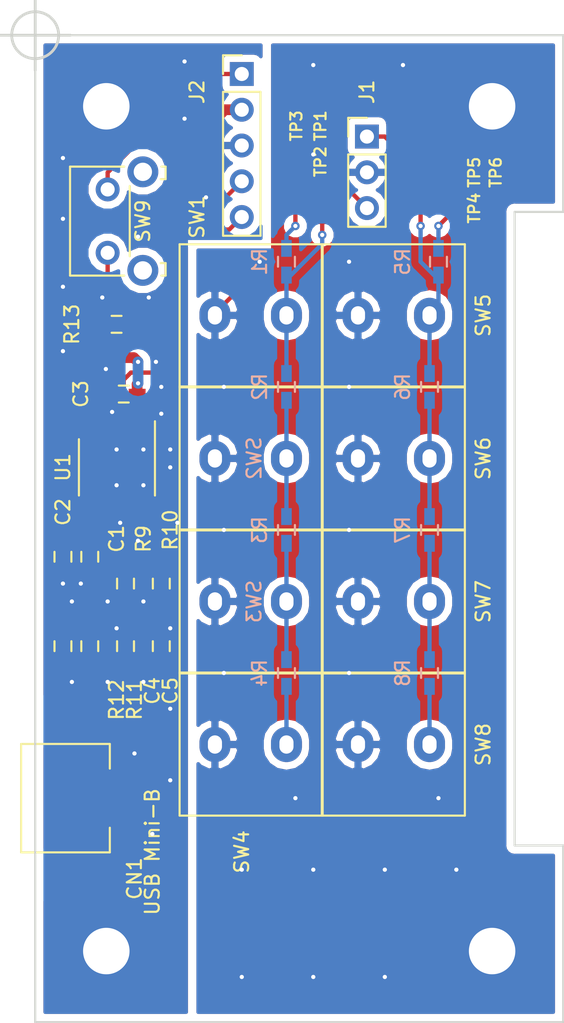
<source format=kicad_pcb>
(kicad_pcb (version 20171130) (host pcbnew "(5.0.0)")

  (general
    (thickness 1.6)
    (drawings 9)
    (tracks 304)
    (zones 0)
    (modules 41)
    (nets 30)
  )

  (page A4)
  (layers
    (0 F.Cu signal)
    (31 B.Cu signal)
    (32 B.Adhes user)
    (33 F.Adhes user)
    (34 B.Paste user)
    (35 F.Paste user)
    (36 B.SilkS user)
    (37 F.SilkS user)
    (38 B.Mask user)
    (39 F.Mask user hide)
    (40 Dwgs.User user hide)
    (41 Cmts.User user hide)
    (42 Eco1.User user hide)
    (43 Eco2.User user hide)
    (44 Edge.Cuts user)
    (45 Margin user)
    (46 B.CrtYd user)
    (47 F.CrtYd user)
    (48 B.Fab user hide)
    (49 F.Fab user hide)
  )

  (setup
    (last_trace_width 0.3048)
    (user_trace_width 0.2032)
    (user_trace_width 0.254)
    (user_trace_width 0.3048)
    (user_trace_width 0.3556)
    (user_trace_width 0.508)
    (user_trace_width 0.762)
    (trace_clearance 0.1524)
    (zone_clearance 0.508)
    (zone_45_only no)
    (trace_min 0.1524)
    (segment_width 0.2)
    (edge_width 0.2)
    (via_size 0.6)
    (via_drill 0.3)
    (via_min_size 0.6)
    (via_min_drill 0.3)
    (user_via 0.7 0.4)
    (user_via 0.8 0.5)
    (user_via 0.9 0.6)
    (uvia_size 0.3)
    (uvia_drill 0.1)
    (uvias_allowed no)
    (uvia_min_size 0.2)
    (uvia_min_drill 0.1)
    (pcb_text_width 0.3)
    (pcb_text_size 1.5 1.5)
    (mod_edge_width 0.1524)
    (mod_text_size 1 1)
    (mod_text_width 0.1524)
    (pad_size 1.524 1.524)
    (pad_drill 0.762)
    (pad_to_mask_clearance 0.1)
    (solder_mask_min_width 0.1)
    (aux_axis_origin 119.95 49.95)
    (visible_elements 7FFFFFFF)
    (pcbplotparams
      (layerselection 0x010f0_ffffffff)
      (usegerberextensions true)
      (usegerberattributes false)
      (usegerberadvancedattributes false)
      (creategerberjobfile false)
      (excludeedgelayer true)
      (linewidth 0.152400)
      (plotframeref false)
      (viasonmask false)
      (mode 1)
      (useauxorigin true)
      (hpglpennumber 1)
      (hpglpenspeed 20)
      (hpglpendiameter 15.000000)
      (psnegative false)
      (psa4output false)
      (plotreference true)
      (plotvalue false)
      (plotinvisibletext false)
      (padsonsilk false)
      (subtractmaskfromsilk false)
      (outputformat 1)
      (mirror false)
      (drillshape 0)
      (scaleselection 1)
      (outputdirectory "gerbers/"))
  )

  (net 0 "")
  (net 1 "Net-(J1-Pad1)")
  (net 2 GND)
  (net 3 "Net-(J1-Pad3)")
  (net 4 "Net-(R1-Pad2)")
  (net 5 "Net-(R2-Pad1)")
  (net 6 "Net-(R3-Pad1)")
  (net 7 "Net-(R4-Pad1)")
  (net 8 "Net-(R5-Pad2)")
  (net 9 "Net-(R6-Pad1)")
  (net 10 "Net-(R7-Pad1)")
  (net 11 "Net-(R8-Pad1)")
  (net 12 "Net-(C1-Pad1)")
  (net 13 "Net-(C4-Pad2)")
  (net 14 "Net-(C5-Pad1)")
  (net 15 "Net-(CN1-Pad4)")
  (net 16 "Net-(CN1-Pad1)")
  (net 17 GNDA)
  (net 18 "Net-(J2-Pad1)")
  (net 19 "Net-(J2-Pad4)")
  (net 20 "Net-(J2-Pad5)")
  (net 21 "Net-(R9-Pad1)")
  (net 22 "Net-(R10-Pad1)")
  (net 23 "Net-(R11-Pad1)")
  (net 24 "Net-(R13-Pad2)")
  (net 25 "Net-(U1-Pad2)")
  (net 26 "Net-(U1-Pad6)")
  (net 27 "Net-(U1-Pad7)")
  (net 28 "Net-(U1-Pad14)")
  (net 29 "Net-(U1-Pad15)")

  (net_class Default "これはデフォルトのネット クラスです。"
    (clearance 0.1524)
    (trace_width 0.1524)
    (via_dia 0.6)
    (via_drill 0.3)
    (uvia_dia 0.3)
    (uvia_drill 0.1)
    (add_net GND)
    (add_net GNDA)
    (add_net "Net-(C1-Pad1)")
    (add_net "Net-(C4-Pad2)")
    (add_net "Net-(C5-Pad1)")
    (add_net "Net-(CN1-Pad1)")
    (add_net "Net-(CN1-Pad4)")
    (add_net "Net-(J1-Pad1)")
    (add_net "Net-(J1-Pad3)")
    (add_net "Net-(J2-Pad1)")
    (add_net "Net-(J2-Pad4)")
    (add_net "Net-(J2-Pad5)")
    (add_net "Net-(R1-Pad2)")
    (add_net "Net-(R10-Pad1)")
    (add_net "Net-(R11-Pad1)")
    (add_net "Net-(R13-Pad2)")
    (add_net "Net-(R2-Pad1)")
    (add_net "Net-(R3-Pad1)")
    (add_net "Net-(R4-Pad1)")
    (add_net "Net-(R5-Pad2)")
    (add_net "Net-(R6-Pad1)")
    (add_net "Net-(R7-Pad1)")
    (add_net "Net-(R8-Pad1)")
    (add_net "Net-(R9-Pad1)")
    (add_net "Net-(U1-Pad14)")
    (add_net "Net-(U1-Pad15)")
    (add_net "Net-(U1-Pad2)")
    (add_net "Net-(U1-Pad6)")
    (add_net "Net-(U1-Pad7)")
  )

  (module SDR-3:PinHeader_1x03_P2.54mm_Vertical (layer F.Cu) (tedit 5C31BE60) (tstamp 5C31F3FD)
    (at 143.51 57.15)
    (descr "Through hole straight pin header, 1x03, 2.54mm pitch, single row")
    (tags "Through hole pin header THT 1x03 2.54mm single row")
    (path /5C31BF9A)
    (fp_text reference J1 (at 0 -3.175 90) (layer F.SilkS)
      (effects (font (size 1 1) (thickness 0.1524)))
    )
    (fp_text value Conn_01x03 (at 0 7.41) (layer F.Fab)
      (effects (font (size 1 1) (thickness 0.15)))
    )
    (fp_line (start -0.635 -1.27) (end 1.27 -1.27) (layer F.Fab) (width 0.1))
    (fp_line (start 1.27 -1.27) (end 1.27 6.35) (layer F.Fab) (width 0.1))
    (fp_line (start 1.27 6.35) (end -1.27 6.35) (layer F.Fab) (width 0.1))
    (fp_line (start -1.27 6.35) (end -1.27 -0.635) (layer F.Fab) (width 0.1))
    (fp_line (start -1.27 -0.635) (end -0.635 -1.27) (layer F.Fab) (width 0.1))
    (fp_line (start -1.33 6.41) (end 1.33 6.41) (layer F.SilkS) (width 0.1524))
    (fp_line (start -1.33 1.27) (end -1.33 6.41) (layer F.SilkS) (width 0.1524))
    (fp_line (start 1.33 1.27) (end 1.33 6.41) (layer F.SilkS) (width 0.1524))
    (fp_line (start -1.33 1.27) (end 1.33 1.27) (layer F.SilkS) (width 0.1524))
    (fp_line (start -1.33 0) (end -1.33 -1.33) (layer F.SilkS) (width 0.1524))
    (fp_line (start -1.33 -1.33) (end 0 -1.33) (layer F.SilkS) (width 0.1524))
    (fp_line (start -1.8 -1.8) (end -1.8 6.85) (layer F.CrtYd) (width 0.05))
    (fp_line (start -1.8 6.85) (end 1.8 6.85) (layer F.CrtYd) (width 0.05))
    (fp_line (start 1.8 6.85) (end 1.8 -1.8) (layer F.CrtYd) (width 0.05))
    (fp_line (start 1.8 -1.8) (end -1.8 -1.8) (layer F.CrtYd) (width 0.05))
    (fp_text user %R (at 0 2.54 -270) (layer F.Fab)
      (effects (font (size 1 1) (thickness 0.15)))
    )
    (pad 1 thru_hole rect (at 0 0) (size 1.7 1.7) (drill 1) (layers *.Cu *.Mask)
      (net 1 "Net-(J1-Pad1)"))
    (pad 2 thru_hole oval (at 0 2.54) (size 1.7 1.7) (drill 1) (layers *.Cu *.Mask)
      (net 17 GNDA))
    (pad 3 thru_hole oval (at 0 5.08) (size 1.7 1.7) (drill 1) (layers *.Cu *.Mask)
      (net 3 "Net-(J1-Pad3)"))
    (model ${KISYS3DMOD}/Connector_PinHeader_2.54mm.3dshapes/PinHeader_1x03_P2.54mm_Vertical.wrl
      (at (xyz 0 0 0))
      (scale (xyz 1 1 1))
      (rotate (xyz 0 0 0))
    )
  )

  (module SDR-3:m3 (layer F.Cu) (tedit 593CA2FE) (tstamp 5C31F402)
    (at 125 55 90)
    (path /5C31D9C9)
    (fp_text reference MH1 (at -0.245 0.095 90) (layer F.SilkS) hide
      (effects (font (size 0.8 0.8) (thickness 0.1)))
    )
    (fp_text value TestPoint (at -0.245 0.095 90) (layer F.SilkS) hide
      (effects (font (size 0.8 0.8) (thickness 0.1)))
    )
    (pad 1 thru_hole circle (at 0 0 90) (size 5.3 5.3) (drill 3.3) (layers *.Cu *.Mask)
      (net 2 GND) (zone_connect 2))
  )

  (module SDR-3:m3 (layer F.Cu) (tedit 593CA2FE) (tstamp 5C31F407)
    (at 152.4 55 90)
    (path /5C31DB53)
    (fp_text reference MH2 (at -0.245 0.225 90) (layer F.SilkS) hide
      (effects (font (size 0.8 0.8) (thickness 0.1)))
    )
    (fp_text value TestPoint (at -0.245 0.225 90) (layer F.SilkS) hide
      (effects (font (size 0.8 0.8) (thickness 0.1)))
    )
    (pad 1 thru_hole circle (at 0 0 90) (size 5.3 5.3) (drill 3.3) (layers *.Cu *.Mask)
      (net 17 GNDA) (zone_connect 2))
  )

  (module SDR-3:m3 (layer F.Cu) (tedit 593CA2FE) (tstamp 5C31F40C)
    (at 152.4 115 90)
    (path /5C31DB9D)
    (fp_text reference MH3 (at 0.065 0.225 90) (layer F.SilkS) hide
      (effects (font (size 0.8 0.8) (thickness 0.1)))
    )
    (fp_text value TestPoint (at 0.065 0.225 90) (layer F.SilkS) hide
      (effects (font (size 0.8 0.8) (thickness 0.1)))
    )
    (pad 1 thru_hole circle (at 0 0 90) (size 5.3 5.3) (drill 3.3) (layers *.Cu *.Mask)
      (net 17 GNDA) (zone_connect 2))
  )

  (module SDR-3:m3 (layer F.Cu) (tedit 593CA2FE) (tstamp 5C31F411)
    (at 125 115 90)
    (path /5C31DBED)
    (fp_text reference MH4 (at 0.065 0.095 90) (layer F.SilkS) hide
      (effects (font (size 0.8 0.8) (thickness 0.1)))
    )
    (fp_text value TestPoint (at 0.065 0.095 90) (layer F.SilkS) hide
      (effects (font (size 0.8 0.8) (thickness 0.1)))
    )
    (pad 1 thru_hole circle (at 0 0 90) (size 5.3 5.3) (drill 3.3) (layers *.Cu *.Mask)
      (net 2 GND) (zone_connect 2))
  )

  (module SDR-3:C_0603_HandSoldering (layer B.Cu) (tedit 5711D213) (tstamp 5C31F41D)
    (at 137.795 66.04 90)
    (descr "Capacitor SMD 0603, hand soldering")
    (tags "capacitor 0603")
    (path /5C31AEE4)
    (attr smd)
    (fp_text reference R1 (at 0 -1.905 90) (layer B.SilkS)
      (effects (font (size 1 1) (thickness 0.1524)) (justify mirror))
    )
    (fp_text value 220 (at 0 -1.9 90) (layer B.Fab) hide
      (effects (font (size 1 1) (thickness 0.1524)) (justify mirror))
    )
    (fp_line (start 0.35 -0.6) (end -0.35 -0.6) (layer B.SilkS) (width 0.1524))
    (fp_line (start -0.35 0.6) (end 0.35 0.6) (layer B.SilkS) (width 0.1524))
    (fp_line (start 1.85 0.75) (end 1.85 -0.75) (layer B.CrtYd) (width 0.05))
    (fp_line (start -1.85 0.75) (end -1.85 -0.75) (layer B.CrtYd) (width 0.05))
    (fp_line (start -1.85 -0.75) (end 1.85 -0.75) (layer B.CrtYd) (width 0.05))
    (fp_line (start -1.85 0.75) (end 1.85 0.75) (layer B.CrtYd) (width 0.05))
    (pad 2 smd rect (at 0.95 0 90) (size 1.2 0.75) (layers B.Cu B.Paste B.Mask)
      (net 4 "Net-(R1-Pad2)"))
    (pad 1 smd rect (at -0.95 0 90) (size 1.2 0.75) (layers B.Cu B.Paste B.Mask)
      (net 3 "Net-(J1-Pad3)"))
    (model Capacitors_SMD.3dshapes/C_0603_HandSoldering.wrl
      (at (xyz 0 0 0))
      (scale (xyz 1 1 1))
      (rotate (xyz 0 0 0))
    )
  )

  (module SDR-3:C_0603_HandSoldering (layer B.Cu) (tedit 5711D213) (tstamp 5C31F429)
    (at 137.795 74.93 90)
    (descr "Capacitor SMD 0603, hand soldering")
    (tags "capacitor 0603")
    (path /5C31A959)
    (attr smd)
    (fp_text reference R2 (at 0 -1.905 90) (layer B.SilkS)
      (effects (font (size 1 1) (thickness 0.1524)) (justify mirror))
    )
    (fp_text value 270 (at 0 -1.9 90) (layer B.Fab) hide
      (effects (font (size 1 1) (thickness 0.1524)) (justify mirror))
    )
    (fp_line (start -1.85 0.75) (end 1.85 0.75) (layer B.CrtYd) (width 0.05))
    (fp_line (start -1.85 -0.75) (end 1.85 -0.75) (layer B.CrtYd) (width 0.05))
    (fp_line (start -1.85 0.75) (end -1.85 -0.75) (layer B.CrtYd) (width 0.05))
    (fp_line (start 1.85 0.75) (end 1.85 -0.75) (layer B.CrtYd) (width 0.05))
    (fp_line (start -0.35 0.6) (end 0.35 0.6) (layer B.SilkS) (width 0.1524))
    (fp_line (start 0.35 -0.6) (end -0.35 -0.6) (layer B.SilkS) (width 0.1524))
    (pad 1 smd rect (at -0.95 0 90) (size 1.2 0.75) (layers B.Cu B.Paste B.Mask)
      (net 5 "Net-(R2-Pad1)"))
    (pad 2 smd rect (at 0.95 0 90) (size 1.2 0.75) (layers B.Cu B.Paste B.Mask)
      (net 3 "Net-(J1-Pad3)"))
    (model Capacitors_SMD.3dshapes/C_0603_HandSoldering.wrl
      (at (xyz 0 0 0))
      (scale (xyz 1 1 1))
      (rotate (xyz 0 0 0))
    )
  )

  (module SDR-3:C_0603_HandSoldering (layer B.Cu) (tedit 5711D213) (tstamp 5C31F435)
    (at 137.795 85.09 90)
    (descr "Capacitor SMD 0603, hand soldering")
    (tags "capacitor 0603")
    (path /5C31AA5F)
    (attr smd)
    (fp_text reference R3 (at 0 -1.905 90) (layer B.SilkS)
      (effects (font (size 1 1) (thickness 0.1524)) (justify mirror))
    )
    (fp_text value 330 (at 0 -1.9 90) (layer B.Fab) hide
      (effects (font (size 1 1) (thickness 0.1524)) (justify mirror))
    )
    (fp_line (start 0.35 -0.6) (end -0.35 -0.6) (layer B.SilkS) (width 0.1524))
    (fp_line (start -0.35 0.6) (end 0.35 0.6) (layer B.SilkS) (width 0.1524))
    (fp_line (start 1.85 0.75) (end 1.85 -0.75) (layer B.CrtYd) (width 0.05))
    (fp_line (start -1.85 0.75) (end -1.85 -0.75) (layer B.CrtYd) (width 0.05))
    (fp_line (start -1.85 -0.75) (end 1.85 -0.75) (layer B.CrtYd) (width 0.05))
    (fp_line (start -1.85 0.75) (end 1.85 0.75) (layer B.CrtYd) (width 0.05))
    (pad 2 smd rect (at 0.95 0 90) (size 1.2 0.75) (layers B.Cu B.Paste B.Mask)
      (net 5 "Net-(R2-Pad1)"))
    (pad 1 smd rect (at -0.95 0 90) (size 1.2 0.75) (layers B.Cu B.Paste B.Mask)
      (net 6 "Net-(R3-Pad1)"))
    (model Capacitors_SMD.3dshapes/C_0603_HandSoldering.wrl
      (at (xyz 0 0 0))
      (scale (xyz 1 1 1))
      (rotate (xyz 0 0 0))
    )
  )

  (module SDR-3:C_0603_HandSoldering (layer B.Cu) (tedit 5711D213) (tstamp 5C45860A)
    (at 137.795 95.25 90)
    (descr "Capacitor SMD 0603, hand soldering")
    (tags "capacitor 0603")
    (path /5C31AAC7)
    (attr smd)
    (fp_text reference R4 (at 0 -1.905 90) (layer B.SilkS)
      (effects (font (size 1 1) (thickness 0.1524)) (justify mirror))
    )
    (fp_text value 470 (at 0 -1.9 90) (layer B.Fab) hide
      (effects (font (size 1 1) (thickness 0.1524)) (justify mirror))
    )
    (fp_line (start -1.85 0.75) (end 1.85 0.75) (layer B.CrtYd) (width 0.05))
    (fp_line (start -1.85 -0.75) (end 1.85 -0.75) (layer B.CrtYd) (width 0.05))
    (fp_line (start -1.85 0.75) (end -1.85 -0.75) (layer B.CrtYd) (width 0.05))
    (fp_line (start 1.85 0.75) (end 1.85 -0.75) (layer B.CrtYd) (width 0.05))
    (fp_line (start -0.35 0.6) (end 0.35 0.6) (layer B.SilkS) (width 0.1524))
    (fp_line (start 0.35 -0.6) (end -0.35 -0.6) (layer B.SilkS) (width 0.1524))
    (pad 1 smd rect (at -0.95 0 90) (size 1.2 0.75) (layers B.Cu B.Paste B.Mask)
      (net 7 "Net-(R4-Pad1)"))
    (pad 2 smd rect (at 0.95 0 90) (size 1.2 0.75) (layers B.Cu B.Paste B.Mask)
      (net 6 "Net-(R3-Pad1)"))
    (model Capacitors_SMD.3dshapes/C_0603_HandSoldering.wrl
      (at (xyz 0 0 0))
      (scale (xyz 1 1 1))
      (rotate (xyz 0 0 0))
    )
  )

  (module SDR-3:C_0603_HandSoldering (layer B.Cu) (tedit 5711D213) (tstamp 5C31F44D)
    (at 148.59 66.04 90)
    (descr "Capacitor SMD 0603, hand soldering")
    (tags "capacitor 0603")
    (path /5C31B937)
    (attr smd)
    (fp_text reference R5 (at 0 -2.54 90) (layer B.SilkS)
      (effects (font (size 1 1) (thickness 0.1524)) (justify mirror))
    )
    (fp_text value 220 (at 0 -1.9 90) (layer B.Fab) hide
      (effects (font (size 1 1) (thickness 0.1524)) (justify mirror))
    )
    (fp_line (start -1.85 0.75) (end 1.85 0.75) (layer B.CrtYd) (width 0.05))
    (fp_line (start -1.85 -0.75) (end 1.85 -0.75) (layer B.CrtYd) (width 0.05))
    (fp_line (start -1.85 0.75) (end -1.85 -0.75) (layer B.CrtYd) (width 0.05))
    (fp_line (start 1.85 0.75) (end 1.85 -0.75) (layer B.CrtYd) (width 0.05))
    (fp_line (start -0.35 0.6) (end 0.35 0.6) (layer B.SilkS) (width 0.1524))
    (fp_line (start 0.35 -0.6) (end -0.35 -0.6) (layer B.SilkS) (width 0.1524))
    (pad 1 smd rect (at -0.95 0 90) (size 1.2 0.75) (layers B.Cu B.Paste B.Mask)
      (net 1 "Net-(J1-Pad1)"))
    (pad 2 smd rect (at 0.95 0 90) (size 1.2 0.75) (layers B.Cu B.Paste B.Mask)
      (net 8 "Net-(R5-Pad2)"))
    (model Capacitors_SMD.3dshapes/C_0603_HandSoldering.wrl
      (at (xyz 0 0 0))
      (scale (xyz 1 1 1))
      (rotate (xyz 0 0 0))
    )
  )

  (module SDR-3:C_0603_HandSoldering (layer B.Cu) (tedit 5711D213) (tstamp 5C31F459)
    (at 147.955 74.93 90)
    (descr "Capacitor SMD 0603, hand soldering")
    (tags "capacitor 0603")
    (path /5C31B901)
    (attr smd)
    (fp_text reference R6 (at 0 -1.905 90) (layer B.SilkS)
      (effects (font (size 1 1) (thickness 0.1524)) (justify mirror))
    )
    (fp_text value 270 (at 0 -1.9 90) (layer B.Fab) hide
      (effects (font (size 1 1) (thickness 0.1524)) (justify mirror))
    )
    (fp_line (start 0.35 -0.6) (end -0.35 -0.6) (layer B.SilkS) (width 0.1524))
    (fp_line (start -0.35 0.6) (end 0.35 0.6) (layer B.SilkS) (width 0.1524))
    (fp_line (start 1.85 0.75) (end 1.85 -0.75) (layer B.CrtYd) (width 0.05))
    (fp_line (start -1.85 0.75) (end -1.85 -0.75) (layer B.CrtYd) (width 0.05))
    (fp_line (start -1.85 -0.75) (end 1.85 -0.75) (layer B.CrtYd) (width 0.05))
    (fp_line (start -1.85 0.75) (end 1.85 0.75) (layer B.CrtYd) (width 0.05))
    (pad 2 smd rect (at 0.95 0 90) (size 1.2 0.75) (layers B.Cu B.Paste B.Mask)
      (net 1 "Net-(J1-Pad1)"))
    (pad 1 smd rect (at -0.95 0 90) (size 1.2 0.75) (layers B.Cu B.Paste B.Mask)
      (net 9 "Net-(R6-Pad1)"))
    (model Capacitors_SMD.3dshapes/C_0603_HandSoldering.wrl
      (at (xyz 0 0 0))
      (scale (xyz 1 1 1))
      (rotate (xyz 0 0 0))
    )
  )

  (module SDR-3:C_0603_HandSoldering (layer B.Cu) (tedit 5711D213) (tstamp 5C31F465)
    (at 147.955 85.09 90)
    (descr "Capacitor SMD 0603, hand soldering")
    (tags "capacitor 0603")
    (path /5C31B907)
    (attr smd)
    (fp_text reference R7 (at 0 -1.905 90) (layer B.SilkS)
      (effects (font (size 1 1) (thickness 0.1524)) (justify mirror))
    )
    (fp_text value 330 (at 0 -1.9 90) (layer B.Fab) hide
      (effects (font (size 1 1) (thickness 0.1524)) (justify mirror))
    )
    (fp_line (start -1.85 0.75) (end 1.85 0.75) (layer B.CrtYd) (width 0.05))
    (fp_line (start -1.85 -0.75) (end 1.85 -0.75) (layer B.CrtYd) (width 0.05))
    (fp_line (start -1.85 0.75) (end -1.85 -0.75) (layer B.CrtYd) (width 0.05))
    (fp_line (start 1.85 0.75) (end 1.85 -0.75) (layer B.CrtYd) (width 0.05))
    (fp_line (start -0.35 0.6) (end 0.35 0.6) (layer B.SilkS) (width 0.1524))
    (fp_line (start 0.35 -0.6) (end -0.35 -0.6) (layer B.SilkS) (width 0.1524))
    (pad 1 smd rect (at -0.95 0 90) (size 1.2 0.75) (layers B.Cu B.Paste B.Mask)
      (net 10 "Net-(R7-Pad1)"))
    (pad 2 smd rect (at 0.95 0 90) (size 1.2 0.75) (layers B.Cu B.Paste B.Mask)
      (net 9 "Net-(R6-Pad1)"))
    (model Capacitors_SMD.3dshapes/C_0603_HandSoldering.wrl
      (at (xyz 0 0 0))
      (scale (xyz 1 1 1))
      (rotate (xyz 0 0 0))
    )
  )

  (module SDR-3:C_0603_HandSoldering (layer B.Cu) (tedit 5711D213) (tstamp 5C31F471)
    (at 147.955 95.25 90)
    (descr "Capacitor SMD 0603, hand soldering")
    (tags "capacitor 0603")
    (path /5C31B90D)
    (attr smd)
    (fp_text reference R8 (at 0 -1.905 90) (layer B.SilkS)
      (effects (font (size 1 1) (thickness 0.1524)) (justify mirror))
    )
    (fp_text value 470 (at 0 -1.9 90) (layer B.Fab) hide
      (effects (font (size 1 1) (thickness 0.1524)) (justify mirror))
    )
    (fp_line (start 0.35 -0.6) (end -0.35 -0.6) (layer B.SilkS) (width 0.1524))
    (fp_line (start -0.35 0.6) (end 0.35 0.6) (layer B.SilkS) (width 0.1524))
    (fp_line (start 1.85 0.75) (end 1.85 -0.75) (layer B.CrtYd) (width 0.05))
    (fp_line (start -1.85 0.75) (end -1.85 -0.75) (layer B.CrtYd) (width 0.05))
    (fp_line (start -1.85 -0.75) (end 1.85 -0.75) (layer B.CrtYd) (width 0.05))
    (fp_line (start -1.85 0.75) (end 1.85 0.75) (layer B.CrtYd) (width 0.05))
    (pad 2 smd rect (at 0.95 0 90) (size 1.2 0.75) (layers B.Cu B.Paste B.Mask)
      (net 10 "Net-(R7-Pad1)"))
    (pad 1 smd rect (at -0.95 0 90) (size 1.2 0.75) (layers B.Cu B.Paste B.Mask)
      (net 11 "Net-(R8-Pad1)"))
    (model Capacitors_SMD.3dshapes/C_0603_HandSoldering.wrl
      (at (xyz 0 0 0))
      (scale (xyz 1 1 1))
      (rotate (xyz 0 0 0))
    )
  )

  (module SDR-3:SW_CW_DS660RS (layer F.Cu) (tedit 5C31CD3E) (tstamp 5C31F484)
    (at 135.255 69.85 90)
    (descr "SPST Off-On Pushbutton, 1A, 30V, CW Industries P/N GPTS203211B, http://switches-connectors-custom.cwind.com/Asset/GPTS203211BR2.pdf")
    (tags "SPST button switch Off-On")
    (path /5C31A7D9)
    (fp_text reference SW1 (at 6.985 -3.81 90) (layer F.SilkS)
      (effects (font (size 1 1) (thickness 0.1524)))
    )
    (fp_text value SW_Push (at 0 6.35 90) (layer F.Fab)
      (effects (font (size 1 1) (thickness 0.1524)))
    )
    (fp_text user %R (at 0 0.11 90) (layer F.Fab)
      (effects (font (size 1 1) (thickness 0.15)))
    )
    (fp_line (start 5.1 -5.1) (end -5.1 -5.1) (layer F.CrtYd) (width 0.05))
    (fp_line (start 5.1 5.1) (end 5.1 -5.1) (layer F.CrtYd) (width 0.05))
    (fp_line (start -5.1 5.1) (end 5.1 5.1) (layer F.CrtYd) (width 0.05))
    (fp_line (start -5.1 -5.1) (end -5.1 5.1) (layer F.CrtYd) (width 0.05))
    (fp_line (start -5.05 -5.05) (end -5.05 5.05) (layer F.SilkS) (width 0.1524))
    (fp_line (start -5.05 5.05) (end 5.05 5.05) (layer F.SilkS) (width 0.1524))
    (fp_line (start 5.05 -5.05) (end 5.05 5.05) (layer F.SilkS) (width 0.1524))
    (fp_line (start -5.05 -5.05) (end 5.05 -5.05) (layer F.SilkS) (width 0.1524))
    (fp_line (start -5.08 -5.08) (end 5.08 -5.08) (layer F.Fab) (width 0.1))
    (fp_line (start -5.08 5.08) (end -5.08 -5.08) (layer F.Fab) (width 0.1))
    (fp_line (start -5.08 5.08) (end 5.08 5.08) (layer F.Fab) (width 0.1))
    (fp_line (start 5.08 -5.08) (end 5.08 5.08) (layer F.Fab) (width 0.1))
    (pad 2 thru_hole oval (at 0 2.54 90) (size 2.5 2.2) (drill oval 1.3 1) (layers *.Cu *.Mask)
      (net 3 "Net-(J1-Pad3)"))
    (pad 1 thru_hole oval (at 0 -2.54 90) (size 2.5 2.2) (drill oval 1.3 1) (layers *.Cu *.Mask)
      (net 17 GNDA))
    (model ${KISYS3DMOD}/Button_Switch_THT.3dshapes/SW_CW_GPTS203211B.wrl
      (at (xyz 0 0 0))
      (scale (xyz 1 1 1))
      (rotate (xyz 0 0 0))
    )
  )

  (module SDR-3:SW_CW_DS660RS (layer F.Cu) (tedit 5C31CD3E) (tstamp 5C31F497)
    (at 135.255 80.01 90)
    (descr "SPST Off-On Pushbutton, 1A, 30V, CW Industries P/N GPTS203211B, http://switches-connectors-custom.cwind.com/Asset/GPTS203211BR2.pdf")
    (tags "SPST button switch Off-On")
    (path /5C31A8AE)
    (fp_text reference SW2 (at 0.01 0.245 90) (layer B.SilkS)
      (effects (font (size 1 1) (thickness 0.1524)) (justify mirror))
    )
    (fp_text value SW_Push (at 0 6.35 90) (layer F.Fab)
      (effects (font (size 1 1) (thickness 0.1524)))
    )
    (fp_line (start 5.08 -5.08) (end 5.08 5.08) (layer F.Fab) (width 0.1))
    (fp_line (start -5.08 5.08) (end 5.08 5.08) (layer F.Fab) (width 0.1))
    (fp_line (start -5.08 5.08) (end -5.08 -5.08) (layer F.Fab) (width 0.1))
    (fp_line (start -5.08 -5.08) (end 5.08 -5.08) (layer F.Fab) (width 0.1))
    (fp_line (start -5.05 -5.05) (end 5.05 -5.05) (layer F.SilkS) (width 0.1524))
    (fp_line (start 5.05 -5.05) (end 5.05 5.05) (layer F.SilkS) (width 0.1524))
    (fp_line (start -5.05 5.05) (end 5.05 5.05) (layer F.SilkS) (width 0.1524))
    (fp_line (start -5.05 -5.05) (end -5.05 5.05) (layer F.SilkS) (width 0.1524))
    (fp_line (start -5.1 -5.1) (end -5.1 5.1) (layer F.CrtYd) (width 0.05))
    (fp_line (start -5.1 5.1) (end 5.1 5.1) (layer F.CrtYd) (width 0.05))
    (fp_line (start 5.1 5.1) (end 5.1 -5.1) (layer F.CrtYd) (width 0.05))
    (fp_line (start 5.1 -5.1) (end -5.1 -5.1) (layer F.CrtYd) (width 0.05))
    (fp_text user %R (at 0 0.11 90) (layer F.Fab)
      (effects (font (size 1 1) (thickness 0.15)))
    )
    (pad 1 thru_hole oval (at 0 -2.54 90) (size 2.5 2.2) (drill oval 1.3 1) (layers *.Cu *.Mask)
      (net 17 GNDA))
    (pad 2 thru_hole oval (at 0 2.54 90) (size 2.5 2.2) (drill oval 1.3 1) (layers *.Cu *.Mask)
      (net 5 "Net-(R2-Pad1)"))
    (model ${KISYS3DMOD}/Button_Switch_THT.3dshapes/SW_CW_GPTS203211B.wrl
      (at (xyz 0 0 0))
      (scale (xyz 1 1 1))
      (rotate (xyz 0 0 0))
    )
  )

  (module SDR-3:SW_CW_DS660RS (layer F.Cu) (tedit 5C31CD3E) (tstamp 5C31F4AA)
    (at 135.255 90.17 90)
    (descr "SPST Off-On Pushbutton, 1A, 30V, CW Industries P/N GPTS203211B, http://switches-connectors-custom.cwind.com/Asset/GPTS203211BR2.pdf")
    (tags "SPST button switch Off-On")
    (path /5C31A8DE)
    (fp_text reference SW3 (at 0 0.245 90) (layer B.SilkS)
      (effects (font (size 1 1) (thickness 0.1524)) (justify mirror))
    )
    (fp_text value SW_Push (at 0 6.35 90) (layer F.Fab)
      (effects (font (size 1 1) (thickness 0.1524)))
    )
    (fp_line (start 5.08 -5.08) (end 5.08 5.08) (layer F.Fab) (width 0.1))
    (fp_line (start -5.08 5.08) (end 5.08 5.08) (layer F.Fab) (width 0.1))
    (fp_line (start -5.08 5.08) (end -5.08 -5.08) (layer F.Fab) (width 0.1))
    (fp_line (start -5.08 -5.08) (end 5.08 -5.08) (layer F.Fab) (width 0.1))
    (fp_line (start -5.05 -5.05) (end 5.05 -5.05) (layer F.SilkS) (width 0.1524))
    (fp_line (start 5.05 -5.05) (end 5.05 5.05) (layer F.SilkS) (width 0.1524))
    (fp_line (start -5.05 5.05) (end 5.05 5.05) (layer F.SilkS) (width 0.1524))
    (fp_line (start -5.05 -5.05) (end -5.05 5.05) (layer F.SilkS) (width 0.1524))
    (fp_line (start -5.1 -5.1) (end -5.1 5.1) (layer F.CrtYd) (width 0.05))
    (fp_line (start -5.1 5.1) (end 5.1 5.1) (layer F.CrtYd) (width 0.05))
    (fp_line (start 5.1 5.1) (end 5.1 -5.1) (layer F.CrtYd) (width 0.05))
    (fp_line (start 5.1 -5.1) (end -5.1 -5.1) (layer F.CrtYd) (width 0.05))
    (fp_text user %R (at 0 0.11 90) (layer F.Fab)
      (effects (font (size 1 1) (thickness 0.15)))
    )
    (pad 1 thru_hole oval (at 0 -2.54 90) (size 2.5 2.2) (drill oval 1.3 1) (layers *.Cu *.Mask)
      (net 17 GNDA))
    (pad 2 thru_hole oval (at 0 2.54 90) (size 2.5 2.2) (drill oval 1.3 1) (layers *.Cu *.Mask)
      (net 6 "Net-(R3-Pad1)"))
    (model ${KISYS3DMOD}/Button_Switch_THT.3dshapes/SW_CW_GPTS203211B.wrl
      (at (xyz 0 0 0))
      (scale (xyz 1 1 1))
      (rotate (xyz 0 0 0))
    )
  )

  (module SDR-3:SW_CW_DS660RS (layer F.Cu) (tedit 5C31CD3E) (tstamp 5C31F4BD)
    (at 135.255 100.33 90)
    (descr "SPST Off-On Pushbutton, 1A, 30V, CW Industries P/N GPTS203211B, http://switches-connectors-custom.cwind.com/Asset/GPTS203211BR2.pdf")
    (tags "SPST button switch Off-On")
    (path /5C31A906)
    (fp_text reference SW4 (at -7.62 -0.635 90) (layer F.SilkS)
      (effects (font (size 1 1) (thickness 0.1524)))
    )
    (fp_text value SW_Push (at 0 6.35 90) (layer F.Fab)
      (effects (font (size 1 1) (thickness 0.1524)))
    )
    (fp_text user %R (at 0 0.11 90) (layer F.Fab)
      (effects (font (size 1 1) (thickness 0.15)))
    )
    (fp_line (start 5.1 -5.1) (end -5.1 -5.1) (layer F.CrtYd) (width 0.05))
    (fp_line (start 5.1 5.1) (end 5.1 -5.1) (layer F.CrtYd) (width 0.05))
    (fp_line (start -5.1 5.1) (end 5.1 5.1) (layer F.CrtYd) (width 0.05))
    (fp_line (start -5.1 -5.1) (end -5.1 5.1) (layer F.CrtYd) (width 0.05))
    (fp_line (start -5.05 -5.05) (end -5.05 5.05) (layer F.SilkS) (width 0.1524))
    (fp_line (start -5.05 5.05) (end 5.05 5.05) (layer F.SilkS) (width 0.1524))
    (fp_line (start 5.05 -5.05) (end 5.05 5.05) (layer F.SilkS) (width 0.1524))
    (fp_line (start -5.05 -5.05) (end 5.05 -5.05) (layer F.SilkS) (width 0.1524))
    (fp_line (start -5.08 -5.08) (end 5.08 -5.08) (layer F.Fab) (width 0.1))
    (fp_line (start -5.08 5.08) (end -5.08 -5.08) (layer F.Fab) (width 0.1))
    (fp_line (start -5.08 5.08) (end 5.08 5.08) (layer F.Fab) (width 0.1))
    (fp_line (start 5.08 -5.08) (end 5.08 5.08) (layer F.Fab) (width 0.1))
    (pad 2 thru_hole oval (at 0 2.54 90) (size 2.5 2.2) (drill oval 1.3 1) (layers *.Cu *.Mask)
      (net 7 "Net-(R4-Pad1)"))
    (pad 1 thru_hole oval (at 0 -2.54 90) (size 2.5 2.2) (drill oval 1.3 1) (layers *.Cu *.Mask)
      (net 17 GNDA))
    (model ${KISYS3DMOD}/Button_Switch_THT.3dshapes/SW_CW_GPTS203211B.wrl
      (at (xyz 0 0 0))
      (scale (xyz 1 1 1))
      (rotate (xyz 0 0 0))
    )
  )

  (module SDR-3:SW_CW_DS660RS (layer F.Cu) (tedit 5C31CD3E) (tstamp 5C31F4D0)
    (at 145.415 69.85 90)
    (descr "SPST Off-On Pushbutton, 1A, 30V, CW Industries P/N GPTS203211B, http://switches-connectors-custom.cwind.com/Asset/GPTS203211BR2.pdf")
    (tags "SPST button switch Off-On")
    (path /5C31B8E9)
    (fp_text reference SW5 (at 0 6.35 90) (layer F.SilkS)
      (effects (font (size 1 1) (thickness 0.1524)))
    )
    (fp_text value SW_Push (at 0 6.35 90) (layer F.Fab)
      (effects (font (size 1 1) (thickness 0.1524)))
    )
    (fp_line (start 5.08 -5.08) (end 5.08 5.08) (layer F.Fab) (width 0.1))
    (fp_line (start -5.08 5.08) (end 5.08 5.08) (layer F.Fab) (width 0.1))
    (fp_line (start -5.08 5.08) (end -5.08 -5.08) (layer F.Fab) (width 0.1))
    (fp_line (start -5.08 -5.08) (end 5.08 -5.08) (layer F.Fab) (width 0.1))
    (fp_line (start -5.05 -5.05) (end 5.05 -5.05) (layer F.SilkS) (width 0.1524))
    (fp_line (start 5.05 -5.05) (end 5.05 5.05) (layer F.SilkS) (width 0.1524))
    (fp_line (start -5.05 5.05) (end 5.05 5.05) (layer F.SilkS) (width 0.1524))
    (fp_line (start -5.05 -5.05) (end -5.05 5.05) (layer F.SilkS) (width 0.1524))
    (fp_line (start -5.1 -5.1) (end -5.1 5.1) (layer F.CrtYd) (width 0.05))
    (fp_line (start -5.1 5.1) (end 5.1 5.1) (layer F.CrtYd) (width 0.05))
    (fp_line (start 5.1 5.1) (end 5.1 -5.1) (layer F.CrtYd) (width 0.05))
    (fp_line (start 5.1 -5.1) (end -5.1 -5.1) (layer F.CrtYd) (width 0.05))
    (fp_text user %R (at 0 0.11 90) (layer F.Fab)
      (effects (font (size 1 1) (thickness 0.15)))
    )
    (pad 1 thru_hole oval (at 0 -2.54 90) (size 2.5 2.2) (drill oval 1.3 1) (layers *.Cu *.Mask)
      (net 17 GNDA))
    (pad 2 thru_hole oval (at 0 2.54 90) (size 2.5 2.2) (drill oval 1.3 1) (layers *.Cu *.Mask)
      (net 1 "Net-(J1-Pad1)"))
    (model ${KISYS3DMOD}/Button_Switch_THT.3dshapes/SW_CW_GPTS203211B.wrl
      (at (xyz 0 0 0))
      (scale (xyz 1 1 1))
      (rotate (xyz 0 0 0))
    )
  )

  (module SDR-3:SW_CW_DS660RS (layer F.Cu) (tedit 5C31CD3E) (tstamp 5C4DBE75)
    (at 145.415 80.01 90)
    (descr "SPST Off-On Pushbutton, 1A, 30V, CW Industries P/N GPTS203211B, http://switches-connectors-custom.cwind.com/Asset/GPTS203211BR2.pdf")
    (tags "SPST button switch Off-On")
    (path /5C31B8EF)
    (fp_text reference SW6 (at 0 6.35 90) (layer F.SilkS)
      (effects (font (size 1 1) (thickness 0.1524)))
    )
    (fp_text value SW_Push (at 0 6.35 90) (layer F.Fab)
      (effects (font (size 1 1) (thickness 0.1524)))
    )
    (fp_text user %R (at 0 0.11 90) (layer F.Fab)
      (effects (font (size 1 1) (thickness 0.15)))
    )
    (fp_line (start 5.1 -5.1) (end -5.1 -5.1) (layer F.CrtYd) (width 0.05))
    (fp_line (start 5.1 5.1) (end 5.1 -5.1) (layer F.CrtYd) (width 0.05))
    (fp_line (start -5.1 5.1) (end 5.1 5.1) (layer F.CrtYd) (width 0.05))
    (fp_line (start -5.1 -5.1) (end -5.1 5.1) (layer F.CrtYd) (width 0.05))
    (fp_line (start -5.05 -5.05) (end -5.05 5.05) (layer F.SilkS) (width 0.1524))
    (fp_line (start -5.05 5.05) (end 5.05 5.05) (layer F.SilkS) (width 0.1524))
    (fp_line (start 5.05 -5.05) (end 5.05 5.05) (layer F.SilkS) (width 0.1524))
    (fp_line (start -5.05 -5.05) (end 5.05 -5.05) (layer F.SilkS) (width 0.1524))
    (fp_line (start -5.08 -5.08) (end 5.08 -5.08) (layer F.Fab) (width 0.1))
    (fp_line (start -5.08 5.08) (end -5.08 -5.08) (layer F.Fab) (width 0.1))
    (fp_line (start -5.08 5.08) (end 5.08 5.08) (layer F.Fab) (width 0.1))
    (fp_line (start 5.08 -5.08) (end 5.08 5.08) (layer F.Fab) (width 0.1))
    (pad 2 thru_hole oval (at 0 2.54 90) (size 2.5 2.2) (drill oval 1.3 1) (layers *.Cu *.Mask)
      (net 9 "Net-(R6-Pad1)"))
    (pad 1 thru_hole oval (at 0 -2.54 90) (size 2.5 2.2) (drill oval 1.3 1) (layers *.Cu *.Mask)
      (net 17 GNDA))
    (model ${KISYS3DMOD}/Button_Switch_THT.3dshapes/SW_CW_GPTS203211B.wrl
      (at (xyz 0 0 0))
      (scale (xyz 1 1 1))
      (rotate (xyz 0 0 0))
    )
  )

  (module SDR-3:SW_CW_DS660RS (layer F.Cu) (tedit 5C31CD3E) (tstamp 5C31F4F6)
    (at 145.415 90.17 90)
    (descr "SPST Off-On Pushbutton, 1A, 30V, CW Industries P/N GPTS203211B, http://switches-connectors-custom.cwind.com/Asset/GPTS203211BR2.pdf")
    (tags "SPST button switch Off-On")
    (path /5C31B8F5)
    (fp_text reference SW7 (at 0 6.35 90) (layer F.SilkS)
      (effects (font (size 1 1) (thickness 0.1524)))
    )
    (fp_text value SW_Push (at 0 6.35 90) (layer F.Fab)
      (effects (font (size 1 1) (thickness 0.1524)))
    )
    (fp_line (start 5.08 -5.08) (end 5.08 5.08) (layer F.Fab) (width 0.1))
    (fp_line (start -5.08 5.08) (end 5.08 5.08) (layer F.Fab) (width 0.1))
    (fp_line (start -5.08 5.08) (end -5.08 -5.08) (layer F.Fab) (width 0.1))
    (fp_line (start -5.08 -5.08) (end 5.08 -5.08) (layer F.Fab) (width 0.1))
    (fp_line (start -5.05 -5.05) (end 5.05 -5.05) (layer F.SilkS) (width 0.1524))
    (fp_line (start 5.05 -5.05) (end 5.05 5.05) (layer F.SilkS) (width 0.1524))
    (fp_line (start -5.05 5.05) (end 5.05 5.05) (layer F.SilkS) (width 0.1524))
    (fp_line (start -5.05 -5.05) (end -5.05 5.05) (layer F.SilkS) (width 0.1524))
    (fp_line (start -5.1 -5.1) (end -5.1 5.1) (layer F.CrtYd) (width 0.05))
    (fp_line (start -5.1 5.1) (end 5.1 5.1) (layer F.CrtYd) (width 0.05))
    (fp_line (start 5.1 5.1) (end 5.1 -5.1) (layer F.CrtYd) (width 0.05))
    (fp_line (start 5.1 -5.1) (end -5.1 -5.1) (layer F.CrtYd) (width 0.05))
    (fp_text user %R (at 0 0.11 90) (layer F.Fab)
      (effects (font (size 1 1) (thickness 0.15)))
    )
    (pad 1 thru_hole oval (at 0 -2.54 90) (size 2.5 2.2) (drill oval 1.3 1) (layers *.Cu *.Mask)
      (net 17 GNDA))
    (pad 2 thru_hole oval (at 0 2.54 90) (size 2.5 2.2) (drill oval 1.3 1) (layers *.Cu *.Mask)
      (net 10 "Net-(R7-Pad1)"))
    (model ${KISYS3DMOD}/Button_Switch_THT.3dshapes/SW_CW_GPTS203211B.wrl
      (at (xyz 0 0 0))
      (scale (xyz 1 1 1))
      (rotate (xyz 0 0 0))
    )
  )

  (module SDR-3:SW_CW_DS660RS (layer F.Cu) (tedit 5C31CD3E) (tstamp 5C31F509)
    (at 145.415 100.33 90)
    (descr "SPST Off-On Pushbutton, 1A, 30V, CW Industries P/N GPTS203211B, http://switches-connectors-custom.cwind.com/Asset/GPTS203211BR2.pdf")
    (tags "SPST button switch Off-On")
    (path /5C31B8FB)
    (fp_text reference SW8 (at 0 6.35 90) (layer F.SilkS)
      (effects (font (size 1 1) (thickness 0.1524)))
    )
    (fp_text value SW_Push (at 0 6.35 90) (layer F.Fab)
      (effects (font (size 1 1) (thickness 0.1524)))
    )
    (fp_text user %R (at 0 0.11 90) (layer F.Fab)
      (effects (font (size 1 1) (thickness 0.15)))
    )
    (fp_line (start 5.1 -5.1) (end -5.1 -5.1) (layer F.CrtYd) (width 0.05))
    (fp_line (start 5.1 5.1) (end 5.1 -5.1) (layer F.CrtYd) (width 0.05))
    (fp_line (start -5.1 5.1) (end 5.1 5.1) (layer F.CrtYd) (width 0.05))
    (fp_line (start -5.1 -5.1) (end -5.1 5.1) (layer F.CrtYd) (width 0.05))
    (fp_line (start -5.05 -5.05) (end -5.05 5.05) (layer F.SilkS) (width 0.1524))
    (fp_line (start -5.05 5.05) (end 5.05 5.05) (layer F.SilkS) (width 0.1524))
    (fp_line (start 5.05 -5.05) (end 5.05 5.05) (layer F.SilkS) (width 0.1524))
    (fp_line (start -5.05 -5.05) (end 5.05 -5.05) (layer F.SilkS) (width 0.1524))
    (fp_line (start -5.08 -5.08) (end 5.08 -5.08) (layer F.Fab) (width 0.1))
    (fp_line (start -5.08 5.08) (end -5.08 -5.08) (layer F.Fab) (width 0.1))
    (fp_line (start -5.08 5.08) (end 5.08 5.08) (layer F.Fab) (width 0.1))
    (fp_line (start 5.08 -5.08) (end 5.08 5.08) (layer F.Fab) (width 0.1))
    (pad 2 thru_hole oval (at 0 2.54 90) (size 2.5 2.2) (drill oval 1.3 1) (layers *.Cu *.Mask)
      (net 11 "Net-(R8-Pad1)"))
    (pad 1 thru_hole oval (at 0 -2.54 90) (size 2.5 2.2) (drill oval 1.3 1) (layers *.Cu *.Mask)
      (net 17 GNDA))
    (model ${KISYS3DMOD}/Button_Switch_THT.3dshapes/SW_CW_GPTS203211B.wrl
      (at (xyz 0 0 0))
      (scale (xyz 1 1 1))
      (rotate (xyz 0 0 0))
    )
  )

  (module SDR-3:TP (layer F.Cu) (tedit 5C44288C) (tstamp 5C31F50E)
    (at 140.335 60.96 90)
    (path /5C320124)
    (fp_text reference TP1 (at 4.572 -0.127 90) (layer F.SilkS)
      (effects (font (size 0.8 0.8) (thickness 0.1524)))
    )
    (fp_text value TestPoint (at -6.985 0.635 90) (layer F.SilkS) hide
      (effects (font (size 0.8 0.8) (thickness 0.1)))
    )
    (pad 1 smd rect (at 0 0 90) (size 1 1) (layers F.Cu F.Paste F.Mask)
      (net 3 "Net-(J1-Pad3)"))
  )

  (module SDR-3:TP (layer F.Cu) (tedit 5C442897) (tstamp 5C31F513)
    (at 140.335 62.865 90)
    (path /5C320DCA)
    (fp_text reference TP2 (at 3.937 -0.127 90) (layer F.SilkS)
      (effects (font (size 0.8 0.8) (thickness 0.1524)))
    )
    (fp_text value TestPoint (at -11.43 0.635 90) (layer F.SilkS) hide
      (effects (font (size 0.8 0.8) (thickness 0.1)))
    )
    (pad 1 smd rect (at 0 0 90) (size 1 1) (layers F.Cu F.Paste F.Mask)
      (net 3 "Net-(J1-Pad3)"))
  )

  (module SDR-3:TP (layer F.Cu) (tedit 5C4428BA) (tstamp 5C31F518)
    (at 138.43 60.96 90)
    (path /5C31B092)
    (fp_text reference TP3 (at 4.572 0.07 90) (layer F.SilkS)
      (effects (font (size 0.8 0.8) (thickness 0.1524)))
    )
    (fp_text value TestPoint (at -6.985 1.27 90) (layer F.SilkS) hide
      (effects (font (size 0.8 0.8) (thickness 0.1)))
    )
    (pad 1 smd rect (at 0 0 90) (size 1 1) (layers F.Cu F.Paste F.Mask)
      (net 4 "Net-(R1-Pad2)"))
  )

  (module SDR-3:TP (layer F.Cu) (tedit 5C4428CE) (tstamp 5C4DBED6)
    (at 147.32 61.595 90)
    (path /5C3219E0)
    (fp_text reference TP4 (at -0.635 3.81 90) (layer F.SilkS)
      (effects (font (size 0.8 0.8) (thickness 0.1524)))
    )
    (fp_text value TestPoint (at -12.7 -2.54 90) (layer F.SilkS) hide
      (effects (font (size 0.8 0.8) (thickness 0.1)))
    )
    (pad 1 smd rect (at 0 0 90) (size 1 1) (layers F.Cu F.Paste F.Mask)
      (net 1 "Net-(J1-Pad1)"))
  )

  (module SDR-3:TP (layer F.Cu) (tedit 5C4428C2) (tstamp 5C31F522)
    (at 147.32 59.69 90)
    (path /5C320C4F)
    (fp_text reference TP5 (at 0 3.81 90) (layer F.SilkS)
      (effects (font (size 0.8 0.8) (thickness 0.1524)))
    )
    (fp_text value TestPoint (at -8.255 -2.54 90) (layer F.SilkS) hide
      (effects (font (size 0.8 0.8) (thickness 0.1)))
    )
    (pad 1 smd rect (at 0 0 90) (size 1 1) (layers F.Cu F.Paste F.Mask)
      (net 1 "Net-(J1-Pad1)"))
  )

  (module SDR-3:TP (layer F.Cu) (tedit 5C4428D8) (tstamp 5C31F527)
    (at 149.225 59.69 90)
    (path /5C31B93F)
    (fp_text reference TP6 (at 0 3.429 90) (layer F.SilkS)
      (effects (font (size 0.8 0.8) (thickness 0.1524)))
    )
    (fp_text value TestPoint (at -8.255 -3.175 90) (layer F.SilkS) hide
      (effects (font (size 0.8 0.8) (thickness 0.1)))
    )
    (pad 1 smd rect (at 0 0 90) (size 1 1) (layers F.Cu F.Paste F.Mask)
      (net 8 "Net-(R5-Pad2)"))
  )

  (module SDR-3:C_0603_HandSoldering (layer F.Cu) (tedit 5711D213) (tstamp 5C45747F)
    (at 123.825 86.995 270)
    (descr "Capacitor SMD 0603, hand soldering")
    (tags "capacitor 0603")
    (path /5C3C274E)
    (attr smd)
    (fp_text reference C1 (at -1.27 -1.905 270) (layer F.SilkS)
      (effects (font (size 1 1) (thickness 0.1524)))
    )
    (fp_text value 100n (at 0 1.9 270) (layer F.Fab) hide
      (effects (font (size 1 1) (thickness 0.1524)))
    )
    (fp_line (start -1.85 -0.75) (end 1.85 -0.75) (layer F.CrtYd) (width 0.05))
    (fp_line (start -1.85 0.75) (end 1.85 0.75) (layer F.CrtYd) (width 0.05))
    (fp_line (start -1.85 -0.75) (end -1.85 0.75) (layer F.CrtYd) (width 0.05))
    (fp_line (start 1.85 -0.75) (end 1.85 0.75) (layer F.CrtYd) (width 0.05))
    (fp_line (start -0.35 -0.6) (end 0.35 -0.6) (layer F.SilkS) (width 0.1524))
    (fp_line (start 0.35 0.6) (end -0.35 0.6) (layer F.SilkS) (width 0.1524))
    (pad 1 smd rect (at -0.95 0 270) (size 1.2 0.75) (layers F.Cu F.Paste F.Mask)
      (net 12 "Net-(C1-Pad1)"))
    (pad 2 smd rect (at 0.95 0 270) (size 1.2 0.75) (layers F.Cu F.Paste F.Mask)
      (net 2 GND))
    (model Capacitors_SMD.3dshapes/C_0603_HandSoldering.wrl
      (at (xyz 0 0 0))
      (scale (xyz 1 1 1))
      (rotate (xyz 0 0 0))
    )
  )

  (module SDR-3:C_0603_HandSoldering (layer F.Cu) (tedit 5711D213) (tstamp 5C4552E3)
    (at 121.92 86.995 270)
    (descr "Capacitor SMD 0603, hand soldering")
    (tags "capacitor 0603")
    (path /5C3C2BA4)
    (attr smd)
    (fp_text reference C2 (at -3.175 0 270) (layer F.SilkS)
      (effects (font (size 1 1) (thickness 0.1524)))
    )
    (fp_text value 4.7u (at 0 1.9 270) (layer F.Fab) hide
      (effects (font (size 1 1) (thickness 0.1524)))
    )
    (fp_line (start 0.35 0.6) (end -0.35 0.6) (layer F.SilkS) (width 0.1524))
    (fp_line (start -0.35 -0.6) (end 0.35 -0.6) (layer F.SilkS) (width 0.1524))
    (fp_line (start 1.85 -0.75) (end 1.85 0.75) (layer F.CrtYd) (width 0.05))
    (fp_line (start -1.85 -0.75) (end -1.85 0.75) (layer F.CrtYd) (width 0.05))
    (fp_line (start -1.85 0.75) (end 1.85 0.75) (layer F.CrtYd) (width 0.05))
    (fp_line (start -1.85 -0.75) (end 1.85 -0.75) (layer F.CrtYd) (width 0.05))
    (pad 2 smd rect (at 0.95 0 270) (size 1.2 0.75) (layers F.Cu F.Paste F.Mask)
      (net 2 GND))
    (pad 1 smd rect (at -0.95 0 270) (size 1.2 0.75) (layers F.Cu F.Paste F.Mask)
      (net 12 "Net-(C1-Pad1)"))
    (model Capacitors_SMD.3dshapes/C_0603_HandSoldering.wrl
      (at (xyz 0 0 0))
      (scale (xyz 1 1 1))
      (rotate (xyz 0 0 0))
    )
  )

  (module SDR-3:C_0603_HandSoldering (layer F.Cu) (tedit 5711D213) (tstamp 5C4552EF)
    (at 126.238 75.438 180)
    (descr "Capacitor SMD 0603, hand soldering")
    (tags "capacitor 0603")
    (path /5C3B60E6)
    (attr smd)
    (fp_text reference C3 (at 3.048 0 270) (layer F.SilkS)
      (effects (font (size 1 1) (thickness 0.1524)))
    )
    (fp_text value 100n (at 0 1.9 180) (layer F.Fab) hide
      (effects (font (size 1 1) (thickness 0.1524)))
    )
    (fp_line (start -1.85 -0.75) (end 1.85 -0.75) (layer F.CrtYd) (width 0.05))
    (fp_line (start -1.85 0.75) (end 1.85 0.75) (layer F.CrtYd) (width 0.05))
    (fp_line (start -1.85 -0.75) (end -1.85 0.75) (layer F.CrtYd) (width 0.05))
    (fp_line (start 1.85 -0.75) (end 1.85 0.75) (layer F.CrtYd) (width 0.05))
    (fp_line (start -0.35 -0.6) (end 0.35 -0.6) (layer F.SilkS) (width 0.1524))
    (fp_line (start 0.35 0.6) (end -0.35 0.6) (layer F.SilkS) (width 0.1524))
    (pad 1 smd rect (at -0.95 0 180) (size 1.2 0.75) (layers F.Cu F.Paste F.Mask)
      (net 12 "Net-(C1-Pad1)"))
    (pad 2 smd rect (at 0.95 0 180) (size 1.2 0.75) (layers F.Cu F.Paste F.Mask)
      (net 2 GND))
    (model Capacitors_SMD.3dshapes/C_0603_HandSoldering.wrl
      (at (xyz 0 0 0))
      (scale (xyz 1 1 1))
      (rotate (xyz 0 0 0))
    )
  )

  (module SDR-3:C_0603_HandSoldering (layer F.Cu) (tedit 5711D213) (tstamp 5C4552FB)
    (at 126.365 93.345 270)
    (descr "Capacitor SMD 0603, hand soldering")
    (tags "capacitor 0603")
    (path /5C3B617A)
    (attr smd)
    (fp_text reference C4 (at 3.175 -1.905 270) (layer F.SilkS)
      (effects (font (size 1 1) (thickness 0.1524)))
    )
    (fp_text value 47p (at 0 1.9 270) (layer F.Fab) hide
      (effects (font (size 1 1) (thickness 0.1524)))
    )
    (fp_line (start -1.85 -0.75) (end 1.85 -0.75) (layer F.CrtYd) (width 0.05))
    (fp_line (start -1.85 0.75) (end 1.85 0.75) (layer F.CrtYd) (width 0.05))
    (fp_line (start -1.85 -0.75) (end -1.85 0.75) (layer F.CrtYd) (width 0.05))
    (fp_line (start 1.85 -0.75) (end 1.85 0.75) (layer F.CrtYd) (width 0.05))
    (fp_line (start -0.35 -0.6) (end 0.35 -0.6) (layer F.SilkS) (width 0.1524))
    (fp_line (start 0.35 0.6) (end -0.35 0.6) (layer F.SilkS) (width 0.1524))
    (pad 1 smd rect (at -0.95 0 270) (size 1.2 0.75) (layers F.Cu F.Paste F.Mask)
      (net 2 GND))
    (pad 2 smd rect (at 0.95 0 270) (size 1.2 0.75) (layers F.Cu F.Paste F.Mask)
      (net 13 "Net-(C4-Pad2)"))
    (model Capacitors_SMD.3dshapes/C_0603_HandSoldering.wrl
      (at (xyz 0 0 0))
      (scale (xyz 1 1 1))
      (rotate (xyz 0 0 0))
    )
  )

  (module SDR-3:C_0603_HandSoldering (layer F.Cu) (tedit 5711D213) (tstamp 5C45674D)
    (at 128.905 93.345 90)
    (descr "Capacitor SMD 0603, hand soldering")
    (tags "capacitor 0603")
    (path /5C3C0942)
    (attr smd)
    (fp_text reference C5 (at -3.175 0.635 90) (layer F.SilkS)
      (effects (font (size 1 1) (thickness 0.1524)))
    )
    (fp_text value 47p (at 0 1.9 90) (layer F.Fab) hide
      (effects (font (size 1 1) (thickness 0.1524)))
    )
    (fp_line (start 0.35 0.6) (end -0.35 0.6) (layer F.SilkS) (width 0.1524))
    (fp_line (start -0.35 -0.6) (end 0.35 -0.6) (layer F.SilkS) (width 0.1524))
    (fp_line (start 1.85 -0.75) (end 1.85 0.75) (layer F.CrtYd) (width 0.05))
    (fp_line (start -1.85 -0.75) (end -1.85 0.75) (layer F.CrtYd) (width 0.05))
    (fp_line (start -1.85 0.75) (end 1.85 0.75) (layer F.CrtYd) (width 0.05))
    (fp_line (start -1.85 -0.75) (end 1.85 -0.75) (layer F.CrtYd) (width 0.05))
    (pad 2 smd rect (at 0.95 0 90) (size 1.2 0.75) (layers F.Cu F.Paste F.Mask)
      (net 2 GND))
    (pad 1 smd rect (at -0.95 0 90) (size 1.2 0.75) (layers F.Cu F.Paste F.Mask)
      (net 14 "Net-(C5-Pad1)"))
    (model Capacitors_SMD.3dshapes/C_0603_HandSoldering.wrl
      (at (xyz 0 0 0))
      (scale (xyz 1 1 1))
      (rotate (xyz 0 0 0))
    )
  )

  (module SDR-3:UX60SC-MB-5ST (layer F.Cu) (tedit 5C442E9C) (tstamp 5C455317)
    (at 120.65 104.14 270)
    (path /5C3B44D8)
    (fp_text reference CN1 (at 5.715 -6.35 270) (layer F.SilkS)
      (effects (font (size 1 1) (thickness 0.1524)))
    )
    (fp_text value "USB Mini-B" (at 3.81 -7.62 270) (layer F.SilkS)
      (effects (font (size 1 1) (thickness 0.1524)))
    )
    (fp_line (start -3.85064 -4.59994) (end -3.85064 1.69926) (layer F.SilkS) (width 0.1524))
    (fp_line (start 3.85064 1.69926) (end 3.85064 -4.59994) (layer F.SilkS) (width 0.1524))
    (fp_line (start -3.85064 1.69926) (end 3.85064 1.69926) (layer F.SilkS) (width 0.1524))
    (fp_line (start -3.85064 -4.59994) (end -2.10058 -4.59994) (layer F.SilkS) (width 0.1524))
    (fp_line (start 3.85064 -4.59994) (end 2.10058 -4.59994) (layer F.SilkS) (width 0.1524))
    (pad 5 smd rect (at 1.6002 -4.89966 270) (size 0.50038 2.4003) (layers F.Cu F.Paste F.Mask)
      (net 2 GND))
    (pad 4 smd rect (at 0.8001 -4.89966 270) (size 0.50038 2.4003) (layers F.Cu F.Paste F.Mask)
      (net 15 "Net-(CN1-Pad4)"))
    (pad 3 smd rect (at 0 -4.89966 270) (size 0.50038 2.4003) (layers F.Cu F.Paste F.Mask)
      (net 14 "Net-(C5-Pad1)"))
    (pad 2 smd rect (at -0.8001 -4.89966 270) (size 0.50038 2.4003) (layers F.Cu F.Paste F.Mask)
      (net 13 "Net-(C4-Pad2)"))
    (pad 1 smd rect (at -1.6002 -4.89966 270) (size 0.50038 2.4003) (layers F.Cu F.Paste F.Mask)
      (net 16 "Net-(CN1-Pad1)"))
    (pad 7 smd rect (at 5.45084 -1.89992 270) (size 2.49936 3.79984) (layers F.Cu F.Paste F.Mask)
      (net 2 GND))
    (pad 6 smd rect (at -5.45084 -1.89992 270) (size 2.49936 3.79984) (layers F.Cu F.Paste F.Mask)
      (net 2 GND))
  )

  (module SDR-3:PinHeader_1x05_P2.54mm_Vertical (layer F.Cu) (tedit 5C4404FB) (tstamp 5C455330)
    (at 134.62 52.705)
    (descr "Through hole straight pin header, 1x05, 2.54mm pitch, single row")
    (tags "Through hole pin header THT 1x05 2.54mm single row")
    (path /5C3ECE8E)
    (fp_text reference J2 (at -3.175 1.27 90) (layer F.SilkS)
      (effects (font (size 1 1) (thickness 0.1524)))
    )
    (fp_text value Conn_01x05 (at 0 12.49) (layer F.Fab)
      (effects (font (size 1 1) (thickness 0.15)))
    )
    (fp_line (start -0.635 -1.27) (end 1.27 -1.27) (layer F.Fab) (width 0.1))
    (fp_line (start 1.27 -1.27) (end 1.27 11.43) (layer F.Fab) (width 0.1))
    (fp_line (start 1.27 11.43) (end -1.27 11.43) (layer F.Fab) (width 0.1))
    (fp_line (start -1.27 11.43) (end -1.27 -0.635) (layer F.Fab) (width 0.1))
    (fp_line (start -1.27 -0.635) (end -0.635 -1.27) (layer F.Fab) (width 0.1))
    (fp_line (start -1.33 11.49) (end 1.33 11.49) (layer F.SilkS) (width 0.1524))
    (fp_line (start -1.33 1.27) (end -1.33 11.49) (layer F.SilkS) (width 0.1524))
    (fp_line (start 1.33 1.27) (end 1.33 11.49) (layer F.SilkS) (width 0.1524))
    (fp_line (start -1.33 1.27) (end 1.33 1.27) (layer F.SilkS) (width 0.1524))
    (fp_line (start -1.33 0) (end -1.33 -1.33) (layer F.SilkS) (width 0.1524))
    (fp_line (start -1.33 -1.33) (end 0 -1.33) (layer F.SilkS) (width 0.1524))
    (fp_line (start -1.8 -1.8) (end -1.8 11.95) (layer F.CrtYd) (width 0.05))
    (fp_line (start -1.8 11.95) (end 1.8 11.95) (layer F.CrtYd) (width 0.05))
    (fp_line (start 1.8 11.95) (end 1.8 -1.8) (layer F.CrtYd) (width 0.05))
    (fp_line (start 1.8 -1.8) (end -1.8 -1.8) (layer F.CrtYd) (width 0.05))
    (fp_text user %R (at 0 5.08 90) (layer F.Fab)
      (effects (font (size 1 1) (thickness 0.15)))
    )
    (pad 1 thru_hole rect (at 0 0) (size 1.7 1.7) (drill 1) (layers *.Cu *.Mask)
      (net 18 "Net-(J2-Pad1)"))
    (pad 2 thru_hole oval (at 0 2.54) (size 1.7 1.7) (drill 1) (layers *.Cu *.Mask)
      (net 12 "Net-(C1-Pad1)"))
    (pad 3 thru_hole oval (at 0 5.08) (size 1.7 1.7) (drill 1) (layers *.Cu *.Mask)
      (net 2 GND))
    (pad 4 thru_hole oval (at 0 7.62) (size 1.7 1.7) (drill 1) (layers *.Cu *.Mask)
      (net 19 "Net-(J2-Pad4)"))
    (pad 5 thru_hole oval (at 0 10.16) (size 1.7 1.7) (drill 1) (layers *.Cu *.Mask)
      (net 20 "Net-(J2-Pad5)"))
    (model ${KISYS3DMOD}/Connector_PinHeader_2.54mm.3dshapes/PinHeader_1x05_P2.54mm_Vertical.wrl
      (at (xyz 0 0 0))
      (scale (xyz 1 1 1))
      (rotate (xyz 0 0 0))
    )
  )

  (module SDR-3:C_0603_HandSoldering (layer F.Cu) (tedit 5711D213) (tstamp 5C456AE2)
    (at 126.365 88.9 270)
    (descr "Capacitor SMD 0603, hand soldering")
    (tags "capacitor 0603")
    (path /5C3B5229)
    (attr smd)
    (fp_text reference R9 (at -3.175 -1.27 270) (layer F.SilkS)
      (effects (font (size 1 1) (thickness 0.1524)))
    )
    (fp_text value 27 (at 0 1.9 270) (layer F.Fab) hide
      (effects (font (size 1 1) (thickness 0.1524)))
    )
    (fp_line (start -1.85 -0.75) (end 1.85 -0.75) (layer F.CrtYd) (width 0.05))
    (fp_line (start -1.85 0.75) (end 1.85 0.75) (layer F.CrtYd) (width 0.05))
    (fp_line (start -1.85 -0.75) (end -1.85 0.75) (layer F.CrtYd) (width 0.05))
    (fp_line (start 1.85 -0.75) (end 1.85 0.75) (layer F.CrtYd) (width 0.05))
    (fp_line (start -0.35 -0.6) (end 0.35 -0.6) (layer F.SilkS) (width 0.1524))
    (fp_line (start 0.35 0.6) (end -0.35 0.6) (layer F.SilkS) (width 0.1524))
    (pad 1 smd rect (at -0.95 0 270) (size 1.2 0.75) (layers F.Cu F.Paste F.Mask)
      (net 21 "Net-(R9-Pad1)"))
    (pad 2 smd rect (at 0.95 0 270) (size 1.2 0.75) (layers F.Cu F.Paste F.Mask)
      (net 13 "Net-(C4-Pad2)"))
    (model Capacitors_SMD.3dshapes/C_0603_HandSoldering.wrl
      (at (xyz 0 0 0))
      (scale (xyz 1 1 1))
      (rotate (xyz 0 0 0))
    )
  )

  (module SDR-3:C_0603_HandSoldering (layer F.Cu) (tedit 5711D213) (tstamp 5C455348)
    (at 128.905 88.9 270)
    (descr "Capacitor SMD 0603, hand soldering")
    (tags "capacitor 0603")
    (path /5C3B5396)
    (attr smd)
    (fp_text reference R10 (at -3.81 -0.635 270) (layer F.SilkS)
      (effects (font (size 1 1) (thickness 0.1524)))
    )
    (fp_text value 27 (at 0 1.9 270) (layer F.Fab) hide
      (effects (font (size 1 1) (thickness 0.1524)))
    )
    (fp_line (start 0.35 0.6) (end -0.35 0.6) (layer F.SilkS) (width 0.1524))
    (fp_line (start -0.35 -0.6) (end 0.35 -0.6) (layer F.SilkS) (width 0.1524))
    (fp_line (start 1.85 -0.75) (end 1.85 0.75) (layer F.CrtYd) (width 0.05))
    (fp_line (start -1.85 -0.75) (end -1.85 0.75) (layer F.CrtYd) (width 0.05))
    (fp_line (start -1.85 0.75) (end 1.85 0.75) (layer F.CrtYd) (width 0.05))
    (fp_line (start -1.85 -0.75) (end 1.85 -0.75) (layer F.CrtYd) (width 0.05))
    (pad 2 smd rect (at 0.95 0 270) (size 1.2 0.75) (layers F.Cu F.Paste F.Mask)
      (net 14 "Net-(C5-Pad1)"))
    (pad 1 smd rect (at -0.95 0 270) (size 1.2 0.75) (layers F.Cu F.Paste F.Mask)
      (net 22 "Net-(R10-Pad1)"))
    (model Capacitors_SMD.3dshapes/C_0603_HandSoldering.wrl
      (at (xyz 0 0 0))
      (scale (xyz 1 1 1))
      (rotate (xyz 0 0 0))
    )
  )

  (module SDR-3:C_0603_HandSoldering (layer F.Cu) (tedit 5711D213) (tstamp 5C456AAA)
    (at 123.825 93.345 270)
    (descr "Capacitor SMD 0603, hand soldering")
    (tags "capacitor 0603")
    (path /5C3BA826)
    (attr smd)
    (fp_text reference R11 (at 3.81 -3.175 270) (layer F.SilkS)
      (effects (font (size 1 1) (thickness 0.1524)))
    )
    (fp_text value 4.7k (at 0 1.9 270) (layer F.Fab) hide
      (effects (font (size 1 1) (thickness 0.1524)))
    )
    (fp_line (start 0.35 0.6) (end -0.35 0.6) (layer F.SilkS) (width 0.1524))
    (fp_line (start -0.35 -0.6) (end 0.35 -0.6) (layer F.SilkS) (width 0.1524))
    (fp_line (start 1.85 -0.75) (end 1.85 0.75) (layer F.CrtYd) (width 0.05))
    (fp_line (start -1.85 -0.75) (end -1.85 0.75) (layer F.CrtYd) (width 0.05))
    (fp_line (start -1.85 0.75) (end 1.85 0.75) (layer F.CrtYd) (width 0.05))
    (fp_line (start -1.85 -0.75) (end 1.85 -0.75) (layer F.CrtYd) (width 0.05))
    (pad 2 smd rect (at 0.95 0 270) (size 1.2 0.75) (layers F.Cu F.Paste F.Mask)
      (net 16 "Net-(CN1-Pad1)"))
    (pad 1 smd rect (at -0.95 0 270) (size 1.2 0.75) (layers F.Cu F.Paste F.Mask)
      (net 23 "Net-(R11-Pad1)"))
    (model Capacitors_SMD.3dshapes/C_0603_HandSoldering.wrl
      (at (xyz 0 0 0))
      (scale (xyz 1 1 1))
      (rotate (xyz 0 0 0))
    )
  )

  (module SDR-3:C_0603_HandSoldering (layer F.Cu) (tedit 5711D213) (tstamp 5C455D7A)
    (at 121.92 93.345 90)
    (descr "Capacitor SMD 0603, hand soldering")
    (tags "capacitor 0603")
    (path /5C3BA91F)
    (attr smd)
    (fp_text reference R12 (at -3.81 3.81 90) (layer F.SilkS)
      (effects (font (size 1 1) (thickness 0.1524)))
    )
    (fp_text value 10k (at 0 1.9 90) (layer F.Fab) hide
      (effects (font (size 1 1) (thickness 0.1524)))
    )
    (fp_line (start -1.85 -0.75) (end 1.85 -0.75) (layer F.CrtYd) (width 0.05))
    (fp_line (start -1.85 0.75) (end 1.85 0.75) (layer F.CrtYd) (width 0.05))
    (fp_line (start -1.85 -0.75) (end -1.85 0.75) (layer F.CrtYd) (width 0.05))
    (fp_line (start 1.85 -0.75) (end 1.85 0.75) (layer F.CrtYd) (width 0.05))
    (fp_line (start -0.35 -0.6) (end 0.35 -0.6) (layer F.SilkS) (width 0.1524))
    (fp_line (start 0.35 0.6) (end -0.35 0.6) (layer F.SilkS) (width 0.1524))
    (pad 1 smd rect (at -0.95 0 90) (size 1.2 0.75) (layers F.Cu F.Paste F.Mask)
      (net 2 GND))
    (pad 2 smd rect (at 0.95 0 90) (size 1.2 0.75) (layers F.Cu F.Paste F.Mask)
      (net 23 "Net-(R11-Pad1)"))
    (model Capacitors_SMD.3dshapes/C_0603_HandSoldering.wrl
      (at (xyz 0 0 0))
      (scale (xyz 1 1 1))
      (rotate (xyz 0 0 0))
    )
  )

  (module SDR-3:C_0603_HandSoldering (layer F.Cu) (tedit 5711D213) (tstamp 5C45536C)
    (at 125.73 70.485)
    (descr "Capacitor SMD 0603, hand soldering")
    (tags "capacitor 0603")
    (path /5C3E7388)
    (attr smd)
    (fp_text reference R13 (at -3.175 0 90) (layer F.SilkS)
      (effects (font (size 1 1) (thickness 0.1524)))
    )
    (fp_text value 1k (at 0 1.9) (layer F.Fab) hide
      (effects (font (size 1 1) (thickness 0.1524)))
    )
    (fp_line (start 0.35 0.6) (end -0.35 0.6) (layer F.SilkS) (width 0.1524))
    (fp_line (start -0.35 -0.6) (end 0.35 -0.6) (layer F.SilkS) (width 0.1524))
    (fp_line (start 1.85 -0.75) (end 1.85 0.75) (layer F.CrtYd) (width 0.05))
    (fp_line (start -1.85 -0.75) (end -1.85 0.75) (layer F.CrtYd) (width 0.05))
    (fp_line (start -1.85 0.75) (end 1.85 0.75) (layer F.CrtYd) (width 0.05))
    (fp_line (start -1.85 -0.75) (end 1.85 -0.75) (layer F.CrtYd) (width 0.05))
    (pad 2 smd rect (at 0.95 0) (size 1.2 0.75) (layers F.Cu F.Paste F.Mask)
      (net 24 "Net-(R13-Pad2)"))
    (pad 1 smd rect (at -0.95 0) (size 1.2 0.75) (layers F.Cu F.Paste F.Mask)
      (net 12 "Net-(C1-Pad1)"))
    (model Capacitors_SMD.3dshapes/C_0603_HandSoldering.wrl
      (at (xyz 0 0 0))
      (scale (xyz 1 1 1))
      (rotate (xyz 0 0 0))
    )
  )

  (module SDR-3:SW_Tactile_SKHH_Angled (layer F.Cu) (tedit 5C440439) (tstamp 5C4553A2)
    (at 125.095 65.405 90)
    (descr "tactile switch 6mm ALPS SKHH right angle http://www.alps.com/prod/info/E/HTML/Tact/SnapIn/SKHH/SKHHLUA010.html")
    (tags "tactile switch 6mm ALPS SKHH right angle")
    (path /5C3E61A6)
    (fp_text reference SW9 (at 2.25 2.5 90) (layer F.SilkS)
      (effects (font (size 1 1) (thickness 0.1524)))
    )
    (fp_text value SW_Push (at 2.25 5.09 90) (layer F.Fab)
      (effects (font (size 1 1) (thickness 0.15)))
    )
    (fp_line (start 5.23 4.12) (end 5.23 3.77) (layer F.SilkS) (width 0.1524))
    (fp_line (start 6.12 4.12) (end 5.23 4.12) (layer F.SilkS) (width 0.1524))
    (fp_line (start 6.12 3.82) (end 6.12 4.12) (layer F.SilkS) (width 0.1524))
    (fp_text user %R (at 2.25 -1.5 90) (layer F.Fab)
      (effects (font (size 1 1) (thickness 0.15)))
    )
    (fp_line (start 0.2 4.25) (end -2.6 4.25) (layer F.CrtYd) (width 0.05))
    (fp_line (start -2.6 4.25) (end -2.6 1.15) (layer F.CrtYd) (width 0.05))
    (fp_line (start -2.6 1.15) (end -1.75 1.15) (layer F.CrtYd) (width 0.05))
    (fp_line (start -1.75 1.15) (end -1.75 -2.8) (layer F.CrtYd) (width 0.05))
    (fp_line (start 4.4 4.25) (end 7.1 4.25) (layer F.CrtYd) (width 0.05))
    (fp_line (start 7.1 4.25) (end 7.1 1.1) (layer F.CrtYd) (width 0.05))
    (fp_line (start 7.1 1.1) (end 6.25 1.1) (layer F.CrtYd) (width 0.05))
    (fp_line (start 6.25 1.1) (end 6.25 -2.8) (layer F.CrtYd) (width 0.05))
    (fp_line (start 0.1 1.7) (end 4.4 1.7) (layer F.CrtYd) (width 0.05))
    (fp_line (start 6.25 -2.8) (end 4.15 -2.8) (layer F.CrtYd) (width 0.05))
    (fp_line (start 4.15 -2.8) (end 4.15 -6.1) (layer F.CrtYd) (width 0.05))
    (fp_line (start 4.15 -6.1) (end 0.35 -6.1) (layer F.CrtYd) (width 0.05))
    (fp_line (start 0.35 -6.1) (end 0.35 -2.8) (layer F.CrtYd) (width 0.05))
    (fp_line (start 0.35 -2.8) (end -1.75 -2.8) (layer F.CrtYd) (width 0.05))
    (fp_line (start 0.1 4.3) (end 0.1 1.7) (layer F.CrtYd) (width 0.05))
    (fp_line (start 4.4 1.7) (end 4.4 4.25) (layer F.CrtYd) (width 0.05))
    (fp_line (start 0.6 -5.85) (end 3.9 -5.85) (layer F.Fab) (width 0.1))
    (fp_line (start 6 -2.55) (end 6 4) (layer F.Fab) (width 0.1))
    (fp_line (start 6 4) (end 5.35 4) (layer F.Fab) (width 0.1))
    (fp_line (start -0.85 4) (end -1.5 4) (layer F.Fab) (width 0.1))
    (fp_line (start -1.5 4) (end -1.5 -2.55) (layer F.Fab) (width 0.1))
    (fp_line (start 5.35 1.45) (end -0.85 1.45) (layer F.Fab) (width 0.1))
    (fp_line (start 5.35 1.45) (end 5.35 4) (layer F.Fab) (width 0.1))
    (fp_line (start -0.85 1.45) (end -0.85 4) (layer F.Fab) (width 0.1))
    (fp_line (start 6 -2.55) (end -1.5 -2.55) (layer F.Fab) (width 0.1))
    (fp_line (start 0.6 -2.55) (end 0.6 -5.85) (layer F.Fab) (width 0.1))
    (fp_line (start 3.9 -2.55) (end 3.9 -5.85) (layer F.Fab) (width 0.1))
    (fp_line (start 6.12 1.18) (end 6.12 -2.67) (layer F.SilkS) (width 0.1524))
    (fp_line (start 6.12 -2.67) (end -1.62 -2.67) (layer F.SilkS) (width 0.1524))
    (fp_line (start -1.62 -2.67) (end -1.62 1.18) (layer F.SilkS) (width 0.1524))
    (fp_line (start -0.24 1.57) (end 4.74 1.57) (layer F.SilkS) (width 0.1524))
    (fp_circle (center 0 0) (end -0.4445 0) (layer F.Mask) (width 0))
    (fp_circle (center 4.5 0) (end 4.0555 0) (layer F.Mask) (width 0))
    (fp_circle (center 5.75 2.5) (end 5.115 2.5) (layer F.Mask) (width 0))
    (fp_circle (center -1.25 2.5) (end -1.885 2.5) (layer F.Mask) (width 0))
    (fp_circle (center 5.75 2.5) (end 4.607 2.5) (layer B.Mask) (width 0))
    (fp_circle (center 0 0) (end -0.889 0) (layer B.Mask) (width 0))
    (fp_circle (center 4.5 0) (end 3.611 0) (layer B.Mask) (width 0))
    (fp_circle (center -1.25 2.5) (end -2.393 2.5) (layer B.Mask) (width 0))
    (fp_line (start -0.73 4.12) (end -1.62 4.12) (layer F.SilkS) (width 0.1524))
    (fp_line (start -0.73 4.12) (end -0.73 3.77) (layer F.SilkS) (width 0.1524))
    (fp_line (start -1.62 3.82) (end -1.62 4.12) (layer F.SilkS) (width 0.1524))
    (pad "" thru_hole circle (at 5.75 2.5 270) (size 2.2 2.2) (drill 1.3) (layers *.Cu *.Mask))
    (pad "" thru_hole circle (at -1.25 2.5 270) (size 2.2 2.2) (drill 1.3) (layers *.Cu *.Mask))
    (pad 2 thru_hole circle (at 4.5 0 270) (size 1.7 1.7) (drill 1) (layers *.Cu *.Mask)
      (net 18 "Net-(J2-Pad1)"))
    (pad 1 thru_hole circle (at 0 0 270) (size 1.7 1.7) (drill 1) (layers *.Cu *.Mask)
      (net 24 "Net-(R13-Pad2)"))
    (model ${KISYS3DMOD}/Button_Switch_THT.3dshapes/SW_Tactile_SKHH_Angled.wrl
      (at (xyz 0 0 0))
      (scale (xyz 1 1 1))
      (rotate (xyz 0 0 0))
    )
  )

  (module Package_SO:SSOP-16_3.9x4.9mm_P0.635mm (layer F.Cu) (tedit 5A02F25C) (tstamp 5C4553DB)
    (at 125.73 80.645 270)
    (descr "SSOP16: plastic shrink small outline package; 16 leads; body width 3.9 mm; lead pitch 0.635; (see NXP SSOP-TSSOP-VSO-REFLOW.pdf and sot519-1_po.pdf)")
    (tags "SSOP 0.635")
    (path /5C3B361D)
    (attr smd)
    (fp_text reference U1 (at 0 3.81 270) (layer F.SilkS)
      (effects (font (size 1 1) (thickness 0.15)))
    )
    (fp_text value FT230XS (at 0 3.5 270) (layer F.Fab)
      (effects (font (size 1 1) (thickness 0.15)))
    )
    (fp_line (start -0.95 -2.45) (end 1.95 -2.45) (layer F.Fab) (width 0.15))
    (fp_line (start 1.95 -2.45) (end 1.95 2.45) (layer F.Fab) (width 0.15))
    (fp_line (start 1.95 2.45) (end -1.95 2.45) (layer F.Fab) (width 0.15))
    (fp_line (start -1.95 2.45) (end -1.95 -1.45) (layer F.Fab) (width 0.15))
    (fp_line (start -1.95 -1.45) (end -0.95 -2.45) (layer F.Fab) (width 0.15))
    (fp_line (start -3.45 -2.85) (end -3.45 2.8) (layer F.CrtYd) (width 0.05))
    (fp_line (start 3.45 -2.85) (end 3.45 2.8) (layer F.CrtYd) (width 0.05))
    (fp_line (start -3.45 -2.85) (end 3.45 -2.85) (layer F.CrtYd) (width 0.05))
    (fp_line (start -3.45 2.8) (end 3.45 2.8) (layer F.CrtYd) (width 0.05))
    (fp_line (start -2 2.675) (end 2 2.675) (layer F.SilkS) (width 0.15))
    (fp_line (start -3.275 -2.725) (end 2 -2.725) (layer F.SilkS) (width 0.15))
    (fp_text user %R (at 0 0 270) (layer F.Fab)
      (effects (font (size 0.8 0.8) (thickness 0.15)))
    )
    (pad 1 smd rect (at -2.6 -2.2225 270) (size 1.2 0.4) (layers F.Cu F.Paste F.Mask)
      (net 20 "Net-(J2-Pad5)"))
    (pad 2 smd rect (at -2.6 -1.5875 270) (size 1.2 0.4) (layers F.Cu F.Paste F.Mask)
      (net 25 "Net-(U1-Pad2)"))
    (pad 3 smd rect (at -2.6 -0.9525 270) (size 1.2 0.4) (layers F.Cu F.Paste F.Mask)
      (net 12 "Net-(C1-Pad1)"))
    (pad 4 smd rect (at -2.6 -0.3175 270) (size 1.2 0.4) (layers F.Cu F.Paste F.Mask)
      (net 19 "Net-(J2-Pad4)"))
    (pad 5 smd rect (at -2.6 0.3175 270) (size 1.2 0.4) (layers F.Cu F.Paste F.Mask)
      (net 2 GND))
    (pad 6 smd rect (at -2.6 0.9525 270) (size 1.2 0.4) (layers F.Cu F.Paste F.Mask)
      (net 26 "Net-(U1-Pad6)"))
    (pad 7 smd rect (at -2.6 1.5875 270) (size 1.2 0.4) (layers F.Cu F.Paste F.Mask)
      (net 27 "Net-(U1-Pad7)"))
    (pad 8 smd rect (at -2.6 2.2225 270) (size 1.2 0.4) (layers F.Cu F.Paste F.Mask)
      (net 22 "Net-(R10-Pad1)"))
    (pad 9 smd rect (at 2.6 2.2225 270) (size 1.2 0.4) (layers F.Cu F.Paste F.Mask)
      (net 21 "Net-(R9-Pad1)"))
    (pad 10 smd rect (at 2.6 1.5875 270) (size 1.2 0.4) (layers F.Cu F.Paste F.Mask)
      (net 12 "Net-(C1-Pad1)"))
    (pad 11 smd rect (at 2.6 0.9525 270) (size 1.2 0.4) (layers F.Cu F.Paste F.Mask)
      (net 12 "Net-(C1-Pad1)"))
    (pad 12 smd rect (at 2.6 0.3175 270) (size 1.2 0.4) (layers F.Cu F.Paste F.Mask)
      (net 12 "Net-(C1-Pad1)"))
    (pad 13 smd rect (at 2.6 -0.3175 270) (size 1.2 0.4) (layers F.Cu F.Paste F.Mask)
      (net 2 GND))
    (pad 14 smd rect (at 2.6 -0.9525 270) (size 1.2 0.4) (layers F.Cu F.Paste F.Mask)
      (net 28 "Net-(U1-Pad14)"))
    (pad 15 smd rect (at 2.6 -1.5875 270) (size 1.2 0.4) (layers F.Cu F.Paste F.Mask)
      (net 29 "Net-(U1-Pad15)"))
    (pad 16 smd rect (at 2.6 -2.2225 270) (size 1.2 0.4) (layers F.Cu F.Paste F.Mask)
      (net 23 "Net-(R11-Pad1)"))
    (model ${KISYS3DMOD}/Package_SO.3dshapes/SSOP-16_3.9x4.9mm_P0.635mm.wrl
      (at (xyz 0 0 0))
      (scale (xyz 1 1 1))
      (rotate (xyz 0 0 0))
    )
  )

  (target plus (at 119.95 49.95) (size 5) (width 0.2) (layer Edge.Cuts))
  (gr_line (start 157.45 107.5) (end 157.45 120.05) (layer Edge.Cuts) (width 0.15))
  (gr_line (start 157.45 62.5) (end 157.45 49.95) (layer Edge.Cuts) (width 0.15))
  (gr_line (start 154 107.5) (end 154 62.5) (layer Edge.Cuts) (width 0.15))
  (gr_line (start 154 107.5) (end 157.45 107.5) (layer Edge.Cuts) (width 0.15))
  (gr_line (start 154 62.5) (end 157.45 62.5) (layer Edge.Cuts) (width 0.15))
  (gr_line (start 157.45 120.05) (end 119.95 120.05) (layer Edge.Cuts) (width 0.15))
  (gr_line (start 119.95 49.95) (end 157.45 49.95) (layer Edge.Cuts) (width 0.15))
  (gr_line (start 119.95 49.95) (end 119.95 120.05) (layer Edge.Cuts) (width 0.15))

  (segment (start 147.955 73.98) (end 147.955 69.85) (width 0.3048) (layer B.Cu) (net 1))
  (segment (start 148.59 69.215) (end 147.955 69.85) (width 0.3048) (layer B.Cu) (net 1))
  (segment (start 148.59 66.99) (end 148.59 69.215) (width 0.3048) (layer B.Cu) (net 1))
  (segment (start 148.59 66.99) (end 148.27 66.99) (width 0.3048) (layer B.Cu) (net 1))
  (segment (start 148.27 66.99) (end 147.32 66.04) (width 0.3048) (layer B.Cu) (net 1))
  (via (at 147.32 63.5) (size 0.6) (drill 0.3) (layers F.Cu B.Cu) (net 1))
  (segment (start 147.32 66.04) (end 147.32 63.5) (width 0.3048) (layer B.Cu) (net 1))
  (segment (start 147.32 63.5) (end 147.32 61.595) (width 0.3048) (layer F.Cu) (net 1))
  (segment (start 147.32 61.595) (end 147.32 59.69) (width 0.3048) (layer F.Cu) (net 1))
  (segment (start 144.78 57.15) (end 143.51 57.15) (width 0.3048) (layer F.Cu) (net 1))
  (segment (start 147.32 59.69) (end 144.78 57.15) (width 0.3048) (layer F.Cu) (net 1))
  (segment (start 126.365 92.395) (end 126.68 92.395) (width 0.3048) (layer F.Cu) (net 2))
  (segment (start 126.365 92.395) (end 126.05 92.395) (width 0.3048) (layer F.Cu) (net 2))
  (via (at 125.73 92.075) (size 0.6) (drill 0.3) (layers F.Cu B.Cu) (net 2))
  (segment (start 126.05 92.395) (end 125.73 92.075) (width 0.3048) (layer F.Cu) (net 2))
  (via (at 129.54 92.075) (size 0.6) (drill 0.3) (layers F.Cu B.Cu) (net 2))
  (segment (start 128.905 92.395) (end 129.22 92.395) (width 0.3048) (layer F.Cu) (net 2))
  (segment (start 129.22 92.395) (end 129.54 92.075) (width 0.3048) (layer F.Cu) (net 2))
  (via (at 125.984 84.582) (size 0.6) (drill 0.3) (layers F.Cu B.Cu) (net 2))
  (segment (start 126.0475 83.245) (end 126.0475 84.5185) (width 0.3048) (layer F.Cu) (net 2))
  (segment (start 126.0475 84.5185) (end 125.984 84.582) (width 0.3048) (layer F.Cu) (net 2))
  (via (at 125.4125 76.708) (size 0.6) (drill 0.3) (layers F.Cu B.Cu) (net 2))
  (segment (start 125.4125 78.045) (end 125.4125 76.708) (width 0.3048) (layer F.Cu) (net 2))
  (via (at 124.968 73.66) (size 0.6) (drill 0.3) (layers F.Cu B.Cu) (net 2))
  (segment (start 125.288 75.438) (end 125.288 73.98) (width 0.3048) (layer F.Cu) (net 2))
  (segment (start 125.288 73.98) (end 124.968 73.66) (width 0.3048) (layer F.Cu) (net 2))
  (segment (start 123.20016 109.59084) (end 124.841 107.95) (width 0.3048) (layer F.Cu) (net 2))
  (segment (start 122.54992 109.59084) (end 123.20016 109.59084) (width 0.3048) (layer F.Cu) (net 2))
  (via (at 128.27 106.68) (size 0.6) (drill 0.3) (layers F.Cu B.Cu) (net 2))
  (segment (start 124.841 107.95) (end 127 107.95) (width 0.3048) (layer F.Cu) (net 2))
  (segment (start 127 107.95) (end 128.27 106.68) (width 0.3048) (layer F.Cu) (net 2))
  (via (at 129.54 102.87) (size 0.6) (drill 0.3) (layers F.Cu B.Cu) (net 2))
  (segment (start 128.27 106.68) (end 129.54 105.41) (width 0.3048) (layer B.Cu) (net 2))
  (segment (start 129.54 105.41) (end 129.54 102.87) (width 0.3048) (layer B.Cu) (net 2))
  (via (at 129.54 97.79) (size 0.6) (drill 0.3) (layers F.Cu B.Cu) (net 2))
  (segment (start 129.54 102.87) (end 129.54 97.79) (width 0.3048) (layer F.Cu) (net 2))
  (via (at 127.635 95.885) (size 0.6) (drill 0.3) (layers F.Cu B.Cu) (net 2))
  (segment (start 129.54 97.79) (end 127.635 95.885) (width 0.3048) (layer B.Cu) (net 2))
  (via (at 125.095 95.885) (size 0.6) (drill 0.3) (layers F.Cu B.Cu) (net 2))
  (segment (start 127.635 95.885) (end 125.095 95.885) (width 0.3048) (layer B.Cu) (net 2))
  (segment (start 129.54 102.87) (end 129.54 102.235) (width 0.3048) (layer B.Cu) (net 2))
  (via (at 127 100.965) (size 0.6) (drill 0.3) (layers F.Cu B.Cu) (net 2))
  (segment (start 129.54 102.235) (end 128.27 100.965) (width 0.3048) (layer B.Cu) (net 2))
  (segment (start 128.27 100.965) (end 127 100.965) (width 0.3048) (layer B.Cu) (net 2))
  (via (at 122.555 95.885) (size 0.6) (drill 0.3) (layers F.Cu B.Cu) (net 2))
  (segment (start 122.54992 98.68916) (end 122.54992 95.89008) (width 0.3048) (layer F.Cu) (net 2))
  (segment (start 122.54992 95.89008) (end 122.555 95.885) (width 0.3048) (layer F.Cu) (net 2))
  (via (at 125.095 90.17) (size 0.6) (drill 0.3) (layers F.Cu B.Cu) (net 2))
  (segment (start 125.095 95.885) (end 125.095 90.17) (width 0.3048) (layer B.Cu) (net 2))
  (via (at 127.635 90.17) (size 0.6) (drill 0.3) (layers F.Cu B.Cu) (net 2))
  (segment (start 125.095 90.17) (end 127.635 90.17) (width 0.3048) (layer B.Cu) (net 2))
  (via (at 122.555 90.17) (size 0.6) (drill 0.3) (layers F.Cu B.Cu) (net 2))
  (segment (start 125.095 90.17) (end 122.555 90.17) (width 0.3048) (layer B.Cu) (net 2))
  (via (at 123.19 88.9) (size 0.6) (drill 0.3) (layers F.Cu B.Cu) (net 2))
  (segment (start 123.825 87.945) (end 123.825 88.265) (width 0.3048) (layer F.Cu) (net 2))
  (segment (start 123.825 88.265) (end 123.19 88.9) (width 0.3048) (layer F.Cu) (net 2))
  (via (at 121.92 88.9) (size 0.6) (drill 0.3) (layers F.Cu B.Cu) (net 2))
  (segment (start 121.92 87.945) (end 121.92 88.9) (width 0.3048) (layer F.Cu) (net 2))
  (via (at 125.73 79.375) (size 0.6) (drill 0.3) (layers F.Cu B.Cu) (net 2))
  (segment (start 125.4125 78.045) (end 125.4125 79.0575) (width 0.3048) (layer F.Cu) (net 2))
  (segment (start 125.4125 79.0575) (end 125.73 79.375) (width 0.3048) (layer F.Cu) (net 2))
  (via (at 125.73 81.915) (size 0.6) (drill 0.3) (layers F.Cu B.Cu) (net 2))
  (segment (start 126.0475 83.245) (end 126.0475 82.2325) (width 0.3048) (layer F.Cu) (net 2))
  (segment (start 126.0475 82.2325) (end 125.73 81.915) (width 0.3048) (layer F.Cu) (net 2))
  (via (at 127.635 81.915) (size 0.6) (drill 0.3) (layers F.Cu B.Cu) (net 2))
  (segment (start 125.73 81.915) (end 127.635 81.915) (width 0.3048) (layer B.Cu) (net 2))
  (via (at 127.635 79.375) (size 0.6) (drill 0.3) (layers F.Cu B.Cu) (net 2))
  (segment (start 125.73 79.375) (end 127.635 79.375) (width 0.3048) (layer F.Cu) (net 2))
  (via (at 129.54 79.375) (size 0.6) (drill 0.3) (layers F.Cu B.Cu) (net 2))
  (segment (start 127.635 79.375) (end 129.54 79.375) (width 0.3048) (layer B.Cu) (net 2))
  (via (at 129.54 80.645) (size 0.6) (drill 0.3) (layers F.Cu B.Cu) (net 2))
  (segment (start 129.54 79.375) (end 129.54 80.645) (width 0.3048) (layer F.Cu) (net 2))
  (via (at 128.905 76.835) (size 0.6) (drill 0.3) (layers F.Cu B.Cu) (net 2))
  (segment (start 129.54 79.375) (end 129.54 77.47) (width 0.3048) (layer B.Cu) (net 2))
  (segment (start 129.54 77.47) (end 128.905 76.835) (width 0.3048) (layer B.Cu) (net 2))
  (via (at 128.905 74.93) (size 0.6) (drill 0.3) (layers F.Cu B.Cu) (net 2))
  (segment (start 128.905 76.835) (end 128.905 74.93) (width 0.3048) (layer F.Cu) (net 2))
  (via (at 128.524 73.152) (size 0.6) (drill 0.3) (layers F.Cu B.Cu) (net 2))
  (segment (start 128.905 74.93) (end 128.905 73.533) (width 0.3048) (layer B.Cu) (net 2))
  (segment (start 128.905 73.533) (end 128.524 73.152) (width 0.3048) (layer B.Cu) (net 2))
  (via (at 121.92 72.39) (size 0.6) (drill 0.3) (layers F.Cu B.Cu) (net 2))
  (segment (start 124.968 73.66) (end 123.19 73.66) (width 0.3048) (layer B.Cu) (net 2))
  (segment (start 123.19 73.66) (end 121.92 72.39) (width 0.3048) (layer B.Cu) (net 2))
  (via (at 121.92 67.818) (size 0.6) (drill 0.3) (layers F.Cu B.Cu) (net 2))
  (segment (start 121.92 72.39) (end 121.92 67.818) (width 0.3048) (layer F.Cu) (net 2))
  (via (at 121.92 62.992) (size 0.6) (drill 0.3) (layers F.Cu B.Cu) (net 2))
  (segment (start 121.92 67.818) (end 121.92 62.992) (width 0.3048) (layer B.Cu) (net 2))
  (via (at 121.92 58.674) (size 0.6) (drill 0.3) (layers F.Cu B.Cu) (net 2))
  (segment (start 121.92 62.992) (end 121.92 58.674) (width 0.3048) (layer F.Cu) (net 2))
  (via (at 124.714 68.58) (size 0.6) (drill 0.3) (layers F.Cu B.Cu) (net 2))
  (segment (start 121.92 67.818) (end 123.952 67.818) (width 0.3048) (layer B.Cu) (net 2))
  (segment (start 123.952 67.818) (end 124.714 68.58) (width 0.3048) (layer B.Cu) (net 2))
  (via (at 128.016 68.58) (size 0.6) (drill 0.3) (layers F.Cu B.Cu) (net 2))
  (segment (start 128.524 73.152) (end 128.524 69.088) (width 0.3048) (layer F.Cu) (net 2))
  (segment (start 128.524 69.088) (end 128.016 68.58) (width 0.3048) (layer F.Cu) (net 2))
  (via (at 130.556 55.88) (size 0.6) (drill 0.3) (layers F.Cu B.Cu) (net 2))
  (segment (start 134.62 57.785) (end 132.461 57.785) (width 0.3048) (layer B.Cu) (net 2))
  (segment (start 132.461 57.785) (end 130.556 55.88) (width 0.3048) (layer B.Cu) (net 2))
  (via (at 130.556 51.816) (size 0.6) (drill 0.3) (layers F.Cu B.Cu) (net 2))
  (segment (start 130.556 55.88) (end 130.556 51.816) (width 0.3048) (layer B.Cu) (net 2))
  (via (at 127.254 64.262) (size 0.6) (drill 0.3) (layers F.Cu B.Cu) (net 2))
  (segment (start 121.92 62.992) (end 125.984 62.992) (width 0.3048) (layer B.Cu) (net 2))
  (segment (start 125.984 62.992) (end 127.254 64.262) (width 0.3048) (layer B.Cu) (net 2))
  (segment (start 134.62 57.785) (end 132.969 57.785) (width 0.3048) (layer F.Cu) (net 2))
  (via (at 132.08 61.468) (size 0.6) (drill 0.3) (layers F.Cu B.Cu) (net 2))
  (segment (start 132.969 57.785) (end 132.08 58.674) (width 0.3048) (layer F.Cu) (net 2))
  (segment (start 132.08 58.674) (end 132.08 61.468) (width 0.3048) (layer F.Cu) (net 2))
  (via (at 127.254 85.852) (size 0.6) (drill 0.3) (layers F.Cu B.Cu) (net 2))
  (segment (start 125.984 84.582) (end 127.254 85.852) (width 0.3048) (layer B.Cu) (net 2))
  (via (at 130.048 84.582) (size 0.6) (drill 0.3) (layers F.Cu B.Cu) (net 2))
  (segment (start 127.254 85.852) (end 128.778 85.852) (width 0.3048) (layer B.Cu) (net 2))
  (segment (start 128.778 85.852) (end 130.048 84.582) (width 0.3048) (layer B.Cu) (net 2))
  (segment (start 127.254 85.852) (end 127.553999 85.552001) (width 0.3048) (layer F.Cu) (net 2))
  (segment (start 127.553999 85.552001) (end 128.016 85.09) (width 0.3048) (layer F.Cu) (net 2))
  (segment (start 127.254 85.852) (end 126.954001 86.151999) (width 0.3048) (layer F.Cu) (net 2))
  (segment (start 126.954001 86.151999) (end 126.492 86.614) (width 0.3048) (layer F.Cu) (net 2))
  (segment (start 142.24 60.96) (end 143.51 62.23) (width 0.3048) (layer F.Cu) (net 3))
  (segment (start 140.335 60.96) (end 142.24 60.96) (width 0.3048) (layer F.Cu) (net 3))
  (segment (start 140.335 60.96) (end 140.335 62.865) (width 0.3048) (layer F.Cu) (net 3))
  (segment (start 137.795 66.99) (end 138.115 66.99) (width 0.3048) (layer B.Cu) (net 3))
  (via (at 140.335 64.135) (size 0.6) (drill 0.3) (layers F.Cu B.Cu) (net 3))
  (segment (start 138.115 66.99) (end 140.335 64.77) (width 0.3048) (layer B.Cu) (net 3))
  (segment (start 140.335 64.77) (end 140.335 64.135) (width 0.3048) (layer B.Cu) (net 3))
  (segment (start 140.335 64.135) (end 140.335 62.865) (width 0.3048) (layer F.Cu) (net 3))
  (segment (start 137.795 66.99) (end 137.795 69.85) (width 0.3048) (layer B.Cu) (net 3))
  (segment (start 137.795 69.85) (end 137.795 73.98) (width 0.3048) (layer B.Cu) (net 3))
  (via (at 138.43 63.5) (size 0.6) (drill 0.3) (layers F.Cu B.Cu) (net 4))
  (segment (start 137.795 65.09) (end 137.795 64.135) (width 0.3048) (layer B.Cu) (net 4))
  (segment (start 137.795 64.135) (end 138.43 63.5) (width 0.3048) (layer B.Cu) (net 4))
  (segment (start 138.43 63.5) (end 138.43 60.96) (width 0.3048) (layer F.Cu) (net 4))
  (segment (start 137.795 75.88) (end 137.795 80.01) (width 0.3048) (layer B.Cu) (net 5))
  (segment (start 137.795 81.5648) (end 137.795 84.14) (width 0.3048) (layer B.Cu) (net 5))
  (segment (start 137.795 80.01) (end 137.795 81.5648) (width 0.3048) (layer B.Cu) (net 5))
  (segment (start 137.795 86.04) (end 137.795 90.17) (width 0.3048) (layer B.Cu) (net 6))
  (segment (start 137.795 90.17) (end 137.795 94.3) (width 0.3048) (layer B.Cu) (net 6))
  (segment (start 137.795 96.2) (end 137.795 100.33) (width 0.3048) (layer B.Cu) (net 7))
  (via (at 148.59 63.5) (size 0.6) (drill 0.3) (layers F.Cu B.Cu) (net 8))
  (segment (start 148.59 65.09) (end 148.59 63.5) (width 0.3048) (layer B.Cu) (net 8))
  (segment (start 148.59 63.5) (end 149.225 62.865) (width 0.3048) (layer F.Cu) (net 8))
  (segment (start 149.225 62.865) (end 149.225 59.69) (width 0.3048) (layer F.Cu) (net 8))
  (segment (start 147.955 84.14) (end 147.955 80.01) (width 0.3048) (layer B.Cu) (net 9))
  (segment (start 147.955 80.01) (end 147.955 75.88) (width 0.3048) (layer B.Cu) (net 9))
  (segment (start 147.955 94.3) (end 147.955 90.17) (width 0.3048) (layer B.Cu) (net 10))
  (segment (start 147.955 90.17) (end 147.955 86.04) (width 0.3048) (layer B.Cu) (net 10))
  (segment (start 147.955 96.2) (end 147.955 100.33) (width 0.3048) (layer B.Cu) (net 11))
  (segment (start 127.188 76.1178) (end 127.188 75.438) (width 0.3048) (layer F.Cu) (net 12))
  (segment (start 127.188 76.6347) (end 127.188 76.1178) (width 0.3048) (layer F.Cu) (net 12))
  (segment (start 126.6825 77.1402) (end 127.188 76.6347) (width 0.3048) (layer F.Cu) (net 12))
  (segment (start 126.6825 78.045) (end 126.6825 77.1402) (width 0.3048) (layer F.Cu) (net 12))
  (via (at 127.254 74.676) (size 0.6) (drill 0.3) (layers F.Cu B.Cu) (net 12))
  (via (at 127.254 73.152) (size 0.6) (drill 0.3) (layers F.Cu B.Cu) (net 12))
  (segment (start 126.954001 72.852001) (end 125.938001 72.852001) (width 0.762) (layer F.Cu) (net 12))
  (segment (start 127.254 73.152) (end 126.954001 72.852001) (width 0.762) (layer F.Cu) (net 12))
  (segment (start 124.78 71.694) (end 124.78 70.485) (width 0.762) (layer F.Cu) (net 12))
  (segment (start 125.938001 72.852001) (end 124.78 71.694) (width 0.762) (layer F.Cu) (net 12))
  (segment (start 127.254 73.152) (end 127.254 74.676) (width 0.762) (layer B.Cu) (net 12))
  (segment (start 127.188 74.742) (end 127.254 74.676) (width 0.762) (layer F.Cu) (net 12))
  (segment (start 127.188 75.438) (end 127.188 74.742) (width 0.762) (layer F.Cu) (net 12))
  (segment (start 123.19 69.12) (end 124.555 70.485) (width 0.762) (layer F.Cu) (net 12))
  (segment (start 123.19 63.754) (end 123.19 69.12) (width 0.762) (layer F.Cu) (net 12))
  (segment (start 134.62 55.245) (end 133.417919 55.245) (width 0.762) (layer F.Cu) (net 12))
  (segment (start 131.064 57.598919) (end 131.064 60.452) (width 0.762) (layer F.Cu) (net 12))
  (segment (start 123.952 62.992) (end 123.19 63.754) (width 0.762) (layer F.Cu) (net 12))
  (segment (start 133.417919 55.245) (end 131.064 57.598919) (width 0.762) (layer F.Cu) (net 12))
  (segment (start 131.064 60.452) (end 128.524 62.992) (width 0.762) (layer F.Cu) (net 12))
  (segment (start 124.555 70.485) (end 124.78 70.485) (width 0.762) (layer F.Cu) (net 12))
  (segment (start 128.524 62.992) (end 123.952 62.992) (width 0.762) (layer F.Cu) (net 12))
  (segment (start 124.5048 86.045) (end 123.825 86.045) (width 0.3048) (layer F.Cu) (net 12))
  (segment (start 124.7775 85.7723) (end 124.5048 86.045) (width 0.3048) (layer F.Cu) (net 12))
  (segment (start 124.7775 83.245) (end 124.7775 85.7723) (width 0.3048) (layer F.Cu) (net 12))
  (segment (start 124.1425 83.245) (end 124.1425 84.1498) (width 0.3048) (layer F.Cu) (net 12))
  (segment (start 123.825 84.4673) (end 123.825 86.045) (width 0.3048) (layer F.Cu) (net 12))
  (segment (start 124.1425 84.1498) (end 123.825 84.4673) (width 0.3048) (layer F.Cu) (net 12))
  (segment (start 125.379199 84.183101) (end 125.379199 85.564699) (width 0.3048) (layer F.Cu) (net 12))
  (segment (start 125.4125 83.245) (end 125.4125 84.1498) (width 0.3048) (layer F.Cu) (net 12))
  (segment (start 125.4125 84.1498) (end 125.379199 84.183101) (width 0.3048) (layer F.Cu) (net 12))
  (segment (start 124.898898 86.045) (end 123.825 86.045) (width 0.3048) (layer F.Cu) (net 12))
  (segment (start 125.379199 85.564699) (end 124.898898 86.045) (width 0.3048) (layer F.Cu) (net 12))
  (segment (start 123.825 86.045) (end 121.92 86.045) (width 0.762) (layer F.Cu) (net 12))
  (segment (start 122.555 73.919) (end 124.78 71.694) (width 0.762) (layer F.Cu) (net 12))
  (segment (start 122.555 85.1535) (end 122.555 73.919) (width 0.762) (layer F.Cu) (net 12))
  (segment (start 121.92 86.045) (end 121.92 85.7885) (width 0.762) (layer F.Cu) (net 12))
  (segment (start 121.92 85.7885) (end 122.555 85.1535) (width 0.762) (layer F.Cu) (net 12))
  (segment (start 125.54966 103.3399) (end 127.1651 103.3399) (width 0.3048) (layer F.Cu) (net 13))
  (segment (start 127.1651 103.3399) (end 127.635 102.87) (width 0.3048) (layer F.Cu) (net 13))
  (segment (start 127.635 102.87) (end 127.635 97.79) (width 0.3048) (layer F.Cu) (net 13))
  (segment (start 126.365 96.52) (end 126.365 94.295) (width 0.3048) (layer F.Cu) (net 13))
  (segment (start 127.635 97.79) (end 126.365 96.52) (width 0.3048) (layer F.Cu) (net 13))
  (segment (start 126.365 90.075) (end 126.365 89.85) (width 0.3048) (layer F.Cu) (net 13))
  (segment (start 125.095 91.345) (end 126.365 90.075) (width 0.3048) (layer F.Cu) (net 13))
  (segment (start 126.045 94.295) (end 125.095 93.345) (width 0.3048) (layer F.Cu) (net 13))
  (segment (start 125.095 93.345) (end 125.095 91.345) (width 0.3048) (layer F.Cu) (net 13))
  (segment (start 126.365 94.295) (end 126.045 94.295) (width 0.3048) (layer F.Cu) (net 13))
  (segment (start 125.54966 104.14) (end 127.635 104.14) (width 0.3048) (layer F.Cu) (net 14))
  (segment (start 127.635 104.14) (end 128.27 103.505) (width 0.3048) (layer F.Cu) (net 14))
  (segment (start 128.27 103.505) (end 128.27 97.79) (width 0.3048) (layer F.Cu) (net 14))
  (segment (start 128.905 97.155) (end 128.905 94.295) (width 0.3048) (layer F.Cu) (net 14))
  (segment (start 128.27 97.79) (end 128.905 97.155) (width 0.3048) (layer F.Cu) (net 14))
  (segment (start 128.905 90.075) (end 128.905 89.85) (width 0.3048) (layer F.Cu) (net 14))
  (segment (start 127.635 91.345) (end 128.905 90.075) (width 0.3048) (layer F.Cu) (net 14))
  (segment (start 127.635 93.345) (end 127.635 91.345) (width 0.3048) (layer F.Cu) (net 14))
  (segment (start 128.585 94.295) (end 127.635 93.345) (width 0.3048) (layer F.Cu) (net 14))
  (segment (start 128.905 94.295) (end 128.585 94.295) (width 0.3048) (layer F.Cu) (net 14))
  (segment (start 125.54966 102.5398) (end 125.54966 102.41534) (width 0.3048) (layer F.Cu) (net 16))
  (segment (start 125.54966 102.41534) (end 125.73 102.235) (width 0.3048) (layer F.Cu) (net 16))
  (segment (start 125.73 102.235) (end 125.73 97.79) (width 0.3048) (layer F.Cu) (net 16))
  (segment (start 123.825 95.885) (end 123.825 94.295) (width 0.3048) (layer F.Cu) (net 16))
  (segment (start 125.73 97.79) (end 123.825 95.885) (width 0.3048) (layer F.Cu) (net 16))
  (via (at 139.7 52.07) (size 0.6) (drill 0.3) (layers F.Cu B.Cu) (net 17))
  (segment (start 146.07 52.07) (end 139.7 52.07) (width 0.3048) (layer F.Cu) (net 17))
  (via (at 139.7 58.42) (size 0.6) (drill 0.3) (layers F.Cu B.Cu) (net 17))
  (segment (start 139.7 52.07) (end 139.7 58.42) (width 0.3048) (layer B.Cu) (net 17))
  (via (at 142.24 66.04) (size 0.6) (drill 0.3) (layers F.Cu B.Cu) (net 17))
  (segment (start 142.875 69.85) (end 142.875 66.675) (width 0.3048) (layer F.Cu) (net 17))
  (segment (start 142.875 66.675) (end 142.24 66.04) (width 0.3048) (layer F.Cu) (net 17))
  (via (at 142.24 74.93) (size 0.6) (drill 0.3) (layers F.Cu B.Cu) (net 17))
  (segment (start 142.875 80.01) (end 142.875 75.565) (width 0.3048) (layer F.Cu) (net 17))
  (segment (start 142.875 75.565) (end 142.24 74.93) (width 0.3048) (layer F.Cu) (net 17))
  (via (at 142.24 85.09) (size 0.6) (drill 0.3) (layers F.Cu B.Cu) (net 17))
  (segment (start 142.875 90.17) (end 142.875 85.725) (width 0.3048) (layer F.Cu) (net 17))
  (segment (start 142.875 85.725) (end 142.24 85.09) (width 0.3048) (layer F.Cu) (net 17))
  (via (at 142.24 95.25) (size 0.6) (drill 0.3) (layers F.Cu B.Cu) (net 17))
  (segment (start 142.875 100.33) (end 142.875 95.885) (width 0.3048) (layer F.Cu) (net 17))
  (segment (start 142.875 95.885) (end 142.24 95.25) (width 0.3048) (layer F.Cu) (net 17))
  (via (at 133.35 95.25) (size 0.6) (drill 0.3) (layers F.Cu B.Cu) (net 17))
  (segment (start 132.715 100.33) (end 132.715 95.885) (width 0.3048) (layer F.Cu) (net 17))
  (segment (start 132.715 95.885) (end 133.35 95.25) (width 0.3048) (layer F.Cu) (net 17))
  (via (at 138.43 104.14) (size 0.6) (drill 0.3) (layers F.Cu B.Cu) (net 17))
  (segment (start 132.715 100.33) (end 134.62 100.33) (width 0.3048) (layer F.Cu) (net 17))
  (segment (start 134.62 100.33) (end 138.43 104.14) (width 0.3048) (layer F.Cu) (net 17))
  (via (at 148.59 104.14) (size 0.6) (drill 0.3) (layers F.Cu B.Cu) (net 17))
  (segment (start 142.875 100.33) (end 144.78 100.33) (width 0.3048) (layer B.Cu) (net 17))
  (segment (start 144.78 100.33) (end 148.59 104.14) (width 0.3048) (layer B.Cu) (net 17))
  (via (at 133.35 85.09) (size 0.6) (drill 0.3) (layers F.Cu B.Cu) (net 17))
  (segment (start 132.715 90.17) (end 132.715 85.725) (width 0.3048) (layer F.Cu) (net 17))
  (segment (start 132.715 85.725) (end 133.35 85.09) (width 0.3048) (layer F.Cu) (net 17))
  (via (at 133.35 74.93) (size 0.6) (drill 0.3) (layers F.Cu B.Cu) (net 17))
  (segment (start 132.715 80.01) (end 132.715 75.565) (width 0.3048) (layer F.Cu) (net 17))
  (segment (start 132.715 75.565) (end 133.35 74.93) (width 0.3048) (layer F.Cu) (net 17))
  (segment (start 135.89 66.525) (end 135.89 66.04) (width 0.3048) (layer F.Cu) (net 17))
  (via (at 135.89 66.04) (size 0.6) (drill 0.3) (layers F.Cu B.Cu) (net 17))
  (segment (start 132.715 69.85) (end 132.715 69.7) (width 0.3048) (layer F.Cu) (net 17))
  (segment (start 132.715 69.7) (end 135.89 66.525) (width 0.3048) (layer F.Cu) (net 17))
  (via (at 146.07 52.07) (size 0.6) (drill 0.3) (layers F.Cu B.Cu) (net 17))
  (segment (start 149.47 52.07) (end 146.07 52.07) (width 0.3048) (layer F.Cu) (net 17))
  (segment (start 152.4 55) (end 149.47 52.07) (width 0.3048) (layer F.Cu) (net 17))
  (via (at 144.78 116.84) (size 0.6) (drill 0.3) (layers F.Cu B.Cu) (net 17))
  (segment (start 152.4 115) (end 146.62 115) (width 0.3048) (layer F.Cu) (net 17))
  (segment (start 146.62 115) (end 144.78 116.84) (width 0.3048) (layer F.Cu) (net 17))
  (via (at 139.7 116.84) (size 0.6) (drill 0.3) (layers F.Cu B.Cu) (net 17))
  (segment (start 144.78 116.84) (end 139.7 116.84) (width 0.3048) (layer B.Cu) (net 17))
  (via (at 134.62 116.84) (size 0.6) (drill 0.3) (layers F.Cu B.Cu) (net 17))
  (segment (start 139.7 116.84) (end 134.62 116.84) (width 0.3048) (layer F.Cu) (net 17))
  (via (at 134.62 109.22) (size 0.6) (drill 0.3) (layers F.Cu B.Cu) (net 17))
  (segment (start 134.62 116.84) (end 134.62 109.22) (width 0.3048) (layer B.Cu) (net 17))
  (via (at 139.7 109.22) (size 0.6) (drill 0.3) (layers F.Cu B.Cu) (net 17))
  (segment (start 134.62 109.22) (end 139.7 109.22) (width 0.3048) (layer F.Cu) (net 17))
  (via (at 144.78 109.22) (size 0.6) (drill 0.3) (layers F.Cu B.Cu) (net 17))
  (segment (start 139.7 109.22) (end 144.78 109.22) (width 0.3048) (layer B.Cu) (net 17))
  (via (at 149.86 109.22) (size 0.6) (drill 0.3) (layers F.Cu B.Cu) (net 17))
  (segment (start 144.78 109.22) (end 149.86 109.22) (width 0.3048) (layer F.Cu) (net 17))
  (segment (start 132.092919 52.705) (end 134.62 52.705) (width 0.3048) (layer F.Cu) (net 18))
  (segment (start 125.095 60.905) (end 125.095 59.702919) (width 0.3048) (layer F.Cu) (net 18))
  (segment (start 125.095 59.702919) (end 132.092919 52.705) (width 0.3048) (layer F.Cu) (net 18))
  (segment (start 126.0475 77.1402) (end 126.0475 78.045) (width 0.3048) (layer F.Cu) (net 19))
  (segment (start 126.238 76.9497) (end 126.0475 77.1402) (width 0.3048) (layer F.Cu) (net 19))
  (segment (start 126.238 74.422) (end 126.238 76.9497) (width 0.3048) (layer F.Cu) (net 19))
  (segment (start 134.62 60.325) (end 131.699 63.246) (width 0.3048) (layer F.Cu) (net 19))
  (segment (start 131.699 63.246) (end 130.671408 63.246) (width 0.3048) (layer F.Cu) (net 19))
  (segment (start 130.671408 63.246) (end 129.286 64.631408) (width 0.3048) (layer F.Cu) (net 19))
  (segment (start 129.286 64.631408) (end 129.286 73.66) (width 0.3048) (layer F.Cu) (net 19))
  (segment (start 129.286 73.66) (end 129.032 73.914) (width 0.3048) (layer F.Cu) (net 19))
  (segment (start 129.032 73.914) (end 126.746 73.914) (width 0.3048) (layer F.Cu) (net 19))
  (segment (start 126.492 74.168) (end 126.238 74.422) (width 0.3048) (layer F.Cu) (net 19))
  (segment (start 126.746 73.914) (end 126.492 74.168) (width 0.3048) (layer F.Cu) (net 19))
  (segment (start 129.219 78.045) (end 127.9525 78.045) (width 0.3048) (layer F.Cu) (net 20))
  (segment (start 129.794 64.77) (end 129.794 77.47) (width 0.3048) (layer F.Cu) (net 20))
  (segment (start 129.794 77.47) (end 129.219 78.045) (width 0.3048) (layer F.Cu) (net 20))
  (segment (start 130.81 63.754) (end 129.794 64.77) (width 0.3048) (layer F.Cu) (net 20))
  (segment (start 134.62 62.865) (end 133.731 63.754) (width 0.3048) (layer F.Cu) (net 20))
  (segment (start 133.731 63.754) (end 130.81 63.754) (width 0.3048) (layer F.Cu) (net 20))
  (segment (start 126.365 87.95) (end 126.365 87.757) (width 0.3048) (layer F.Cu) (net 21))
  (segment (start 126.365 87.757) (end 128.778 85.344) (width 0.3048) (layer F.Cu) (net 21))
  (segment (start 128.778 85.344) (end 128.778 82.042) (width 0.3048) (layer F.Cu) (net 21))
  (segment (start 128.778 82.042) (end 127.762 81.026) (width 0.3048) (layer F.Cu) (net 21))
  (segment (start 127.762 81.026) (end 124.206 81.026) (width 0.3048) (layer F.Cu) (net 21))
  (segment (start 123.5075 81.7245) (end 123.5075 83.245) (width 0.3048) (layer F.Cu) (net 21))
  (segment (start 124.206 81.026) (end 123.5075 81.7245) (width 0.3048) (layer F.Cu) (net 21))
  (segment (start 128.905 87.503) (end 129.23521 87.17279) (width 0.3048) (layer F.Cu) (net 22))
  (segment (start 128.905 87.95) (end 128.905 87.503) (width 0.3048) (layer F.Cu) (net 22))
  (segment (start 129.23521 87.17279) (end 129.235209 81.852617) (width 0.3048) (layer F.Cu) (net 22))
  (segment (start 127.900592 80.518) (end 124.206 80.518) (width 0.3048) (layer F.Cu) (net 22))
  (segment (start 129.235209 81.852617) (end 127.900592 80.518) (width 0.3048) (layer F.Cu) (net 22))
  (segment (start 123.5075 79.8195) (end 123.5075 78.045) (width 0.3048) (layer F.Cu) (net 22))
  (segment (start 124.206 80.518) (end 123.5075 79.8195) (width 0.3048) (layer F.Cu) (net 22))
  (segment (start 127.9525 84.1498) (end 125.1073 86.995) (width 0.3048) (layer F.Cu) (net 23))
  (segment (start 127.9525 83.245) (end 127.9525 84.1498) (width 0.3048) (layer F.Cu) (net 23))
  (segment (start 125.1073 86.995) (end 125.1073 88.8877) (width 0.3048) (layer F.Cu) (net 23))
  (segment (start 123.825 90.17) (end 123.825 92.395) (width 0.3048) (layer F.Cu) (net 23))
  (segment (start 125.1073 88.8877) (end 123.825 90.17) (width 0.3048) (layer F.Cu) (net 23))
  (segment (start 123.825 92.395) (end 121.92 92.395) (width 0.3048) (layer F.Cu) (net 23))
  (segment (start 125.095 65.405) (end 125.095 67.691) (width 0.3048) (layer F.Cu) (net 24))
  (segment (start 126.68 69.276) (end 126.68 70.485) (width 0.3048) (layer F.Cu) (net 24))
  (segment (start 125.095 67.691) (end 126.68 69.276) (width 0.3048) (layer F.Cu) (net 24))

  (zone (net 2) (net_name GND) (layer F.Cu) (tstamp 5C4DBF40) (hatch edge 0.508)
    (connect_pads (clearance 0.508))
    (min_thickness 0.254)
    (fill yes (arc_segments 16) (thermal_gap 0.508) (thermal_bridge_width 0.508))
    (polygon
      (pts
        (xy 120.35 50.35) (xy 136.1 50.35) (xy 136.1 64.5) (xy 130.8 64.5) (xy 130.8 119.65)
        (xy 120.35 119.65)
      )
    )
    (filled_polygon
      (pts
        (xy 135.973 51.464824) (xy 135.927809 51.397191) (xy 135.717765 51.256843) (xy 135.47 51.20756) (xy 133.77 51.20756)
        (xy 133.522235 51.256843) (xy 133.312191 51.397191) (xy 133.171843 51.607235) (xy 133.12256 51.855) (xy 133.12256 51.9176)
        (xy 132.17047 51.9176) (xy 132.092919 51.902174) (xy 132.015368 51.9176) (xy 132.015367 51.9176) (xy 131.785691 51.963285)
        (xy 131.525235 52.137316) (xy 131.481305 52.203062) (xy 124.593063 59.091305) (xy 124.527317 59.135235) (xy 124.483387 59.200981)
        (xy 124.353286 59.395691) (xy 124.30794 59.623659) (xy 124.253815 59.646078) (xy 123.836078 60.063815) (xy 123.61 60.609615)
        (xy 123.61 61.200385) (xy 123.836078 61.746185) (xy 124.065893 61.976) (xy 124.052064 61.976) (xy 123.952 61.956096)
        (xy 123.851936 61.976) (xy 123.851935 61.976) (xy 123.555577 62.034949) (xy 123.219505 62.259505) (xy 123.162822 62.344337)
        (xy 122.542339 62.964821) (xy 122.457505 63.021505) (xy 122.232949 63.357578) (xy 122.194032 63.553228) (xy 122.154096 63.754)
        (xy 122.174 63.854064) (xy 122.174001 69.019932) (xy 122.154096 69.12) (xy 122.219558 69.449096) (xy 122.23295 69.516423)
        (xy 122.457506 69.852495) (xy 122.542337 69.909178) (xy 123.542343 70.909184) (xy 123.581843 71.107765) (xy 123.721053 71.316106)
        (xy 121.907338 73.129822) (xy 121.822506 73.186505) (xy 121.765823 73.271337) (xy 121.59795 73.522577) (xy 121.519096 73.919)
        (xy 121.539001 74.019068) (xy 121.539 84.73266) (xy 121.456496 84.815164) (xy 121.297235 84.846843) (xy 121.087191 84.987191)
        (xy 120.946843 85.197235) (xy 120.89756 85.445) (xy 120.89756 85.720812) (xy 120.884096 85.7885) (xy 120.89756 85.856188)
        (xy 120.89756 85.977312) (xy 120.884096 86.045) (xy 120.89756 86.112688) (xy 120.89756 86.645) (xy 120.946843 86.892765)
        (xy 121.007873 86.984102) (xy 121.006673 86.985302) (xy 120.91 87.218691) (xy 120.91 87.65925) (xy 121.06875 87.818)
        (xy 121.793 87.818) (xy 121.793 87.798) (xy 122.047 87.798) (xy 122.047 87.818) (xy 122.77125 87.818)
        (xy 122.8725 87.71675) (xy 122.97375 87.818) (xy 123.698 87.818) (xy 123.698 87.798) (xy 123.952 87.798)
        (xy 123.952 87.818) (xy 123.972 87.818) (xy 123.972 88.072) (xy 123.952 88.072) (xy 123.952 88.092)
        (xy 123.698 88.092) (xy 123.698 88.072) (xy 122.97375 88.072) (xy 122.8725 88.17325) (xy 122.77125 88.072)
        (xy 122.047 88.072) (xy 122.047 89.02125) (xy 122.20575 89.18) (xy 122.42131 89.18) (xy 122.654699 89.083327)
        (xy 122.833327 88.904698) (xy 122.8725 88.810126) (xy 122.911673 88.904698) (xy 123.090301 89.083327) (xy 123.32369 89.18)
        (xy 123.53925 89.18) (xy 123.697998 89.021252) (xy 123.697998 89.18) (xy 123.701448 89.18) (xy 123.323065 89.558384)
        (xy 123.257316 89.602316) (xy 123.083285 89.862773) (xy 123.041071 90.075001) (xy 123.022174 90.17) (xy 123.0376 90.247551)
        (xy 123.037601 91.306849) (xy 122.992191 91.337191) (xy 122.8725 91.51632) (xy 122.752809 91.337191) (xy 122.542765 91.196843)
        (xy 122.295 91.14756) (xy 121.545 91.14756) (xy 121.297235 91.196843) (xy 121.087191 91.337191) (xy 120.946843 91.547235)
        (xy 120.89756 91.795) (xy 120.89756 92.995) (xy 120.946843 93.242765) (xy 121.007873 93.334102) (xy 121.006673 93.335302)
        (xy 120.91 93.568691) (xy 120.91 94.00925) (xy 121.06875 94.168) (xy 121.793 94.168) (xy 121.793 94.148)
        (xy 122.047 94.148) (xy 122.047 94.168) (xy 122.067 94.168) (xy 122.067 94.422) (xy 122.047 94.422)
        (xy 122.047 95.37125) (xy 122.20575 95.53) (xy 122.42131 95.53) (xy 122.654699 95.433327) (xy 122.833327 95.254698)
        (xy 122.869034 95.168493) (xy 122.992191 95.352809) (xy 123.0376 95.383151) (xy 123.0376 95.807448) (xy 123.022174 95.885)
        (xy 123.0376 95.962551) (xy 123.083285 96.192227) (xy 123.257316 96.452684) (xy 123.323065 96.496616) (xy 123.630929 96.80448)
        (xy 122.83567 96.80448) (xy 122.67692 96.96323) (xy 122.67692 98.56216) (xy 122.69692 98.56216) (xy 122.69692 98.81616)
        (xy 122.67692 98.81616) (xy 122.67692 100.41509) (xy 122.83567 100.57384) (xy 124.57615 100.57384) (xy 124.809539 100.477167)
        (xy 124.9426 100.344105) (xy 124.9426 101.64217) (xy 124.34951 101.64217) (xy 124.101745 101.691453) (xy 123.891701 101.831801)
        (xy 123.751353 102.041845) (xy 123.70207 102.28961) (xy 123.70207 102.78999) (xy 123.731879 102.93985) (xy 123.70207 103.08971)
        (xy 123.70207 103.59009) (xy 123.731879 103.73995) (xy 123.70207 103.88981) (xy 123.70207 104.39019) (xy 123.731879 104.54005)
        (xy 123.70207 104.68991) (xy 123.70207 105.19029) (xy 123.729409 105.327732) (xy 123.71451 105.363701) (xy 123.71451 105.456355)
        (xy 123.862395 105.60424) (xy 123.891701 105.648099) (xy 124.101745 105.788447) (xy 124.34951 105.83773) (xy 126.74981 105.83773)
        (xy 126.997575 105.788447) (xy 127.207619 105.648099) (xy 127.236925 105.60424) (xy 127.38481 105.456355) (xy 127.38481 105.363701)
        (xy 127.369911 105.327732) (xy 127.39725 105.19029) (xy 127.39725 104.9274) (xy 127.557449 104.9274) (xy 127.635 104.942826)
        (xy 127.712551 104.9274) (xy 127.712552 104.9274) (xy 127.942228 104.881715) (xy 128.202684 104.707684) (xy 128.246616 104.641935)
        (xy 128.771938 104.116614) (xy 128.837684 104.072684) (xy 129.011715 103.812228) (xy 129.0574 103.582552) (xy 129.0574 103.582551)
        (xy 129.072826 103.505) (xy 129.0574 103.427449) (xy 129.0574 98.116151) (xy 129.406938 97.766614) (xy 129.472684 97.722684)
        (xy 129.646715 97.462228) (xy 129.6924 97.232552) (xy 129.6924 97.232551) (xy 129.707826 97.155) (xy 129.6924 97.077449)
        (xy 129.6924 95.383151) (xy 129.737809 95.352809) (xy 129.878157 95.142765) (xy 129.92744 94.895) (xy 129.92744 93.695)
        (xy 129.878157 93.447235) (xy 129.817127 93.355898) (xy 129.818327 93.354698) (xy 129.915 93.121309) (xy 129.915 92.68075)
        (xy 129.75625 92.522) (xy 129.032 92.522) (xy 129.032 92.542) (xy 128.778 92.542) (xy 128.778 92.522)
        (xy 128.758 92.522) (xy 128.758 92.268) (xy 128.778 92.268) (xy 128.778 92.248) (xy 129.032 92.248)
        (xy 129.032 92.268) (xy 129.75625 92.268) (xy 129.915 92.10925) (xy 129.915 91.668691) (xy 129.818327 91.435302)
        (xy 129.639699 91.256673) (xy 129.40631 91.16) (xy 129.19075 91.16) (xy 129.032002 91.318748) (xy 129.032002 91.16)
        (xy 128.933552 91.16) (xy 128.996112 91.09744) (xy 129.28 91.09744) (xy 129.527765 91.048157) (xy 129.737809 90.907809)
        (xy 129.878157 90.697765) (xy 129.92744 90.45) (xy 129.92744 89.25) (xy 129.878157 89.002235) (xy 129.809845 88.9)
        (xy 129.878157 88.797765) (xy 129.92744 88.55) (xy 129.92744 87.554077) (xy 129.976924 87.48002) (xy 130.038036 87.172791)
        (xy 130.02261 87.095239) (xy 130.022608 81.930172) (xy 130.038035 81.852616) (xy 129.976923 81.545387) (xy 129.846822 81.350678)
        (xy 129.84682 81.350676) (xy 129.802892 81.284933) (xy 129.737149 81.241005) (xy 128.512208 80.016065) (xy 128.468276 79.950316)
        (xy 128.20782 79.776285) (xy 127.978144 79.7306) (xy 127.978143 79.7306) (xy 127.900592 79.715174) (xy 127.823041 79.7306)
        (xy 124.532152 79.7306) (xy 124.2949 79.493349) (xy 124.2949 79.29244) (xy 124.3425 79.29244) (xy 124.46 79.269068)
        (xy 124.5775 79.29244) (xy 124.9775 79.29244) (xy 125.071218 79.273798) (xy 125.08619 79.28) (xy 125.15375 79.28)
        (xy 125.181984 79.251766) (xy 125.225265 79.243157) (xy 125.4125 79.11805) (xy 125.599735 79.243157) (xy 125.643016 79.251766)
        (xy 125.67125 79.28) (xy 125.73881 79.28) (xy 125.753782 79.273798) (xy 125.8475 79.29244) (xy 126.2475 79.29244)
        (xy 126.365 79.269068) (xy 126.4825 79.29244) (xy 126.8825 79.29244) (xy 127 79.269068) (xy 127.1175 79.29244)
        (xy 127.5175 79.29244) (xy 127.635 79.269068) (xy 127.7525 79.29244) (xy 128.1525 79.29244) (xy 128.400265 79.243157)
        (xy 128.610309 79.102809) (xy 128.750657 78.892765) (xy 128.762664 78.8324) (xy 129.141449 78.8324) (xy 129.219 78.847826)
        (xy 129.296551 78.8324) (xy 129.296552 78.8324) (xy 129.526228 78.786715) (xy 129.786684 78.612684) (xy 129.830616 78.546935)
        (xy 130.295937 78.081614) (xy 130.361684 78.037684) (xy 130.535715 77.777228) (xy 130.5814 77.547552) (xy 130.5814 77.547551)
        (xy 130.596826 77.47) (xy 130.5814 77.392449) (xy 130.5814 65.096151) (xy 130.673 65.004551) (xy 130.673 119.34)
        (xy 120.66 119.34) (xy 120.66 111.47552) (xy 122.26417 111.47552) (xy 122.42292 111.31677) (xy 122.42292 109.71784)
        (xy 122.67692 109.71784) (xy 122.67692 111.31677) (xy 122.83567 111.47552) (xy 124.57615 111.47552) (xy 124.809539 111.378847)
        (xy 124.988167 111.200218) (xy 125.08484 110.966829) (xy 125.08484 109.87659) (xy 124.92609 109.71784) (xy 122.67692 109.71784)
        (xy 122.42292 109.71784) (xy 122.40292 109.71784) (xy 122.40292 109.46384) (xy 122.42292 109.46384) (xy 122.42292 107.86491)
        (xy 122.67692 107.86491) (xy 122.67692 109.46384) (xy 124.92609 109.46384) (xy 125.08484 109.30509) (xy 125.08484 108.214851)
        (xy 124.988167 107.981462) (xy 124.809539 107.802833) (xy 124.57615 107.70616) (xy 122.83567 107.70616) (xy 122.67692 107.86491)
        (xy 122.42292 107.86491) (xy 122.26417 107.70616) (xy 120.66 107.70616) (xy 120.66 106.024045) (xy 123.71451 106.024045)
        (xy 123.71451 106.116699) (xy 123.811183 106.350088) (xy 123.989811 106.528717) (xy 124.2232 106.62539) (xy 125.26391 106.62539)
        (xy 125.42266 106.46664) (xy 125.42266 105.865295) (xy 125.67666 105.865295) (xy 125.67666 106.46664) (xy 125.83541 106.62539)
        (xy 126.87612 106.62539) (xy 127.109509 106.528717) (xy 127.288137 106.350088) (xy 127.38481 106.116699) (xy 127.38481 106.024045)
        (xy 127.22606 105.865295) (xy 125.67666 105.865295) (xy 125.42266 105.865295) (xy 123.87326 105.865295) (xy 123.71451 106.024045)
        (xy 120.66 106.024045) (xy 120.66 100.57384) (xy 122.26417 100.57384) (xy 122.42292 100.41509) (xy 122.42292 98.81616)
        (xy 122.40292 98.81616) (xy 122.40292 98.56216) (xy 122.42292 98.56216) (xy 122.42292 96.96323) (xy 122.26417 96.80448)
        (xy 120.66 96.80448) (xy 120.66 94.58075) (xy 120.91 94.58075) (xy 120.91 95.021309) (xy 121.006673 95.254698)
        (xy 121.185301 95.433327) (xy 121.41869 95.53) (xy 121.63425 95.53) (xy 121.793 95.37125) (xy 121.793 94.422)
        (xy 121.06875 94.422) (xy 120.91 94.58075) (xy 120.66 94.58075) (xy 120.66 88.23075) (xy 120.91 88.23075)
        (xy 120.91 88.671309) (xy 121.006673 88.904698) (xy 121.185301 89.083327) (xy 121.41869 89.18) (xy 121.63425 89.18)
        (xy 121.793 89.02125) (xy 121.793 88.072) (xy 121.06875 88.072) (xy 120.91 88.23075) (xy 120.66 88.23075)
        (xy 120.66 50.66) (xy 135.973 50.66)
      )
    )
    (filled_polygon
      (pts
        (xy 126.847601 98.116153) (xy 126.8476 101.661621) (xy 126.74981 101.64217) (xy 126.5174 101.64217) (xy 126.5174 97.867551)
        (xy 126.530938 97.79949)
      )
    )
    (filled_polygon
      (pts
        (xy 127.88256 94.706112) (xy 127.88256 94.895) (xy 127.931843 95.142765) (xy 128.072191 95.352809) (xy 128.117601 95.383151)
        (xy 128.1176 96.828848) (xy 127.9525 96.993948) (xy 127.1524 96.193849) (xy 127.1524 95.383151) (xy 127.197809 95.352809)
        (xy 127.338157 95.142765) (xy 127.38744 94.895) (xy 127.38744 94.210991)
      )
    )
    (filled_polygon
      (pts
        (xy 125.34256 94.706112) (xy 125.34256 94.895) (xy 125.391843 95.142765) (xy 125.532191 95.352809) (xy 125.577601 95.383151)
        (xy 125.5776 96.442449) (xy 125.564062 96.51051) (xy 124.6124 95.558849) (xy 124.6124 95.383151) (xy 124.657809 95.352809)
        (xy 124.798157 95.142765) (xy 124.84744 94.895) (xy 124.84744 94.210991)
      )
    )
    (filled_polygon
      (pts
        (xy 126.492 92.268) (xy 126.512 92.268) (xy 126.512 92.522) (xy 126.492 92.522) (xy 126.492 92.542)
        (xy 126.238 92.542) (xy 126.238 92.522) (xy 126.218 92.522) (xy 126.218 92.268) (xy 126.238 92.268)
        (xy 126.238 92.248) (xy 126.492 92.248)
      )
    )
    (filled_polygon
      (pts
        (xy 125.34256 89.983888) (xy 124.6124 90.714049) (xy 124.6124 90.496151) (xy 125.34256 89.765992)
      )
    )
    (filled_polygon
      (pts
        (xy 127.88256 88.55) (xy 127.931843 88.797765) (xy 128.000155 88.9) (xy 127.931843 89.002235) (xy 127.88256 89.25)
        (xy 127.88256 89.983888) (xy 127.380237 90.486212) (xy 127.38744 90.45) (xy 127.38744 89.25) (xy 127.338157 89.002235)
        (xy 127.269845 88.9) (xy 127.338157 88.797765) (xy 127.38744 88.55) (xy 127.38744 87.848111) (xy 127.88256 87.352991)
      )
    )
    (filled_polygon
      (pts
        (xy 126.234735 84.443157) (xy 126.278016 84.451766) (xy 126.30625 84.48) (xy 126.37381 84.48) (xy 126.388782 84.473798)
        (xy 126.4825 84.49244) (xy 126.496308 84.49244) (xy 126.166599 84.822149) (xy 126.166599 84.48) (xy 126.174502 84.48)
        (xy 126.174502 84.402911)
      )
    )
    (filled_polygon
      (pts
        (xy 127.64199 82.019542) (xy 127.635 82.020932) (xy 127.5175 81.99756) (xy 127.1175 81.99756) (xy 127 82.020932)
        (xy 126.8825 81.99756) (xy 126.4825 81.99756) (xy 126.388782 82.016202) (xy 126.37381 82.01) (xy 126.30625 82.01)
        (xy 126.278016 82.038234) (xy 126.234735 82.046843) (xy 126.0475 82.17195) (xy 125.860265 82.046843) (xy 125.816984 82.038234)
        (xy 125.78875 82.01) (xy 125.72119 82.01) (xy 125.706218 82.016202) (xy 125.6125 81.99756) (xy 125.2125 81.99756)
        (xy 125.095 82.020932) (xy 124.9775 81.99756) (xy 124.5775 81.99756) (xy 124.46 82.020932) (xy 124.34708 81.998471)
        (xy 124.532152 81.8134) (xy 127.435849 81.8134)
      )
    )
    (filled_polygon
      (pts
        (xy 129.006601 74.711774) (xy 129.006601 77.143847) (xy 128.892849 77.2576) (xy 128.762664 77.2576) (xy 128.750657 77.197235)
        (xy 128.610309 76.987191) (xy 128.400265 76.846843) (xy 128.1525 76.79756) (xy 127.958431 76.79756) (xy 127.9754 76.712252)
        (xy 127.9754 76.712251) (xy 127.990826 76.6347) (xy 127.9754 76.557149) (xy 127.9754 76.423164) (xy 128.035765 76.411157)
        (xy 128.245809 76.270809) (xy 128.386157 76.060765) (xy 128.43544 75.813) (xy 128.43544 75.063) (xy 128.386157 74.815235)
        (xy 128.310094 74.7014) (xy 128.954449 74.7014)
      )
    )
    (filled_polygon
      (pts
        (xy 125.148823 73.499664) (xy 125.205506 73.584496) (xy 125.541578 73.809052) (xy 125.692986 73.839169) (xy 125.670316 73.854316)
        (xy 125.496285 74.114773) (xy 125.47511 74.221228) (xy 125.435174 74.422) (xy 125.4506 74.499551) (xy 125.4506 74.55115)
        (xy 125.415 74.58675) (xy 125.415 75.311) (xy 125.435 75.311) (xy 125.435 75.565) (xy 125.415 75.565)
        (xy 125.415 76.28925) (xy 125.450601 76.324851) (xy 125.450601 76.61624) (xy 125.321135 76.81) (xy 125.285498 76.81)
        (xy 125.285498 76.88709) (xy 125.225265 76.846843) (xy 125.181984 76.838234) (xy 125.15375 76.81) (xy 125.08619 76.81)
        (xy 125.071218 76.816202) (xy 124.9775 76.79756) (xy 124.5775 76.79756) (xy 124.46 76.820932) (xy 124.3425 76.79756)
        (xy 123.9425 76.79756) (xy 123.825 76.820932) (xy 123.7075 76.79756) (xy 123.571 76.79756) (xy 123.571 75.72375)
        (xy 124.053 75.72375) (xy 124.053 75.93931) (xy 124.149673 76.172699) (xy 124.328302 76.351327) (xy 124.561691 76.448)
        (xy 125.00225 76.448) (xy 125.161 76.28925) (xy 125.161 75.565) (xy 124.21175 75.565) (xy 124.053 75.72375)
        (xy 123.571 75.72375) (xy 123.571 74.93669) (xy 124.053 74.93669) (xy 124.053 75.15225) (xy 124.21175 75.311)
        (xy 125.161 75.311) (xy 125.161 74.58675) (xy 125.00225 74.428) (xy 124.561691 74.428) (xy 124.328302 74.524673)
        (xy 124.149673 74.703301) (xy 124.053 74.93669) (xy 123.571 74.93669) (xy 123.571 74.33984) (xy 124.78 73.130841)
      )
    )
    (filled_polygon
      (pts
        (xy 127.249887 68.39) (xy 127.940113 68.39) (xy 128.4986 68.158667) (xy 128.498601 73.1266) (xy 128.284852 73.1266)
        (xy 128.21105 72.755577) (xy 128.043177 72.504337) (xy 127.743181 72.204341) (xy 127.686496 72.119506) (xy 127.350424 71.89495)
        (xy 127.054066 71.836001) (xy 127.054064 71.836001) (xy 126.954001 71.816097) (xy 126.853938 71.836001) (xy 126.358842 71.836001)
        (xy 126.017935 71.495095) (xy 126.08 71.50744) (xy 127.28 71.50744) (xy 127.527765 71.458157) (xy 127.737809 71.317809)
        (xy 127.878157 71.107765) (xy 127.92744 70.86) (xy 127.92744 70.11) (xy 127.878157 69.862235) (xy 127.737809 69.652191)
        (xy 127.527765 69.511843) (xy 127.4674 69.499836) (xy 127.4674 69.35355) (xy 127.482826 69.275999) (xy 127.432509 69.023038)
        (xy 127.421715 68.968772) (xy 127.247684 68.708316) (xy 127.181938 68.664386) (xy 126.665484 68.147933)
      )
    )
    (filled_polygon
      (pts
        (xy 124.253815 66.663922) (xy 124.307601 66.686201) (xy 124.307601 67.613444) (xy 124.292174 67.691) (xy 124.353286 67.998228)
        (xy 124.527317 68.258684) (xy 124.593063 68.302614) (xy 125.814285 69.523837) (xy 125.73 69.580155) (xy 125.627765 69.511843)
        (xy 125.38 69.46256) (xy 124.969401 69.46256) (xy 124.206 68.69916) (xy 124.206 66.616107)
      )
    )
    (filled_polygon
      (pts
        (xy 128.784065 64.019792) (xy 128.718316 64.063724) (xy 128.544285 64.324181) (xy 128.536044 64.365613) (xy 128.483174 64.631408)
        (xy 128.4986 64.708959) (xy 128.4986 65.151333) (xy 127.940113 64.92) (xy 127.249887 64.92) (xy 126.612201 65.184138)
        (xy 126.58 65.216339) (xy 126.58 65.109615) (xy 126.353922 64.563815) (xy 125.936185 64.146078) (xy 125.602836 64.008)
        (xy 128.423937 64.008) (xy 128.524 64.027904) (xy 128.624063 64.008) (xy 128.624065 64.008) (xy 128.838513 63.965344)
      )
    )
    (filled_polygon
      (pts
        (xy 133.868478 56.528843) (xy 133.738642 56.589817) (xy 133.348355 57.018076) (xy 133.178524 57.42811) (xy 133.299845 57.658)
        (xy 134.493 57.658) (xy 134.493 57.638) (xy 134.747 57.638) (xy 134.747 57.658) (xy 134.767 57.658)
        (xy 134.767 57.912) (xy 134.747 57.912) (xy 134.747 57.932) (xy 134.493 57.932) (xy 134.493 57.912)
        (xy 133.299845 57.912) (xy 133.178524 58.14189) (xy 133.348355 58.551924) (xy 133.738642 58.980183) (xy 133.868478 59.041157)
        (xy 133.549375 59.254375) (xy 133.221161 59.745582) (xy 133.105908 60.325) (xy 133.172362 60.659087) (xy 131.372849 62.4586)
        (xy 130.748959 62.4586) (xy 130.671408 62.443174) (xy 130.593857 62.4586) (xy 130.593856 62.4586) (xy 130.469506 62.483335)
        (xy 131.711663 61.241178) (xy 131.796495 61.184495) (xy 132.021051 60.848423) (xy 132.08 60.552065) (xy 132.099904 60.452001)
        (xy 132.08 60.351937) (xy 132.08 58.019759) (xy 133.690103 56.409657)
      )
    )
    (filled_polygon
      (pts
        (xy 133.12256 53.555) (xy 133.171843 53.802765) (xy 133.312191 54.012809) (xy 133.522235 54.153157) (xy 133.567619 54.162184)
        (xy 133.549375 54.174375) (xy 133.513475 54.228104) (xy 133.417918 54.209096) (xy 133.317855 54.229) (xy 133.317854 54.229)
        (xy 133.021496 54.287949) (xy 132.685424 54.512505) (xy 132.628741 54.597337) (xy 130.41634 56.809739) (xy 130.331505 56.866424)
        (xy 130.106949 57.202497) (xy 130.062072 57.42811) (xy 130.028096 57.598919) (xy 130.048 57.698983) (xy 130.048001 60.031158)
        (xy 128.10316 61.976) (xy 126.124107 61.976) (xy 126.353922 61.746185) (xy 126.58 61.200385) (xy 126.58 61.093661)
        (xy 126.612201 61.125862) (xy 127.249887 61.39) (xy 127.940113 61.39) (xy 128.577799 61.125862) (xy 129.065862 60.637799)
        (xy 129.33 60.000113) (xy 129.33 59.309887) (xy 129.065862 58.672201) (xy 128.577799 58.184138) (xy 127.976428 57.935042)
        (xy 132.419071 53.4924) (xy 133.12256 53.4924)
      )
    )
  )
  (zone (net 17) (net_name GNDA) (layer F.Cu) (tstamp 5C4DBF3D) (hatch edge 0.508)
    (connect_pads (clearance 0.508))
    (min_thickness 0.254)
    (fill yes (arc_segments 16) (thermal_gap 0.508) (thermal_bridge_width 0.508))
    (polygon
      (pts
        (xy 136.7 50.35) (xy 157.05 50.35) (xy 157.05 62.1) (xy 153.6 62.1) (xy 153.6 107.9)
        (xy 157.05 107.9) (xy 157.05 119.65) (xy 131.4 119.65) (xy 131.4 65.1) (xy 136.7 65.1)
      )
    )
    (filled_polygon
      (pts
        (xy 156.74 61.79) (xy 154.069926 61.79) (xy 154 61.776091) (xy 153.930075 61.79) (xy 153.930074 61.79)
        (xy 153.722972 61.831195) (xy 153.488119 61.988119) (xy 153.331195 62.222972) (xy 153.276091 62.5) (xy 153.290001 62.569931)
        (xy 153.29 107.430074) (xy 153.276091 107.5) (xy 153.331195 107.777028) (xy 153.488119 108.011881) (xy 153.722972 108.168805)
        (xy 154 108.223909) (xy 154.069925 108.21) (xy 156.74 108.21) (xy 156.740001 119.34) (xy 131.527 119.34)
        (xy 131.527 101.70517) (xy 131.676091 101.870805) (xy 132.287411 102.16251) (xy 132.318878 102.169175) (xy 132.588 102.051125)
        (xy 132.588 100.457) (xy 132.842 100.457) (xy 132.842 102.051125) (xy 133.111122 102.169175) (xy 133.142589 102.16251)
        (xy 133.753909 101.870805) (xy 134.207065 101.367363) (xy 134.433067 100.728828) (xy 134.29209 100.457) (xy 132.842 100.457)
        (xy 132.588 100.457) (xy 132.568 100.457) (xy 132.568 100.203) (xy 132.588 100.203) (xy 132.588 98.608875)
        (xy 132.842 98.608875) (xy 132.842 100.203) (xy 134.29209 100.203) (xy 134.39264 100.009121) (xy 136.06 100.009121)
        (xy 136.06 100.65088) (xy 136.160666 101.156963) (xy 136.544135 101.730865) (xy 137.118038 102.114334) (xy 137.795 102.24899)
        (xy 138.471963 102.114334) (xy 139.045865 101.730865) (xy 139.429334 101.156962) (xy 139.514495 100.728828) (xy 141.156933 100.728828)
        (xy 141.382935 101.367363) (xy 141.836091 101.870805) (xy 142.447411 102.16251) (xy 142.478878 102.169175) (xy 142.748 102.051125)
        (xy 142.748 100.457) (xy 143.002 100.457) (xy 143.002 102.051125) (xy 143.271122 102.169175) (xy 143.302589 102.16251)
        (xy 143.913909 101.870805) (xy 144.367065 101.367363) (xy 144.593067 100.728828) (xy 144.45209 100.457) (xy 143.002 100.457)
        (xy 142.748 100.457) (xy 141.29791 100.457) (xy 141.156933 100.728828) (xy 139.514495 100.728828) (xy 139.53 100.650879)
        (xy 139.53 100.00912) (xy 139.514496 99.931172) (xy 141.156933 99.931172) (xy 141.29791 100.203) (xy 142.748 100.203)
        (xy 142.748 98.608875) (xy 143.002 98.608875) (xy 143.002 100.203) (xy 144.45209 100.203) (xy 144.55264 100.009121)
        (xy 146.22 100.009121) (xy 146.22 100.65088) (xy 146.320666 101.156963) (xy 146.704135 101.730865) (xy 147.278038 102.114334)
        (xy 147.955 102.24899) (xy 148.631963 102.114334) (xy 149.205865 101.730865) (xy 149.589334 101.156962) (xy 149.69 100.650879)
        (xy 149.69 100.00912) (xy 149.589334 99.503037) (xy 149.205865 98.929135) (xy 148.631962 98.545666) (xy 147.955 98.41101)
        (xy 147.278037 98.545666) (xy 146.704135 98.929135) (xy 146.320666 99.503038) (xy 146.22 100.009121) (xy 144.55264 100.009121)
        (xy 144.593067 99.931172) (xy 144.367065 99.292637) (xy 143.913909 98.789195) (xy 143.302589 98.49749) (xy 143.271122 98.490825)
        (xy 143.002 98.608875) (xy 142.748 98.608875) (xy 142.478878 98.490825) (xy 142.447411 98.49749) (xy 141.836091 98.789195)
        (xy 141.382935 99.292637) (xy 141.156933 99.931172) (xy 139.514496 99.931172) (xy 139.429334 99.503037) (xy 139.045865 98.929135)
        (xy 138.471962 98.545666) (xy 137.795 98.41101) (xy 137.118037 98.545666) (xy 136.544135 98.929135) (xy 136.160666 99.503038)
        (xy 136.06 100.009121) (xy 134.39264 100.009121) (xy 134.433067 99.931172) (xy 134.207065 99.292637) (xy 133.753909 98.789195)
        (xy 133.142589 98.49749) (xy 133.111122 98.490825) (xy 132.842 98.608875) (xy 132.588 98.608875) (xy 132.318878 98.490825)
        (xy 132.287411 98.49749) (xy 131.676091 98.789195) (xy 131.527 98.95483) (xy 131.527 91.54517) (xy 131.676091 91.710805)
        (xy 132.287411 92.00251) (xy 132.318878 92.009175) (xy 132.588 91.891125) (xy 132.588 90.297) (xy 132.842 90.297)
        (xy 132.842 91.891125) (xy 133.111122 92.009175) (xy 133.142589 92.00251) (xy 133.753909 91.710805) (xy 134.207065 91.207363)
        (xy 134.433067 90.568828) (xy 134.29209 90.297) (xy 132.842 90.297) (xy 132.588 90.297) (xy 132.568 90.297)
        (xy 132.568 90.043) (xy 132.588 90.043) (xy 132.588 88.448875) (xy 132.842 88.448875) (xy 132.842 90.043)
        (xy 134.29209 90.043) (xy 134.39264 89.849121) (xy 136.06 89.849121) (xy 136.06 90.49088) (xy 136.160666 90.996963)
        (xy 136.544135 91.570865) (xy 137.118038 91.954334) (xy 137.795 92.08899) (xy 138.471963 91.954334) (xy 139.045865 91.570865)
        (xy 139.429334 90.996962) (xy 139.514495 90.568828) (xy 141.156933 90.568828) (xy 141.382935 91.207363) (xy 141.836091 91.710805)
        (xy 142.447411 92.00251) (xy 142.478878 92.009175) (xy 142.748 91.891125) (xy 142.748 90.297) (xy 143.002 90.297)
        (xy 143.002 91.891125) (xy 143.271122 92.009175) (xy 143.302589 92.00251) (xy 143.913909 91.710805) (xy 144.367065 91.207363)
        (xy 144.593067 90.568828) (xy 144.45209 90.297) (xy 143.002 90.297) (xy 142.748 90.297) (xy 141.29791 90.297)
        (xy 141.156933 90.568828) (xy 139.514495 90.568828) (xy 139.53 90.490879) (xy 139.53 89.84912) (xy 139.514496 89.771172)
        (xy 141.156933 89.771172) (xy 141.29791 90.043) (xy 142.748 90.043) (xy 142.748 88.448875) (xy 143.002 88.448875)
        (xy 143.002 90.043) (xy 144.45209 90.043) (xy 144.55264 89.849121) (xy 146.22 89.849121) (xy 146.22 90.49088)
        (xy 146.320666 90.996963) (xy 146.704135 91.570865) (xy 147.278038 91.954334) (xy 147.955 92.08899) (xy 148.631963 91.954334)
        (xy 149.205865 91.570865) (xy 149.589334 90.996962) (xy 149.69 90.490879) (xy 149.69 89.84912) (xy 149.589334 89.343037)
        (xy 149.205865 88.769135) (xy 148.631962 88.385666) (xy 147.955 88.25101) (xy 147.278037 88.385666) (xy 146.704135 88.769135)
        (xy 146.320666 89.343038) (xy 146.22 89.849121) (xy 144.55264 89.849121) (xy 144.593067 89.771172) (xy 144.367065 89.132637)
        (xy 143.913909 88.629195) (xy 143.302589 88.33749) (xy 143.271122 88.330825) (xy 143.002 88.448875) (xy 142.748 88.448875)
        (xy 142.478878 88.330825) (xy 142.447411 88.33749) (xy 141.836091 88.629195) (xy 141.382935 89.132637) (xy 141.156933 89.771172)
        (xy 139.514496 89.771172) (xy 139.429334 89.343037) (xy 139.045865 88.769135) (xy 138.471962 88.385666) (xy 137.795 88.25101)
        (xy 137.118037 88.385666) (xy 136.544135 88.769135) (xy 136.160666 89.343038) (xy 136.06 89.849121) (xy 134.39264 89.849121)
        (xy 134.433067 89.771172) (xy 134.207065 89.132637) (xy 133.753909 88.629195) (xy 133.142589 88.33749) (xy 133.111122 88.330825)
        (xy 132.842 88.448875) (xy 132.588 88.448875) (xy 132.318878 88.330825) (xy 132.287411 88.33749) (xy 131.676091 88.629195)
        (xy 131.527 88.79483) (xy 131.527 81.38517) (xy 131.676091 81.550805) (xy 132.287411 81.84251) (xy 132.318878 81.849175)
        (xy 132.588 81.731125) (xy 132.588 80.137) (xy 132.842 80.137) (xy 132.842 81.731125) (xy 133.111122 81.849175)
        (xy 133.142589 81.84251) (xy 133.753909 81.550805) (xy 134.207065 81.047363) (xy 134.433067 80.408828) (xy 134.29209 80.137)
        (xy 132.842 80.137) (xy 132.588 80.137) (xy 132.568 80.137) (xy 132.568 79.883) (xy 132.588 79.883)
        (xy 132.588 78.288875) (xy 132.842 78.288875) (xy 132.842 79.883) (xy 134.29209 79.883) (xy 134.39264 79.689121)
        (xy 136.06 79.689121) (xy 136.06 80.33088) (xy 136.160666 80.836963) (xy 136.544135 81.410865) (xy 137.118038 81.794334)
        (xy 137.795 81.92899) (xy 138.471963 81.794334) (xy 139.045865 81.410865) (xy 139.429334 80.836962) (xy 139.514495 80.408828)
        (xy 141.156933 80.408828) (xy 141.382935 81.047363) (xy 141.836091 81.550805) (xy 142.447411 81.84251) (xy 142.478878 81.849175)
        (xy 142.748 81.731125) (xy 142.748 80.137) (xy 143.002 80.137) (xy 143.002 81.731125) (xy 143.271122 81.849175)
        (xy 143.302589 81.84251) (xy 143.913909 81.550805) (xy 144.367065 81.047363) (xy 144.593067 80.408828) (xy 144.45209 80.137)
        (xy 143.002 80.137) (xy 142.748 80.137) (xy 141.29791 80.137) (xy 141.156933 80.408828) (xy 139.514495 80.408828)
        (xy 139.53 80.330879) (xy 139.53 79.68912) (xy 139.514496 79.611172) (xy 141.156933 79.611172) (xy 141.29791 79.883)
        (xy 142.748 79.883) (xy 142.748 78.288875) (xy 143.002 78.288875) (xy 143.002 79.883) (xy 144.45209 79.883)
        (xy 144.55264 79.689121) (xy 146.22 79.689121) (xy 146.22 80.33088) (xy 146.320666 80.836963) (xy 146.704135 81.410865)
        (xy 147.278038 81.794334) (xy 147.955 81.92899) (xy 148.631963 81.794334) (xy 149.205865 81.410865) (xy 149.589334 80.836962)
        (xy 149.69 80.330879) (xy 149.69 79.68912) (xy 149.589334 79.183037) (xy 149.205865 78.609135) (xy 148.631962 78.225666)
        (xy 147.955 78.09101) (xy 147.278037 78.225666) (xy 146.704135 78.609135) (xy 146.320666 79.183038) (xy 146.22 79.689121)
        (xy 144.55264 79.689121) (xy 144.593067 79.611172) (xy 144.367065 78.972637) (xy 143.913909 78.469195) (xy 143.302589 78.17749)
        (xy 143.271122 78.170825) (xy 143.002 78.288875) (xy 142.748 78.288875) (xy 142.478878 78.170825) (xy 142.447411 78.17749)
        (xy 141.836091 78.469195) (xy 141.382935 78.972637) (xy 141.156933 79.611172) (xy 139.514496 79.611172) (xy 139.429334 79.183037)
        (xy 139.045865 78.609135) (xy 138.471962 78.225666) (xy 137.795 78.09101) (xy 137.118037 78.225666) (xy 136.544135 78.609135)
        (xy 136.160666 79.183038) (xy 136.06 79.689121) (xy 134.39264 79.689121) (xy 134.433067 79.611172) (xy 134.207065 78.972637)
        (xy 133.753909 78.469195) (xy 133.142589 78.17749) (xy 133.111122 78.170825) (xy 132.842 78.288875) (xy 132.588 78.288875)
        (xy 132.318878 78.170825) (xy 132.287411 78.17749) (xy 131.676091 78.469195) (xy 131.527 78.63483) (xy 131.527 71.22517)
        (xy 131.676091 71.390805) (xy 132.287411 71.68251) (xy 132.318878 71.689175) (xy 132.588 71.571125) (xy 132.588 69.977)
        (xy 132.842 69.977) (xy 132.842 71.571125) (xy 133.111122 71.689175) (xy 133.142589 71.68251) (xy 133.753909 71.390805)
        (xy 134.207065 70.887363) (xy 134.433067 70.248828) (xy 134.29209 69.977) (xy 132.842 69.977) (xy 132.588 69.977)
        (xy 132.568 69.977) (xy 132.568 69.723) (xy 132.588 69.723) (xy 132.588 68.128875) (xy 132.842 68.128875)
        (xy 132.842 69.723) (xy 134.29209 69.723) (xy 134.39264 69.529121) (xy 136.06 69.529121) (xy 136.06 70.17088)
        (xy 136.160666 70.676963) (xy 136.544135 71.250865) (xy 137.118038 71.634334) (xy 137.795 71.76899) (xy 138.471963 71.634334)
        (xy 139.045865 71.250865) (xy 139.429334 70.676962) (xy 139.514495 70.248828) (xy 141.156933 70.248828) (xy 141.382935 70.887363)
        (xy 141.836091 71.390805) (xy 142.447411 71.68251) (xy 142.478878 71.689175) (xy 142.748 71.571125) (xy 142.748 69.977)
        (xy 143.002 69.977) (xy 143.002 71.571125) (xy 143.271122 71.689175) (xy 143.302589 71.68251) (xy 143.913909 71.390805)
        (xy 144.367065 70.887363) (xy 144.593067 70.248828) (xy 144.45209 69.977) (xy 143.002 69.977) (xy 142.748 69.977)
        (xy 141.29791 69.977) (xy 141.156933 70.248828) (xy 139.514495 70.248828) (xy 139.53 70.170879) (xy 139.53 69.52912)
        (xy 139.514496 69.451172) (xy 141.156933 69.451172) (xy 141.29791 69.723) (xy 142.748 69.723) (xy 142.748 68.128875)
        (xy 143.002 68.128875) (xy 143.002 69.723) (xy 144.45209 69.723) (xy 144.55264 69.529121) (xy 146.22 69.529121)
        (xy 146.22 70.17088) (xy 146.320666 70.676963) (xy 146.704135 71.250865) (xy 147.278038 71.634334) (xy 147.955 71.76899)
        (xy 148.631963 71.634334) (xy 149.205865 71.250865) (xy 149.589334 70.676962) (xy 149.69 70.170879) (xy 149.69 69.52912)
        (xy 149.589334 69.023037) (xy 149.205865 68.449135) (xy 148.631962 68.065666) (xy 147.955 67.93101) (xy 147.278037 68.065666)
        (xy 146.704135 68.449135) (xy 146.320666 69.023038) (xy 146.22 69.529121) (xy 144.55264 69.529121) (xy 144.593067 69.451172)
        (xy 144.367065 68.812637) (xy 143.913909 68.309195) (xy 143.302589 68.01749) (xy 143.271122 68.010825) (xy 143.002 68.128875)
        (xy 142.748 68.128875) (xy 142.478878 68.010825) (xy 142.447411 68.01749) (xy 141.836091 68.309195) (xy 141.382935 68.812637)
        (xy 141.156933 69.451172) (xy 139.514496 69.451172) (xy 139.429334 69.023037) (xy 139.045865 68.449135) (xy 138.471962 68.065666)
        (xy 137.795 67.93101) (xy 137.118037 68.065666) (xy 136.544135 68.449135) (xy 136.160666 69.023038) (xy 136.06 69.529121)
        (xy 134.39264 69.529121) (xy 134.433067 69.451172) (xy 134.207065 68.812637) (xy 133.753909 68.309195) (xy 133.142589 68.01749)
        (xy 133.111122 68.010825) (xy 132.842 68.128875) (xy 132.588 68.128875) (xy 132.318878 68.010825) (xy 132.287411 68.01749)
        (xy 131.676091 68.309195) (xy 131.527 68.47483) (xy 131.527 65.227) (xy 136.7 65.227) (xy 136.748601 65.217333)
        (xy 136.789803 65.189803) (xy 136.817333 65.148601) (xy 136.827 65.1) (xy 136.827 60.46) (xy 137.28256 60.46)
        (xy 137.28256 61.46) (xy 137.331843 61.707765) (xy 137.472191 61.917809) (xy 137.642601 62.031674) (xy 137.6426 62.96511)
        (xy 137.637345 62.970365) (xy 137.495 63.314017) (xy 137.495 63.685983) (xy 137.637345 64.029635) (xy 137.900365 64.292655)
        (xy 138.244017 64.435) (xy 138.615983 64.435) (xy 138.959635 64.292655) (xy 139.222655 64.029635) (xy 139.334679 63.759185)
        (xy 139.377191 63.822809) (xy 139.436 63.862104) (xy 139.4 63.949017) (xy 139.4 64.320983) (xy 139.542345 64.664635)
        (xy 139.805365 64.927655) (xy 140.149017 65.07) (xy 140.520983 65.07) (xy 140.864635 64.927655) (xy 141.127655 64.664635)
        (xy 141.27 64.320983) (xy 141.27 63.949017) (xy 141.234 63.862104) (xy 141.292809 63.822809) (xy 141.433157 63.612765)
        (xy 141.48244 63.365) (xy 141.48244 62.365) (xy 141.433157 62.117235) (xy 141.296356 61.9125) (xy 141.406674 61.7474)
        (xy 141.913849 61.7474) (xy 142.062362 61.895913) (xy 141.995908 62.23) (xy 142.111161 62.809418) (xy 142.439375 63.300625)
        (xy 142.930582 63.628839) (xy 143.363744 63.715) (xy 143.656256 63.715) (xy 144.089418 63.628839) (xy 144.580625 63.300625)
        (xy 144.908839 62.809418) (xy 145.024092 62.23) (xy 144.908839 61.650582) (xy 144.580625 61.159375) (xy 144.261522 60.946157)
        (xy 144.391358 60.885183) (xy 144.781645 60.456924) (xy 144.951476 60.04689) (xy 144.830155 59.817) (xy 143.637 59.817)
        (xy 143.637 59.837) (xy 143.383 59.837) (xy 143.383 59.817) (xy 142.189845 59.817) (xy 142.068524 60.04689)
        (xy 142.120592 60.1726) (xy 141.406674 60.1726) (xy 141.292809 60.002191) (xy 141.082765 59.861843) (xy 140.835 59.81256)
        (xy 139.835 59.81256) (xy 139.587235 59.861843) (xy 139.3825 59.998644) (xy 139.177765 59.861843) (xy 138.93 59.81256)
        (xy 137.93 59.81256) (xy 137.682235 59.861843) (xy 137.472191 60.002191) (xy 137.331843 60.212235) (xy 137.28256 60.46)
        (xy 136.827 60.46) (xy 136.827 56.3) (xy 142.01256 56.3) (xy 142.01256 58) (xy 142.061843 58.247765)
        (xy 142.202191 58.457809) (xy 142.412235 58.598157) (xy 142.515708 58.618739) (xy 142.238355 58.923076) (xy 142.068524 59.33311)
        (xy 142.189845 59.563) (xy 143.383 59.563) (xy 143.383 59.543) (xy 143.637 59.543) (xy 143.637 59.563)
        (xy 144.830155 59.563) (xy 144.951476 59.33311) (xy 144.781645 58.923076) (xy 144.504292 58.618739) (xy 144.607765 58.598157)
        (xy 144.817809 58.457809) (xy 144.880474 58.364025) (xy 146.17256 59.656112) (xy 146.17256 60.19) (xy 146.221843 60.437765)
        (xy 146.358644 60.6425) (xy 146.221843 60.847235) (xy 146.17256 61.095) (xy 146.17256 62.095) (xy 146.221843 62.342765)
        (xy 146.362191 62.552809) (xy 146.5326 62.666674) (xy 146.5326 62.96511) (xy 146.527345 62.970365) (xy 146.385 63.314017)
        (xy 146.385 63.685983) (xy 146.527345 64.029635) (xy 146.790365 64.292655) (xy 147.134017 64.435) (xy 147.505983 64.435)
        (xy 147.849635 64.292655) (xy 147.955 64.18729) (xy 148.060365 64.292655) (xy 148.404017 64.435) (xy 148.775983 64.435)
        (xy 149.119635 64.292655) (xy 149.382655 64.029635) (xy 149.525 63.685983) (xy 149.525 63.678552) (xy 149.726938 63.476614)
        (xy 149.792684 63.432684) (xy 149.966715 63.172228) (xy 150.0124 62.942552) (xy 150.0124 62.942551) (xy 150.027826 62.865)
        (xy 150.0124 62.787448) (xy 150.0124 60.761674) (xy 150.182809 60.647809) (xy 150.323157 60.437765) (xy 150.37244 60.19)
        (xy 150.37244 59.19) (xy 150.323157 58.942235) (xy 150.182809 58.732191) (xy 149.972765 58.591843) (xy 149.725 58.54256)
        (xy 148.725 58.54256) (xy 148.477235 58.591843) (xy 148.2725 58.728644) (xy 148.067765 58.591843) (xy 147.82 58.54256)
        (xy 147.286112 58.54256) (xy 145.391616 56.648065) (xy 145.347684 56.582316) (xy 145.087228 56.408285) (xy 145.00744 56.392414)
        (xy 145.00744 56.3) (xy 144.958157 56.052235) (xy 144.817809 55.842191) (xy 144.607765 55.701843) (xy 144.36 55.65256)
        (xy 142.66 55.65256) (xy 142.412235 55.701843) (xy 142.202191 55.842191) (xy 142.061843 56.052235) (xy 142.01256 56.3)
        (xy 136.827 56.3) (xy 136.827 50.66) (xy 156.740001 50.66)
      )
    )
  )
  (zone (net 17) (net_name GNDA) (layer B.Cu) (tstamp 5C4DBF3A) (hatch edge 0.508)
    (connect_pads (clearance 0.508))
    (min_thickness 0.254)
    (fill yes (arc_segments 16) (thermal_gap 0.508) (thermal_bridge_width 0.508))
    (polygon
      (pts
        (xy 136.7 50.35) (xy 157.05 50.35) (xy 157.05 62.1) (xy 153.6 62.1) (xy 153.6 107.9)
        (xy 157.05 107.9) (xy 157.05 119.65) (xy 131.4 119.6) (xy 131.4 65.1) (xy 136.7 65.1)
      )
    )
    (filled_polygon
      (pts
        (xy 156.74 61.79) (xy 154.069926 61.79) (xy 154 61.776091) (xy 153.930075 61.79) (xy 153.930074 61.79)
        (xy 153.722972 61.831195) (xy 153.488119 61.988119) (xy 153.331195 62.222972) (xy 153.276091 62.5) (xy 153.290001 62.569931)
        (xy 153.29 107.430074) (xy 153.276091 107.5) (xy 153.331195 107.777028) (xy 153.488119 108.011881) (xy 153.722972 108.168805)
        (xy 154 108.223909) (xy 154.069925 108.21) (xy 156.74 108.21) (xy 156.740001 119.34) (xy 131.527 119.34)
        (xy 131.527 101.70517) (xy 131.676091 101.870805) (xy 132.287411 102.16251) (xy 132.318878 102.169175) (xy 132.588 102.051125)
        (xy 132.588 100.457) (xy 132.842 100.457) (xy 132.842 102.051125) (xy 133.111122 102.169175) (xy 133.142589 102.16251)
        (xy 133.753909 101.870805) (xy 134.207065 101.367363) (xy 134.433067 100.728828) (xy 134.29209 100.457) (xy 132.842 100.457)
        (xy 132.588 100.457) (xy 132.568 100.457) (xy 132.568 100.203) (xy 132.588 100.203) (xy 132.588 98.608875)
        (xy 132.842 98.608875) (xy 132.842 100.203) (xy 134.29209 100.203) (xy 134.433067 99.931172) (xy 134.207065 99.292637)
        (xy 133.753909 98.789195) (xy 133.142589 98.49749) (xy 133.111122 98.490825) (xy 132.842 98.608875) (xy 132.588 98.608875)
        (xy 132.318878 98.490825) (xy 132.287411 98.49749) (xy 131.676091 98.789195) (xy 131.527 98.95483) (xy 131.527 91.54517)
        (xy 131.676091 91.710805) (xy 132.287411 92.00251) (xy 132.318878 92.009175) (xy 132.588 91.891125) (xy 132.588 90.297)
        (xy 132.842 90.297) (xy 132.842 91.891125) (xy 133.111122 92.009175) (xy 133.142589 92.00251) (xy 133.753909 91.710805)
        (xy 134.207065 91.207363) (xy 134.433067 90.568828) (xy 134.29209 90.297) (xy 132.842 90.297) (xy 132.588 90.297)
        (xy 132.568 90.297) (xy 132.568 90.043) (xy 132.588 90.043) (xy 132.588 88.448875) (xy 132.842 88.448875)
        (xy 132.842 90.043) (xy 134.29209 90.043) (xy 134.433067 89.771172) (xy 134.207065 89.132637) (xy 133.753909 88.629195)
        (xy 133.142589 88.33749) (xy 133.111122 88.330825) (xy 132.842 88.448875) (xy 132.588 88.448875) (xy 132.318878 88.330825)
        (xy 132.287411 88.33749) (xy 131.676091 88.629195) (xy 131.527 88.79483) (xy 131.527 81.38517) (xy 131.676091 81.550805)
        (xy 132.287411 81.84251) (xy 132.318878 81.849175) (xy 132.588 81.731125) (xy 132.588 80.137) (xy 132.842 80.137)
        (xy 132.842 81.731125) (xy 133.111122 81.849175) (xy 133.142589 81.84251) (xy 133.753909 81.550805) (xy 134.207065 81.047363)
        (xy 134.433067 80.408828) (xy 134.29209 80.137) (xy 132.842 80.137) (xy 132.588 80.137) (xy 132.568 80.137)
        (xy 132.568 79.883) (xy 132.588 79.883) (xy 132.588 78.288875) (xy 132.842 78.288875) (xy 132.842 79.883)
        (xy 134.29209 79.883) (xy 134.433067 79.611172) (xy 134.207065 78.972637) (xy 133.753909 78.469195) (xy 133.142589 78.17749)
        (xy 133.111122 78.170825) (xy 132.842 78.288875) (xy 132.588 78.288875) (xy 132.318878 78.170825) (xy 132.287411 78.17749)
        (xy 131.676091 78.469195) (xy 131.527 78.63483) (xy 131.527 71.22517) (xy 131.676091 71.390805) (xy 132.287411 71.68251)
        (xy 132.318878 71.689175) (xy 132.588 71.571125) (xy 132.588 69.977) (xy 132.842 69.977) (xy 132.842 71.571125)
        (xy 133.111122 71.689175) (xy 133.142589 71.68251) (xy 133.753909 71.390805) (xy 134.207065 70.887363) (xy 134.433067 70.248828)
        (xy 134.29209 69.977) (xy 132.842 69.977) (xy 132.588 69.977) (xy 132.568 69.977) (xy 132.568 69.723)
        (xy 132.588 69.723) (xy 132.588 68.128875) (xy 132.842 68.128875) (xy 132.842 69.723) (xy 134.29209 69.723)
        (xy 134.433067 69.451172) (xy 134.207065 68.812637) (xy 133.753909 68.309195) (xy 133.142589 68.01749) (xy 133.111122 68.010825)
        (xy 132.842 68.128875) (xy 132.588 68.128875) (xy 132.318878 68.010825) (xy 132.287411 68.01749) (xy 131.676091 68.309195)
        (xy 131.527 68.47483) (xy 131.527 65.227) (xy 136.7 65.227) (xy 136.748601 65.217333) (xy 136.77256 65.201324)
        (xy 136.77256 65.69) (xy 136.821843 65.937765) (xy 136.890155 66.04) (xy 136.821843 66.142235) (xy 136.77256 66.39)
        (xy 136.77256 67.59) (xy 136.821843 67.837765) (xy 136.962191 68.047809) (xy 137.0076 68.078151) (xy 137.0076 68.139457)
        (xy 136.544135 68.449135) (xy 136.160666 69.023038) (xy 136.06 69.529121) (xy 136.06 70.17088) (xy 136.160666 70.676963)
        (xy 136.544135 71.250865) (xy 137.0076 71.560542) (xy 137.007601 72.891849) (xy 136.962191 72.922191) (xy 136.821843 73.132235)
        (xy 136.77256 73.38) (xy 136.77256 74.58) (xy 136.821843 74.827765) (xy 136.890155 74.93) (xy 136.821843 75.032235)
        (xy 136.77256 75.28) (xy 136.77256 76.48) (xy 136.821843 76.727765) (xy 136.962191 76.937809) (xy 137.0076 76.968151)
        (xy 137.007601 78.299457) (xy 136.544135 78.609135) (xy 136.160666 79.183038) (xy 136.06 79.689121) (xy 136.06 80.33088)
        (xy 136.160666 80.836963) (xy 136.544135 81.410865) (xy 137.0076 81.720542) (xy 137.007601 83.051849) (xy 136.962191 83.082191)
        (xy 136.821843 83.292235) (xy 136.77256 83.54) (xy 136.77256 84.74) (xy 136.821843 84.987765) (xy 136.890155 85.09)
        (xy 136.821843 85.192235) (xy 136.77256 85.44) (xy 136.77256 86.64) (xy 136.821843 86.887765) (xy 136.962191 87.097809)
        (xy 137.0076 87.128151) (xy 137.007601 88.459457) (xy 136.544135 88.769135) (xy 136.160666 89.343038) (xy 136.06 89.849121)
        (xy 136.06 90.49088) (xy 136.160666 90.996963) (xy 136.544135 91.570865) (xy 137.0076 91.880542) (xy 137.007601 93.211849)
        (xy 136.962191 93.242191) (xy 136.821843 93.452235) (xy 136.77256 93.7) (xy 136.77256 94.9) (xy 136.821843 95.147765)
        (xy 136.890155 95.25) (xy 136.821843 95.352235) (xy 136.77256 95.6) (xy 136.77256 96.8) (xy 136.821843 97.047765)
        (xy 136.962191 97.257809) (xy 137.0076 97.288151) (xy 137.007601 98.619457) (xy 136.544135 98.929135) (xy 136.160666 99.503038)
        (xy 136.06 100.009121) (xy 136.06 100.65088) (xy 136.160666 101.156963) (xy 136.544135 101.730865) (xy 137.118038 102.114334)
        (xy 137.795 102.24899) (xy 138.471963 102.114334) (xy 139.045865 101.730865) (xy 139.429334 101.156962) (xy 139.514495 100.728828)
        (xy 141.156933 100.728828) (xy 141.382935 101.367363) (xy 141.836091 101.870805) (xy 142.447411 102.16251) (xy 142.478878 102.169175)
        (xy 142.748 102.051125) (xy 142.748 100.457) (xy 143.002 100.457) (xy 143.002 102.051125) (xy 143.271122 102.169175)
        (xy 143.302589 102.16251) (xy 143.913909 101.870805) (xy 144.367065 101.367363) (xy 144.593067 100.728828) (xy 144.45209 100.457)
        (xy 143.002 100.457) (xy 142.748 100.457) (xy 141.29791 100.457) (xy 141.156933 100.728828) (xy 139.514495 100.728828)
        (xy 139.53 100.650879) (xy 139.53 100.00912) (xy 139.514496 99.931172) (xy 141.156933 99.931172) (xy 141.29791 100.203)
        (xy 142.748 100.203) (xy 142.748 98.608875) (xy 143.002 98.608875) (xy 143.002 100.203) (xy 144.45209 100.203)
        (xy 144.593067 99.931172) (xy 144.367065 99.292637) (xy 143.913909 98.789195) (xy 143.302589 98.49749) (xy 143.271122 98.490825)
        (xy 143.002 98.608875) (xy 142.748 98.608875) (xy 142.478878 98.490825) (xy 142.447411 98.49749) (xy 141.836091 98.789195)
        (xy 141.382935 99.292637) (xy 141.156933 99.931172) (xy 139.514496 99.931172) (xy 139.429334 99.503037) (xy 139.045865 98.929135)
        (xy 138.5824 98.619458) (xy 138.5824 97.288151) (xy 138.627809 97.257809) (xy 138.768157 97.047765) (xy 138.81744 96.8)
        (xy 138.81744 95.6) (xy 138.768157 95.352235) (xy 138.699845 95.25) (xy 138.768157 95.147765) (xy 138.81744 94.9)
        (xy 138.81744 93.7) (xy 138.768157 93.452235) (xy 138.627809 93.242191) (xy 138.5824 93.211849) (xy 138.5824 91.880542)
        (xy 139.045865 91.570865) (xy 139.429334 90.996962) (xy 139.514495 90.568828) (xy 141.156933 90.568828) (xy 141.382935 91.207363)
        (xy 141.836091 91.710805) (xy 142.447411 92.00251) (xy 142.478878 92.009175) (xy 142.748 91.891125) (xy 142.748 90.297)
        (xy 143.002 90.297) (xy 143.002 91.891125) (xy 143.271122 92.009175) (xy 143.302589 92.00251) (xy 143.913909 91.710805)
        (xy 144.367065 91.207363) (xy 144.593067 90.568828) (xy 144.45209 90.297) (xy 143.002 90.297) (xy 142.748 90.297)
        (xy 141.29791 90.297) (xy 141.156933 90.568828) (xy 139.514495 90.568828) (xy 139.53 90.490879) (xy 139.53 89.84912)
        (xy 139.514496 89.771172) (xy 141.156933 89.771172) (xy 141.29791 90.043) (xy 142.748 90.043) (xy 142.748 88.448875)
        (xy 143.002 88.448875) (xy 143.002 90.043) (xy 144.45209 90.043) (xy 144.593067 89.771172) (xy 144.367065 89.132637)
        (xy 143.913909 88.629195) (xy 143.302589 88.33749) (xy 143.271122 88.330825) (xy 143.002 88.448875) (xy 142.748 88.448875)
        (xy 142.478878 88.330825) (xy 142.447411 88.33749) (xy 141.836091 88.629195) (xy 141.382935 89.132637) (xy 141.156933 89.771172)
        (xy 139.514496 89.771172) (xy 139.429334 89.343037) (xy 139.045865 88.769135) (xy 138.5824 88.459458) (xy 138.5824 87.128151)
        (xy 138.627809 87.097809) (xy 138.768157 86.887765) (xy 138.81744 86.64) (xy 138.81744 85.44) (xy 138.768157 85.192235)
        (xy 138.699845 85.09) (xy 138.768157 84.987765) (xy 138.81744 84.74) (xy 138.81744 83.54) (xy 138.768157 83.292235)
        (xy 138.627809 83.082191) (xy 138.5824 83.051849) (xy 138.5824 81.720542) (xy 139.045865 81.410865) (xy 139.429334 80.836962)
        (xy 139.514495 80.408828) (xy 141.156933 80.408828) (xy 141.382935 81.047363) (xy 141.836091 81.550805) (xy 142.447411 81.84251)
        (xy 142.478878 81.849175) (xy 142.748 81.731125) (xy 142.748 80.137) (xy 143.002 80.137) (xy 143.002 81.731125)
        (xy 143.271122 81.849175) (xy 143.302589 81.84251) (xy 143.913909 81.550805) (xy 144.367065 81.047363) (xy 144.593067 80.408828)
        (xy 144.45209 80.137) (xy 143.002 80.137) (xy 142.748 80.137) (xy 141.29791 80.137) (xy 141.156933 80.408828)
        (xy 139.514495 80.408828) (xy 139.53 80.330879) (xy 139.53 79.68912) (xy 139.514496 79.611172) (xy 141.156933 79.611172)
        (xy 141.29791 79.883) (xy 142.748 79.883) (xy 142.748 78.288875) (xy 143.002 78.288875) (xy 143.002 79.883)
        (xy 144.45209 79.883) (xy 144.593067 79.611172) (xy 144.367065 78.972637) (xy 143.913909 78.469195) (xy 143.302589 78.17749)
        (xy 143.271122 78.170825) (xy 143.002 78.288875) (xy 142.748 78.288875) (xy 142.478878 78.170825) (xy 142.447411 78.17749)
        (xy 141.836091 78.469195) (xy 141.382935 78.972637) (xy 141.156933 79.611172) (xy 139.514496 79.611172) (xy 139.429334 79.183037)
        (xy 139.045865 78.609135) (xy 138.5824 78.299458) (xy 138.5824 76.968151) (xy 138.627809 76.937809) (xy 138.768157 76.727765)
        (xy 138.81744 76.48) (xy 138.81744 75.28) (xy 138.768157 75.032235) (xy 138.699845 74.93) (xy 138.768157 74.827765)
        (xy 138.81744 74.58) (xy 138.81744 73.38) (xy 138.768157 73.132235) (xy 138.627809 72.922191) (xy 138.5824 72.891849)
        (xy 138.5824 71.560542) (xy 139.045865 71.250865) (xy 139.429334 70.676962) (xy 139.514495 70.248828) (xy 141.156933 70.248828)
        (xy 141.382935 70.887363) (xy 141.836091 71.390805) (xy 142.447411 71.68251) (xy 142.478878 71.689175) (xy 142.748 71.571125)
        (xy 142.748 69.977) (xy 143.002 69.977) (xy 143.002 71.571125) (xy 143.271122 71.689175) (xy 143.302589 71.68251)
        (xy 143.913909 71.390805) (xy 144.367065 70.887363) (xy 144.593067 70.248828) (xy 144.45209 69.977) (xy 143.002 69.977)
        (xy 142.748 69.977) (xy 141.29791 69.977) (xy 141.156933 70.248828) (xy 139.514495 70.248828) (xy 139.53 70.170879)
        (xy 139.53 69.52912) (xy 139.514496 69.451172) (xy 141.156933 69.451172) (xy 141.29791 69.723) (xy 142.748 69.723)
        (xy 142.748 68.128875) (xy 143.002 68.128875) (xy 143.002 69.723) (xy 144.45209 69.723) (xy 144.55264 69.529121)
        (xy 146.22 69.529121) (xy 146.22 70.17088) (xy 146.320666 70.676963) (xy 146.704135 71.250865) (xy 147.167601 71.560542)
        (xy 147.1676 72.891849) (xy 147.122191 72.922191) (xy 146.981843 73.132235) (xy 146.93256 73.38) (xy 146.93256 74.58)
        (xy 146.981843 74.827765) (xy 147.050155 74.93) (xy 146.981843 75.032235) (xy 146.93256 75.28) (xy 146.93256 76.48)
        (xy 146.981843 76.727765) (xy 147.122191 76.937809) (xy 147.167601 76.968151) (xy 147.1676 78.299457) (xy 146.704135 78.609135)
        (xy 146.320666 79.183038) (xy 146.22 79.689121) (xy 146.22 80.33088) (xy 146.320666 80.836963) (xy 146.704135 81.410865)
        (xy 147.167601 81.720542) (xy 147.1676 83.051849) (xy 147.122191 83.082191) (xy 146.981843 83.292235) (xy 146.93256 83.54)
        (xy 146.93256 84.74) (xy 146.981843 84.987765) (xy 147.050155 85.09) (xy 146.981843 85.192235) (xy 146.93256 85.44)
        (xy 146.93256 86.64) (xy 146.981843 86.887765) (xy 147.122191 87.097809) (xy 147.167601 87.128151) (xy 147.1676 88.459457)
        (xy 146.704135 88.769135) (xy 146.320666 89.343038) (xy 146.22 89.849121) (xy 146.22 90.49088) (xy 146.320666 90.996963)
        (xy 146.704135 91.570865) (xy 147.167601 91.880542) (xy 147.1676 93.211849) (xy 147.122191 93.242191) (xy 146.981843 93.452235)
        (xy 146.93256 93.7) (xy 146.93256 94.9) (xy 146.981843 95.147765) (xy 147.050155 95.25) (xy 146.981843 95.352235)
        (xy 146.93256 95.6) (xy 146.93256 96.8) (xy 146.981843 97.047765) (xy 147.122191 97.257809) (xy 147.1676 97.288151)
        (xy 147.167601 98.619457) (xy 146.704135 98.929135) (xy 146.320666 99.503038) (xy 146.22 100.009121) (xy 146.22 100.65088)
        (xy 146.320666 101.156963) (xy 146.704135 101.730865) (xy 147.278038 102.114334) (xy 147.955 102.24899) (xy 148.631963 102.114334)
        (xy 149.205865 101.730865) (xy 149.589334 101.156962) (xy 149.69 100.650879) (xy 149.69 100.00912) (xy 149.589334 99.503037)
        (xy 149.205865 98.929135) (xy 148.7424 98.619458) (xy 148.7424 97.288151) (xy 148.787809 97.257809) (xy 148.928157 97.047765)
        (xy 148.97744 96.8) (xy 148.97744 95.6) (xy 148.928157 95.352235) (xy 148.859845 95.25) (xy 148.928157 95.147765)
        (xy 148.97744 94.9) (xy 148.97744 93.7) (xy 148.928157 93.452235) (xy 148.787809 93.242191) (xy 148.7424 93.211849)
        (xy 148.7424 91.880542) (xy 149.205865 91.570865) (xy 149.589334 90.996962) (xy 149.69 90.490879) (xy 149.69 89.84912)
        (xy 149.589334 89.343037) (xy 149.205865 88.769135) (xy 148.7424 88.459458) (xy 148.7424 87.128151) (xy 148.787809 87.097809)
        (xy 148.928157 86.887765) (xy 148.97744 86.64) (xy 148.97744 85.44) (xy 148.928157 85.192235) (xy 148.859845 85.09)
        (xy 148.928157 84.987765) (xy 148.97744 84.74) (xy 148.97744 83.54) (xy 148.928157 83.292235) (xy 148.787809 83.082191)
        (xy 148.7424 83.051849) (xy 148.7424 81.720542) (xy 149.205865 81.410865) (xy 149.589334 80.836962) (xy 149.69 80.330879)
        (xy 149.69 79.68912) (xy 149.589334 79.183037) (xy 149.205865 78.609135) (xy 148.7424 78.299458) (xy 148.7424 76.968151)
        (xy 148.787809 76.937809) (xy 148.928157 76.727765) (xy 148.97744 76.48) (xy 148.97744 75.28) (xy 148.928157 75.032235)
        (xy 148.859845 74.93) (xy 148.928157 74.827765) (xy 148.97744 74.58) (xy 148.97744 73.38) (xy 148.928157 73.132235)
        (xy 148.787809 72.922191) (xy 148.7424 72.891849) (xy 148.7424 71.560542) (xy 149.205865 71.250865) (xy 149.589334 70.676962)
        (xy 149.69 70.170879) (xy 149.69 69.52912) (xy 149.589334 69.023037) (xy 149.3774 68.705855) (xy 149.3774 68.078151)
        (xy 149.422809 68.047809) (xy 149.563157 67.837765) (xy 149.61244 67.59) (xy 149.61244 66.39) (xy 149.563157 66.142235)
        (xy 149.494845 66.04) (xy 149.563157 65.937765) (xy 149.61244 65.69) (xy 149.61244 64.49) (xy 149.563157 64.242235)
        (xy 149.422809 64.032191) (xy 149.39053 64.010623) (xy 149.525 63.685983) (xy 149.525 63.314017) (xy 149.382655 62.970365)
        (xy 149.119635 62.707345) (xy 148.775983 62.565) (xy 148.404017 62.565) (xy 148.060365 62.707345) (xy 147.955 62.81271)
        (xy 147.849635 62.707345) (xy 147.505983 62.565) (xy 147.134017 62.565) (xy 146.790365 62.707345) (xy 146.527345 62.970365)
        (xy 146.385 63.314017) (xy 146.385 63.685983) (xy 146.527345 64.029635) (xy 146.532601 64.034891) (xy 146.5326 65.962449)
        (xy 146.517174 66.04) (xy 146.5326 66.117551) (xy 146.578285 66.347227) (xy 146.752316 66.607684) (xy 146.818065 66.651616)
        (xy 147.56756 67.401112) (xy 147.56756 67.59) (xy 147.616843 67.837765) (xy 147.71151 67.979443) (xy 147.278037 68.065666)
        (xy 146.704135 68.449135) (xy 146.320666 69.023038) (xy 146.22 69.529121) (xy 144.55264 69.529121) (xy 144.593067 69.451172)
        (xy 144.367065 68.812637) (xy 143.913909 68.309195) (xy 143.302589 68.01749) (xy 143.271122 68.010825) (xy 143.002 68.128875)
        (xy 142.748 68.128875) (xy 142.478878 68.010825) (xy 142.447411 68.01749) (xy 141.836091 68.309195) (xy 141.382935 68.812637)
        (xy 141.156933 69.451172) (xy 139.514496 69.451172) (xy 139.429334 69.023037) (xy 139.045865 68.449135) (xy 138.5824 68.139458)
        (xy 138.5824 68.078151) (xy 138.627809 68.047809) (xy 138.768157 67.837765) (xy 138.81744 67.59) (xy 138.81744 67.401111)
        (xy 140.836938 65.381614) (xy 140.902684 65.337684) (xy 141.076715 65.077228) (xy 141.1224 64.847552) (xy 141.1224 64.847551)
        (xy 141.137826 64.770001) (xy 141.1224 64.69245) (xy 141.1224 64.66989) (xy 141.127655 64.664635) (xy 141.27 64.320983)
        (xy 141.27 63.949017) (xy 141.127655 63.605365) (xy 140.864635 63.342345) (xy 140.520983 63.2) (xy 140.149017 63.2)
        (xy 139.805365 63.342345) (xy 139.542345 63.605365) (xy 139.4 63.949017) (xy 139.4 64.320983) (xy 139.479217 64.512231)
        (xy 138.81744 65.174008) (xy 138.81744 64.49) (xy 138.791998 64.362092) (xy 138.959635 64.292655) (xy 139.222655 64.029635)
        (xy 139.365 63.685983) (xy 139.365 63.314017) (xy 139.222655 62.970365) (xy 138.959635 62.707345) (xy 138.615983 62.565)
        (xy 138.244017 62.565) (xy 137.900365 62.707345) (xy 137.637345 62.970365) (xy 137.495 63.314017) (xy 137.495 63.321449)
        (xy 137.293063 63.523386) (xy 137.227317 63.567316) (xy 137.183387 63.633062) (xy 137.053286 63.827772) (xy 137.020355 63.993327)
        (xy 136.962191 64.032191) (xy 136.827 64.234517) (xy 136.827 62.23) (xy 141.995908 62.23) (xy 142.111161 62.809418)
        (xy 142.439375 63.300625) (xy 142.930582 63.628839) (xy 143.363744 63.715) (xy 143.656256 63.715) (xy 144.089418 63.628839)
        (xy 144.580625 63.300625) (xy 144.908839 62.809418) (xy 145.024092 62.23) (xy 144.908839 61.650582) (xy 144.580625 61.159375)
        (xy 144.261522 60.946157) (xy 144.391358 60.885183) (xy 144.781645 60.456924) (xy 144.951476 60.04689) (xy 144.830155 59.817)
        (xy 143.637 59.817) (xy 143.637 59.837) (xy 143.383 59.837) (xy 143.383 59.817) (xy 142.189845 59.817)
        (xy 142.068524 60.04689) (xy 142.238355 60.456924) (xy 142.628642 60.885183) (xy 142.758478 60.946157) (xy 142.439375 61.159375)
        (xy 142.111161 61.650582) (xy 141.995908 62.23) (xy 136.827 62.23) (xy 136.827 56.3) (xy 142.01256 56.3)
        (xy 142.01256 58) (xy 142.061843 58.247765) (xy 142.202191 58.457809) (xy 142.412235 58.598157) (xy 142.515708 58.618739)
        (xy 142.238355 58.923076) (xy 142.068524 59.33311) (xy 142.189845 59.563) (xy 143.383 59.563) (xy 143.383 59.543)
        (xy 143.637 59.543) (xy 143.637 59.563) (xy 144.830155 59.563) (xy 144.951476 59.33311) (xy 144.781645 58.923076)
        (xy 144.504292 58.618739) (xy 144.607765 58.598157) (xy 144.817809 58.457809) (xy 144.958157 58.247765) (xy 145.00744 58)
        (xy 145.00744 56.3) (xy 144.958157 56.052235) (xy 144.817809 55.842191) (xy 144.607765 55.701843) (xy 144.36 55.65256)
        (xy 142.66 55.65256) (xy 142.412235 55.701843) (xy 142.202191 55.842191) (xy 142.061843 56.052235) (xy 142.01256 56.3)
        (xy 136.827 56.3) (xy 136.827 50.66) (xy 156.740001 50.66)
      )
    )
  )
  (zone (net 2) (net_name GND) (layer B.Cu) (tstamp 5C4DBF37) (hatch edge 0.508)
    (connect_pads (clearance 0.508))
    (min_thickness 0.254)
    (fill yes (arc_segments 16) (thermal_gap 0.508) (thermal_bridge_width 0.508))
    (polygon
      (pts
        (xy 120.35 50.35) (xy 136.1 50.35) (xy 136.1 64.5) (xy 130.8 64.5) (xy 130.8 119.65)
        (xy 120.35 119.65)
      )
    )
    (filled_polygon
      (pts
        (xy 135.973 51.464824) (xy 135.927809 51.397191) (xy 135.717765 51.256843) (xy 135.47 51.20756) (xy 133.77 51.20756)
        (xy 133.522235 51.256843) (xy 133.312191 51.397191) (xy 133.171843 51.607235) (xy 133.12256 51.855) (xy 133.12256 53.555)
        (xy 133.171843 53.802765) (xy 133.312191 54.012809) (xy 133.522235 54.153157) (xy 133.567619 54.162184) (xy 133.549375 54.174375)
        (xy 133.221161 54.665582) (xy 133.105908 55.245) (xy 133.221161 55.824418) (xy 133.549375 56.315625) (xy 133.868478 56.528843)
        (xy 133.738642 56.589817) (xy 133.348355 57.018076) (xy 133.178524 57.42811) (xy 133.299845 57.658) (xy 134.493 57.658)
        (xy 134.493 57.638) (xy 134.747 57.638) (xy 134.747 57.658) (xy 134.767 57.658) (xy 134.767 57.912)
        (xy 134.747 57.912) (xy 134.747 57.932) (xy 134.493 57.932) (xy 134.493 57.912) (xy 133.299845 57.912)
        (xy 133.178524 58.14189) (xy 133.348355 58.551924) (xy 133.738642 58.980183) (xy 133.868478 59.041157) (xy 133.549375 59.254375)
        (xy 133.221161 59.745582) (xy 133.105908 60.325) (xy 133.221161 60.904418) (xy 133.549375 61.395625) (xy 133.847761 61.595)
        (xy 133.549375 61.794375) (xy 133.221161 62.285582) (xy 133.105908 62.865) (xy 133.221161 63.444418) (xy 133.549375 63.935625)
        (xy 134.040582 64.263839) (xy 134.473744 64.35) (xy 134.766256 64.35) (xy 135.199418 64.263839) (xy 135.690625 63.935625)
        (xy 135.973 63.513021) (xy 135.973 64.373) (xy 130.8 64.373) (xy 130.751399 64.382667) (xy 130.710197 64.410197)
        (xy 130.682667 64.451399) (xy 130.673 64.5) (xy 130.673 119.34) (xy 120.66 119.34) (xy 120.66 73.051936)
        (xy 126.238 73.051936) (xy 126.238001 74.776065) (xy 126.29695 75.072423) (xy 126.521506 75.408495) (xy 126.857578 75.633051)
        (xy 127.254 75.711904) (xy 127.650423 75.633051) (xy 127.986495 75.408495) (xy 128.211051 75.072423) (xy 128.27 74.776065)
        (xy 128.27 73.051935) (xy 128.211051 72.755577) (xy 127.986495 72.419505) (xy 127.650422 72.194949) (xy 127.254 72.116096)
        (xy 126.857577 72.194949) (xy 126.521505 72.419505) (xy 126.296949 72.755578) (xy 126.238 73.051936) (xy 120.66 73.051936)
        (xy 120.66 65.109615) (xy 123.61 65.109615) (xy 123.61 65.700385) (xy 123.836078 66.246185) (xy 124.253815 66.663922)
        (xy 124.799615 66.89) (xy 125.390385 66.89) (xy 125.86 66.695479) (xy 125.86 67.000113) (xy 126.124138 67.637799)
        (xy 126.612201 68.125862) (xy 127.249887 68.39) (xy 127.940113 68.39) (xy 128.577799 68.125862) (xy 129.065862 67.637799)
        (xy 129.33 67.000113) (xy 129.33 66.309887) (xy 129.065862 65.672201) (xy 128.577799 65.184138) (xy 127.940113 64.92)
        (xy 127.249887 64.92) (xy 126.612201 65.184138) (xy 126.58 65.216339) (xy 126.58 65.109615) (xy 126.353922 64.563815)
        (xy 125.936185 64.146078) (xy 125.390385 63.92) (xy 124.799615 63.92) (xy 124.253815 64.146078) (xy 123.836078 64.563815)
        (xy 123.61 65.109615) (xy 120.66 65.109615) (xy 120.66 60.609615) (xy 123.61 60.609615) (xy 123.61 61.200385)
        (xy 123.836078 61.746185) (xy 124.253815 62.163922) (xy 124.799615 62.39) (xy 125.390385 62.39) (xy 125.936185 62.163922)
        (xy 126.353922 61.746185) (xy 126.58 61.200385) (xy 126.58 61.093661) (xy 126.612201 61.125862) (xy 127.249887 61.39)
        (xy 127.940113 61.39) (xy 128.577799 61.125862) (xy 129.065862 60.637799) (xy 129.33 60.000113) (xy 129.33 59.309887)
        (xy 129.065862 58.672201) (xy 128.577799 58.184138) (xy 127.940113 57.92) (xy 127.249887 57.92) (xy 126.612201 58.184138)
        (xy 126.124138 58.672201) (xy 125.86 59.309887) (xy 125.86 59.614521) (xy 125.390385 59.42) (xy 124.799615 59.42)
        (xy 124.253815 59.646078) (xy 123.836078 60.063815) (xy 123.61 60.609615) (xy 120.66 60.609615) (xy 120.66 50.66)
        (xy 135.973 50.66)
      )
    )
  )
)

</source>
